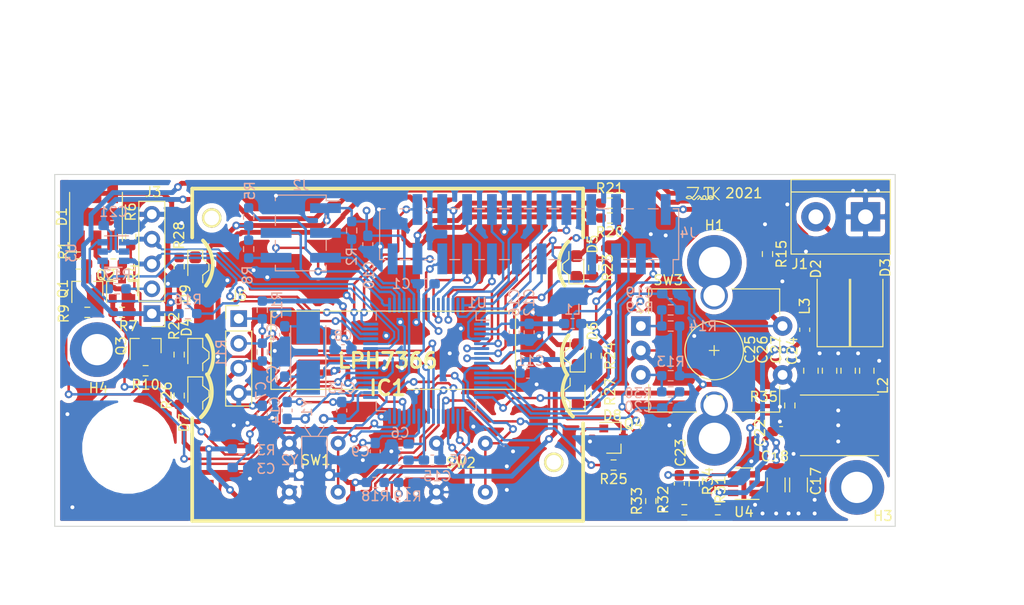
<source format=kicad_pcb>
(kicad_pcb (version 20211014) (generator pcbnew)
  (layers (0 "F.Cu" signal) (31 "B.Cu" signal) (34 "B.Paste" user) (35 "F.Paste" user) (36 "B.SilkS" user "B.Silkscreen") (37 "F.SilkS" user "F.Silkscreen") (38 "B.Mask" user) (39 "F.Mask" user) (44 "Edge.Cuts" user))
  (net 0 "")
  (net 1 "GND")
  (net 2 "/VDDC")
  (net 3 "Net-(C2-Pad1)")
  (net 4 "Net-(C3-Pad1)")
  (net 5 "Net-(C4-Pad1)")
  (net 6 "+3V3")
  (net 7 "/VDDA")
  (net 8 "Net-(C13-Pad2)")
  (net 9 "Net-(C13-Pad1)")
  (net 10 "Net-(C14-Pad1)")
  (net 11 "VBUS")
  (net 12 "Net-(D1-Pad3)")
  (net 13 "Net-(D1-Pad2)")
  (net 14 "Net-(D2-Pad2)")
  (net 15 "Net-(D3-Pad2)")
  (net 16 "Net-(D4-Pad1)")
  (net 17 "Net-(D4-Pad2)")
  (net 18 "Net-(D5-Pad2)")
  (net 19 "Net-(D6-Pad2)")
  (net 20 "Net-(D7-Pad2)")
  (net 21 "Net-(D8-Pad2)")
  (net 22 "Net-(D9-Pad2)")
  (net 23 "/SCLK")
  (net 24 "/SDIN")
  (net 25 "/D_C")
  (net 26 "/nCS")
  (net 27 "Net-(IC1-Pad6)")
  (net 28 "/nRES")
  (net 29 "/TDO")
  (net 30 "/TDI")
  (net 31 "/TMS")
  (net 32 "/TCK")
  (net 33 "Net-(J3-Pad2)")
  (net 34 "/IOPD3")
  (net 35 "/IOAIN8")
  (net 36 "/IOPD2")
  (net 37 "/IOAIN9")
  (net 38 "/IOPD1")
  (net 39 "/IOAIN0")
  (net 40 "/IOPD0")
  (net 41 "/IOAIN1")
  (net 42 "/IOMOSI")
  (net 43 "/IOAIN2")
  (net 44 "/IOMISO")
  (net 45 "/IOAIN3")
  (net 46 "/IOnCS")
  (net 47 "/IOSDA")
  (net 48 "/IOSCLK")
  (net 49 "/IOSCL")
  (net 50 "/SCK")
  (net 51 "/SDA")
  (net 52 "Net-(Q1-Pad3)")
  (net 53 "/LEDR")
  (net 54 "Net-(Q2-Pad3)")
  (net 55 "/LEDG")
  (net 56 "Net-(Q3-Pad3)")
  (net 57 "/LEDB")
  (net 58 "/DISP_BL")
  (net 59 "/PC6")
  (net 60 "/PC5")
  (net 61 "/PC7")
  (net 62 "/USBVBUS")
  (net 63 "/USBID")
  (net 64 "/SW1")
  (net 65 "/SW2")
  (net 66 "/IOPA4")
  (net 67 "/IOPC4")
  (net 68 "/IOPF4")
  (net 69 "Net-(R13-Pad2)")
  (net 70 "Net-(R14-Pad2)")
  (net 71 "Net-(D1-Pad1)")
  (net 72 "/USB0D-")
  (net 73 "/USB0D+")
  (net 74 "Net-(C17-Pad1)")
  (net 75 "Net-(C22-Pad2)")
  (net 76 "Net-(C22-Pad1)")
  (net 77 "Net-(C23-Pad2)")
  (net 78 "Net-(C23-Pad1)")
  (net 79 "Net-(R31-Pad2)")
  (footprint "Capacitor_SMD:C_1206_3216Metric_Pad1.33x1.80mm_HandSolder" (layer "F.Cu") (at 141.605 143.764 -90)
    (fp_text reference "C17")
    (fp_text value "100n/30V")
  )
  (footprint "Diode_SMD:D_SMA_Handsoldering" (layer "F.Cu") (at 145.161 125.222 90)
    (fp_text reference "D2")
    (fp_text value "D_Schottky")
  )
  (footprint "Diode_SMD:D_SMA_Handsoldering" (layer "F.Cu") (at 148.59 125.222 90)
    (fp_text reference "D3")
    (fp_text value "D_Schottky")
  )
  (footprint "sound_card_ctl:LED_0603_90rotated" (layer "F.Cu") (at 79.883 130.556 -90)
    (fp_text reference "D4")
    (fp_text value "LED")
  )
  (footprint "sound_card_ctl:LED_0603_90rotated" (layer "F.Cu") (at 118.999 130.429 90)
    (fp_text reference "D6")
    (fp_text value "LED")
  )
  (footprint "sound_card_ctl:LED_0603_90rotated" (layer "F.Cu") (at 79.883 134.493 -90)
    (fp_text reference "D7")
    (fp_text value "LED")
  )
  (footprint "sound_card_ctl:LED_0603_90rotated" (layer "F.Cu") (at 118.999 134.366 90)
    (fp_text reference "D8")
    (fp_text value "LED")
  )
  (footprint "sound_card_ctl:LED_0603_90rotated" (layer "F.Cu") (at 79.883 121.539 -90)
    (fp_text reference "D9")
    (fp_text value "LED")
  )
  (footprint "Connector_PinHeader_2.54mm:PinHeader_1x04_P2.54mm_Vertical" (layer "F.Cu") (at 84.328 126.746)
    (fp_text reference "J5")
    (fp_text value "Conn_01x04")
  )
  (footprint "Package_TO_SOT_SMD:SOT-23" (layer "F.Cu") (at 68.834 123.698 90)
    (fp_text reference "Q1")
    (fp_text value "BSN20")
  )
  (footprint "Package_TO_SOT_SMD:SOT-23" (layer "F.Cu") (at 72.39 123.698 90)
    (fp_text reference "Q2")
    (fp_text value "BSN20")
  )
  (footprint "Package_TO_SOT_SMD:SOT-23" (layer "F.Cu") (at 74.803 129.54 90)
    (fp_text reference "Q3")
    (fp_text value "BSN20")
  )
  (footprint "Package_TO_SOT_SMD:SOT-23" (layer "F.Cu") (at 122.682 138.938)
    (fp_text reference "Q4")
    (fp_text value "BSN20")
  )
  (footprint "Resistor_SMD:R_0603_1608Metric_Pad0.98x0.95mm_HandSolder" (layer "F.Cu") (at 67.945 121.158)
    (fp_text reference "R1")
    (fp_text value "330")
  )
  (footprint "Resistor_SMD:R_0603_1608Metric_Pad0.98x0.95mm_HandSolder" (layer "F.Cu") (at 71.501 121.158)
    (fp_text reference "R4")
    (fp_text value "330")
  )
  (footprint "Resistor_SMD:R_0603_1608Metric_Pad0.98x0.95mm_HandSolder" (layer "F.Cu") (at 68.834 126.111 180)
    (fp_text reference "R9")
    (fp_text value "100k")
  )
  (footprint "Resistor_SMD:R_0603_1608Metric_Pad0.98x0.95mm_HandSolder" (layer "F.Cu") (at 138.43 120.142 -90)
    (fp_text reference "R15")
    (fp_text value "R")
  )
  (footprint "Resistor_SMD:R_0603_1608Metric_Pad0.98x0.95mm_HandSolder" (layer "F.Cu") (at 122.301 116.459 180)
    (fp_text reference "R20")
    (fp_text value "4k7")
  )
  (footprint "Resistor_SMD:R_0603_1608Metric_Pad0.98x0.95mm_HandSolder" (layer "F.Cu") (at 122.301 114.935 180)
    (fp_text reference "R21")
    (fp_text value "4k7")
  )
  (footprint "Resistor_SMD:R_0603_1608Metric_Pad0.98x0.95mm_HandSolder" (layer "F.Cu") (at 78.232 130.429 90)
    (fp_text reference "R22")
    (fp_text value "220")
  )
  (footprint "Resistor_SMD:R_0603_1608Metric_Pad0.98x0.95mm_HandSolder" (layer "F.Cu") (at 120.65 121.539 -90)
    (fp_text reference "R23")
    (fp_text value "220")
  )
  (footprint "Resistor_SMD:R_0603_1608Metric_Pad0.98x0.95mm_HandSolder" (layer "F.Cu") (at 120.904 130.556 -90)
    (fp_text reference "R24")
    (fp_text value "220")
  )
  (footprint "Resistor_SMD:R_0603_1608Metric_Pad0.98x0.95mm_HandSolder" (layer "F.Cu") (at 122.682 141.732 180)
    (fp_text reference "R25")
    (fp_text value "100k")
  )
  (footprint "Resistor_SMD:R_0603_1608Metric_Pad0.98x0.95mm_HandSolder" (layer "F.Cu") (at 78.232 134.62 90)
    (fp_text reference "R26")
    (fp_text value "220")
  )
  (footprint "Resistor_SMD:R_0603_1608Metric_Pad0.98x0.95mm_HandSolder" (layer "F.Cu") (at 120.904 134.493 -90)
    (fp_text reference "R27")
    (fp_text value "220")
  )
  (footprint "Resistor_SMD:R_0603_1608Metric_Pad0.98x0.95mm_HandSolder" (layer "F.Cu") (at 78.232 121.412 90)
    (fp_text reference "R28")
    (fp_text value "220")
  )
  (footprint "sound_card_ctl:BTN_9mm_pitch5x5mm" (layer "F.Cu") (at 107.061 142 180)
    (fp_text reference "SW2")
    (fp_text value "SW_SPST")
  )
  (footprint "Rotary_Encoder:RotaryEncoder_Alps_EC12E-Switch_Vertical_H20mm_CircularMountingHoles" (layer "F.Cu") (at 125.476 127.508)
    (fp_text reference "SW3")
    (fp_text value "Rotary_Encoder_Switch")
  )
  (footprint "MountingHole:MountingHole_3.2mm_M3_DIN965_Pad_TopBottom" (layer "F.Cu") (at 133 139)
    (fp_text reference "H2")
    (fp_text value "MountingHole")
  )
  (footprint "TerminalBlock:TerminalBlock_bornier-2_P5.08mm" (layer "F.Cu") (at 148.463 116.332 180)
    (fp_text reference "J1")
    (fp_text value "Screw_Terminal_01x02")
  )
  (footprint "sound_card_ctl:BTN_9mm_pitch5x5mm" (layer "F.Cu") (at 92 142 180)
    (fp_text reference "SW1")
    (fp_text value "SW_SPST")
  )
  (footprint "Connector_PinHeader_2.54mm:PinHeader_1x05_P2.54mm_Vertical" (layer "F.Cu") (at 75.438 126.238 180)
    (fp_text reference "J3")
    (fp_text value "Conn_01x04")
  )
  (footprint "sound_card_ctl:LED_0603_90rotated" (layer "F.Cu") (at 118.872 121.412 90)
    (fp_text reference "D5")
    (fp_text value "LED")
  )
  (footprint "Resistor_SMD:R_0603_1608Metric_Pad0.98x0.95mm_HandSolder" (layer "F.Cu") (at 74.803 132.08 180)
    (fp_text reference "R10")
    (fp_text value "100k")
  )
  (footprint "sound_card_ctl:LPH7366" (layer "F.Cu") (at 99.568 147.447)
    (fp_text reference "IC1")
    (fp_text value "LPH7366")
  )
  (footprint "LED_SMD:LED_RGB_5050-6" (layer "F.Cu") (at 69.723 116.332 90)
    (fp_text reference "D1")
    (fp_text value "LED_RGB")
  )
  (footprint "MountingHole:MountingHole_3.2mm_M3_DIN965_Pad_TopBottom" (layer "F.Cu") (at 133 121)
    (fp_text reference "H1")
    (fp_text value "MountingHole")
  )
  (footprint "MountingHole:MountingHole_3.2mm_M3_DIN965_Pad_TopBottom" (layer "F.Cu") (at 147.574 144.018)
    (fp_text reference "H3")
    (fp_text value "MountingHole")
  )
  (footprint "MountingHole:MountingHole_3.2mm_M3_DIN965_Pad_TopBottom" (layer "F.Cu") (at 69.85 129.921)
    (fp_text reference "H4")
    (fp_text value "MountingHole")
  )
  (footprint "Resistor_SMD:R_0603_1608Metric_Pad0.98x0.95mm_HandSolder" (layer "F.Cu") (at 73.279 118.364 -90)
    (fp_text reference "R6")
    (fp_text value "330")
  )
  (footprint "Resistor_SMD:R_0603_1608Metric_Pad0.98x0.95mm_HandSolder" (layer "F.Cu") (at 72.39 126.111 180)
    (fp_text reference "R7")
    (fp_text value "100k")
  )
  (footprint "Capacitor_SMD:C_1206_3216Metric_Pad1.33x1.80mm_HandSolder" (layer "F.Cu") (at 139.319 143.764 -90)
    (fp_text reference "C18")
    (fp_text value "10u/30V")
  )
  (footprint "Capacitor_SMD:C_0603_1608Metric_Pad1.08x0.95mm_HandSolder" (layer "F.Cu") (at 139.827 138.303 180)
    (fp_text reference "C22")
    (fp_text value "100n")
  )
  (footprint "Capacitor_SMD:C_0603_1608Metric_Pad1.08x0.95mm_HandSolder" (layer "F.Cu") (at 129.413 143.637 -90)
    (fp_text reference "C23")
    (fp_text value "100p")
  )
  (footprint "Capacitor_SMD:C_0805_2012Metric_Pad1.18x1.45mm_HandSolder" (layer "F.Cu") (at 142.875 132.08 -90)
    (fp_text reference "C24")
    (fp_text value "10u")
  )
  (footprint "Capacitor_SMD:C_0805_2012Metric_Pad1.18x1.45mm_HandSolder" (layer "F.Cu") (at 148.59 132.08 -90)
    (fp_text reference "C25")
    (fp_text value "10u")
  )
  (footprint "Capacitor_SMD:C_0805_2012Metric_Pad1.18x1.45mm_HandSolder" (layer "F.Cu") (at 146.685 132.08 -90)
    (fp_text reference "C26")
    (fp_text value "10u")
  )
  (footprint "Capacitor_SMD:C_0805_2012Metric_Pad1.18x1.45mm_HandSolder" (layer "F.Cu") (at 144.78 132.08 -90)
    (fp_text reference "C27")
    (fp_text value "10u")
  )
  (footprint "Inductor_SMD:L_Taiyo-Yuden_NR-60xx_HandSoldering" (layer "F.Cu") (at 145.796 137.668)
    (fp_text reference "L2")
    (fp_text value "10u")
  )
  (footprint "Inductor_SMD:L_0603_1608Metric_Pad1.05x0.95mm_HandSolder" (layer "F.Cu") (at 142.24 127.889 -90)
    (fp_text reference "L3")
    (fp_text value "10u")
  )
  (footprint "Resistor_SMD:R_0603_1608Metric_Pad0.98x0.95mm_HandSolder" (layer "F.Cu") (at 133.35 146.304 180)
    (fp_text reference "R31")
    (fp_text value "1M")
  )
  (footprint "Resistor_SMD:R_0603_1608Metric_Pad0.98x0.95mm_HandSolder" (layer "F.Cu") (at 129.921 146.304)
    (fp_text reference "R32")
    (fp_text value "1M")
  )
  (footprint "Resistor_SMD:R_0603_1608Metric_Pad0.98x0.95mm_HandSolder" (layer "F.Cu") (at 130.937 143.637 -90)
    (fp_text reference "R34")
    (fp_text value "100k")
  )
  (footprint "Resistor_SMD:R_0603_1608Metric_Pad0.98x0.95mm_HandSolder" (layer "F.Cu") (at 140.716 135.636 -90)
    (fp_text reference "R35")
    (fp_text value "47")
  )
  (footprint "Package_TO_SOT_SMD:SOT-23-6" (layer "F.Cu") (at 136.017 143.637 180)
    (fp_text reference "U4")
    (fp_text value "TPS54202DDC")
  )
  (footprint "Resistor_SMD:R_0603_1608Metric_Pad0.98x0.95mm_HandSolder" (layer "F.Cu") (at 126.492 145.415 90)
    (fp_text reference "R33")
    (fp_text value "22k")
  )
  (footprint "MountingHole:MountingHole_8.4mm_M8" (layer "F.Cu") (at 73.025 139.954)
    (fp_text reference "REF**" hide)
    (fp_text value "MountingHole_8.4mm_M8")
  )
  (footprint "sound_card_ctl:Logo2020" (layer "F.Cu") (at 131.826 113.919)
    (fp_text reference "G***" hide)
    (fp_text value "LOGO" hide)
  )
  (footprint "Capacitor_SMD:C_0603_1608Metric_Pad1.08x0.95mm_HandSolder" (layer "B.Cu") (at 103.505 123.19 180)
    (fp_text reference "C1")
    (fp_text value "2u2")
  )
  (footprint "Capacitor_SMD:C_0603_1608Metric_Pad1.08x0.95mm_HandSolder" (layer "B.Cu") (at 84.582 141.986)
    (fp_text reference "C3")
    (fp_text value "100n")
  )
  (footprint "Capacitor_SMD:C_0603_1608Metric_Pad1.08x0.95mm_HandSolder" (layer "B.Cu") (at 100.838 139.573 180)
    (fp_text reference "C6")
    (fp_text value "1u")
  )
  (footprint "Capacitor_SMD:C_0603_1608Metric_Pad1.08x0.95mm_HandSolder" (layer "B.Cu") (at 86.741 136.525 -90)
    (fp_text reference "C7")
    (fp_text value "2u2")
  )
  (footprint "Capacitor_SMD:C_0603_1608Metric_Pad1.08x0.95mm_HandSolder" (layer "B.Cu") (at 98.298 140.335 -90)
    (fp_text reference "C9")
    (fp_text value "100n")
  )
  (footprint "Capacitor_SMD:C_0603_1608Metric_Pad1.08x0.95mm_HandSolder" (layer "B.Cu") (at 113.919 132.334)
    (fp_text reference "C11")
    (fp_text value "100n")
  )
  (footprint "Capacitor_SMD:C_0603_1608Metric_Pad1.08x0.95mm_HandSolder" (layer "B.Cu") (at 94.869 136.144 -90)
    (fp_text reference "C13")
    (fp_text value "22p")
  )
  (footprint "Capacitor_SMD:C_0603_1608Metric_Pad1.08x0.95mm_HandSolder" (layer "B.Cu") (at 89.281 136.144 90)
    (fp_text reference "C14")
    (fp_text value "22p")
  )
  (footprint "Capacitor_SMD:C_0603_1608Metric_Pad1.08x0.95mm_HandSolder" (layer "B.Cu") (at 100.838 141.224 180)
    (fp_text reference "C15")
    (fp_text value "100n")
  )
  (footprint "Capacitor_SMD:C_0603_1608Metric_Pad1.08x0.95mm_HandSolder" (layer "B.Cu") (at 112.522 128.143 90)
    (fp_text reference "C16")
    (fp_text value "10n")
  )
  (footprint "Connector_PinHeader_2.54mm:PinHeader_2x12_P2.54mm_Vertical_SMD" (layer "B.Cu") (at 114.046 118.11 90)
    (fp_text reference "J4")
    (fp_text value "Conn_02x10_Odd_Even")
  )
  (footprint "Inductor_SMD:L_0603_1608Metric_Pad1.05x0.95mm_HandSolder" (layer "B.Cu") (at 118.491 127.254 180)
    (fp_text reference "L1")
    (fp_text value "10u")
  )
  (footprint "Resistor_SMD:R_0603_1608Metric_Pad0.98x0.95mm_HandSolder" (layer "B.Cu") (at 84.582 140.081 180)
    (fp_text reference "R3")
    (fp_text value "10k")
  )
  (footprint "Resistor_SMD:R_0603_1608Metric_Pad0.98x0.95mm_HandSolder" (layer "B.Cu") (at 85.344 116.332 90)
    (fp_text reference "R5")
    (fp_text value "1k")
  )
  (footprint "Resistor_SMD:R_0603_1608Metric_Pad0.98x0.95mm_HandSolder" (layer "B.Cu") (at 85.344 119.634 -90)
    (fp_text reference "R8")
    (fp_text value "1k")
  )
  (footprint "Resistor_SMD:R_0603_1608Metric_Pad0.98x0.95mm_HandSolder" (layer "B.Cu") (at 86.741 130.175 90)
    (fp_text reference "R11")
    (fp_text value "4k7")
  )
  (footprint "Resistor_SMD:R_0603_1608Metric_Pad0.98x0.95mm_HandSolder" (layer "B.Cu") (at 128.524 132.588 180)
    (fp_text reference "R13")
    (fp_text value "10k")
  )
  (footprint "Resistor_SMD:R_0603_1608Metric_Pad0.98x0.95mm_HandSolder" (layer "B.Cu") (at 128.524 127.508 180)
    (fp_text reference "R14")
    (fp_text value "10k")
  )
  (footprint "Resistor_SMD:R_0603_1608Metric_Pad0.98x0.95mm_HandSolder" (layer "B.Cu") (at 79.121 126.238 180)
    (fp_text reference "R16")
    (fp_text value "220")
  )
  (footprint "Resistor_SMD:R_0603_1608Metric_Pad0.98x0.95mm_HandSolder" (layer "B.Cu") (at 71.882 123.698 180)
    (fp_text reference "R17")
    (fp_text value "220")
  )
  (footprint "Resistor_SMD:R_0603_1608Metric_Pad0.98x0.95mm_HandSolder" (layer "B.Cu") (at 98.298 143.51 180)
    (fp_text reference "R18")
    (fp_text value "100k")
  )
  (footprint "Resistor_SMD:R_0603_1608Metric_Pad0.98x0.95mm_HandSolder" (layer "B.Cu") (at 101.6 143.51)
    (fp_text reference "R19")
    (fp_text value "100k")
  )
  (footprint "Package_QFP:LQFP-64_10x10mm_P0.5mm" (layer "B.Cu") (at 103.505 131.064 180)
    (fp_text reference "U1")
    (fp_text value "TM4C123GH6PM")
  )
  (footprint "Package_TO_SOT_SMD:SOT-23-6" (layer "B.Cu") (at 71.501 119.888 180)
    (fp_text reference "U3")
    (fp_text value "SRV05-4")
  )
  (footprint "Crystal:Crystal_C26-LF_D2.1mm_L6.5mm_Horizontal_1EP_style2" (layer "B.Cu") (at 93.025 136.998 180)
    (fp_text reference "Y2")
    (fp_text value "32.768k")
  )
  (footprint "Capacitor_SMD:C_0603_1608Metric_Pad1.08x0.95mm_HandSolder" (layer "B.Cu") (at 128.524 124.206)
    (fp_text reference "C19")
    (fp_text value "22p")
  )
  (footprint "Capacitor_SMD:C_0603_1608Metric_Pad1.08x0.95mm_HandSolder" (layer "B.Cu") (at 128.524 135.89)
    (fp_text reference "C20")
    (fp_text value "22p")
  )
  (footprint "Resistor_SMD:R_0603_1608Metric_Pad0.98x0.95mm_HandSolder" (layer "B.Cu") (at 128.524 125.857)
    (fp_text reference "R29")
    (fp_text value "10k")
  )
  (footprint "Resistor_SMD:R_0603_1608Metric_Pad0.98x0.95mm_HandSolder" (layer "B.Cu") (at 128.524 134.239)
    (fp_text reference "R30")
    (fp_text value "10k")
  )
  (footprint "Capacitor_SMD:C_0603_1608Metric_Pad1.08x0.95mm_HandSolder" (layer "B.Cu") (at 71.374 117.221)
    (fp_text reference "C21")
    (fp_text value "100n")
  )
  (footprint "Resistor_SMD:R_0603_1608Metric_Pad0.98x0.95mm_HandSolder" (layer "B.Cu") (at 86.741 125.857 -90)
    (fp_text reference "R12")
    (fp_text value "4k7")
  )
  (footprint "Capacitor_SMD:C_0603_1608Metric_Pad1.08x0.95mm_HandSolder" (layer "B.Cu") (at 104.14 141.224)
    (fp_text reference "C5")
    (fp_text value "100n")
  )
  (footprint "Capacitor_SMD:C_0603_1608Metric_Pad1.08x0.95mm_HandSolder" (layer "B.Cu") (at 94.996 129.921 180)
    (fp_text reference "C8")
    (fp_text value "100n")
  )
  (footprint "Capacitor_SMD:C_0603_1608Metric_Pad1.08x0.95mm_HandSolder" (layer "B.Cu") (at 97.536 119.126 -90)
    (fp_text reference "C10")
    (fp_text value "100n")
  )
  (footprint "Capacitor_SMD:C_0603_1608Metric_Pad1.08x0.95mm_HandSolder" (layer "B.Cu") (at 89.027 131.826 90)
    (fp_text reference "C2")
    (fp_text value "22p")
  )
  (footprint "Capacitor_SMD:C_0603_1608Metric_Pad1.08x0.95mm_HandSolder" (layer "B.Cu") (at 89.027 128.397 -90)
    (fp_text reference "C4")
    (fp_text value "22p")
  )
  (footprint "Crystal:Crystal_SMD_5032-2Pin_5.0x3.2mm_HandSoldering" (layer "B.Cu") (at 91.44 130.175 90)
    (fp_text reference "Y1")
    (fp_text value "16MHz")
  )
  (footprint "Capacitor_SMD:C_0603_1608Metric_Pad1.08x0.95mm_HandSolder" (layer "B.Cu") (at 114.046 128.143 90)
    (fp_text reference "C12")
    (fp_text value "1u")
  )
  (footprint "Connector_PinHeader_2.54mm:PinHeader_2x03_P2.54mm_Vertical_SMD" (layer "B.Cu") (at 90.678 117.983 180)
    (fp_text reference "J2")
    (fp_text value "Conn_02x03_Odd_Even")
  )
  (footprint "Resistor_SMD:R_0603_1608Metric_Pad0.98x0.95mm_HandSolder" (layer "B.Cu") (at 95.885 117.729 -90)
    (fp_text reference "R2")
    (fp_text value "1k")
  )
  (gr_line (start 112.649 125.984) (end 87.63 125.984) (layer "F.SilkS") (width 0.12))
  (gr_line (start 112.649 133.985) (end 112.649 125.984) (layer "F.SilkS") (width 0.12))
  (gr_line (start 87.63 133.985) (end 97.536 133.985) (layer "F.SilkS") (width 0.12))
  (gr_line (start 101.6 133.985) (end 112.649 133.985) (layer "F.SilkS") (width 0.12))
  (gr_line (start 87.63 125.984) (end 87.63 133.985) (layer "F.SilkS") (width 0.12))
  (gr_line (start 151.5 148) (end 65.5 148) (layer "Edge.Cuts") (width 0.1))
  (gr_line (start 151.5 112) (end 151.5 148) (layer "Edge.Cuts") (width 0.1))
  (gr_line (start 65.5 112) (end 151.5 112) (layer "Edge.Cuts") (width 0.1))
  (gr_line (start 65.5 148) (end 65.5 112) (layer "Edge.Cuts") (width 0.1))
  (gr_text "2021" (at 136.017 113.919) (layer "F.SilkS") (effects (font (size 1 1))))
  (segment (start 147.6795 131.0425) (end 147.701 131.064) (width 0.25) (layer "F.Cu") (net 1))
  (segment (start 116.078 134.181315) (end 116.078 136.652) (width 0.25) (layer "F.Cu") (net 1))
  (segment (start 129.453 130.008) (end 130.937 128.524) (width 0.25) (layer "F.Cu") (net 1))
  (segment (start 105.918 130.81) (end 105.918 130.302) (width 0.25) (layer "F.Cu") (net 1))
  (segment (start 85.852 136.703186) (end 84.784814 136.703186) (width 0.25) (layer "F.Cu") (net 1))
  (segment (start 84.784814 136.703186) (end 83.82 137.668) (width 0.25) (layer "F.Cu") (net 1))
  (segment (start 149.8385 131.0425) (end 149.86 131.064) (width 0.25) (layer "F.Cu") (net 1))
  (segment (start 101.5619 145.5801) (end 102.489 144.653) (width 0.25) (layer "F.Cu") (net 1))
  (segment (start 100.857075 127.107925) (end 100.818925 127.107925) (width 0.25) (layer "F.Cu") (net 1))
  (segment (start 145.8175 131.0425) (end 145.796 131.064) (width 0.25) (layer "F.Cu") (net 1))
  (segment (start 91.821 124.206) (end 91.984 124.369) (width 0.25) (layer "F.Cu") (net 1))
  (segment (start 114.427 127.889) (end 114.427 126.111) (width 0.25) (layer "F.Cu") (net 1))
  (segment (start 99.822 140.208) (end 99.943642 140.329642) (width 0.5) (layer "F.Cu") (net 1))
  (segment (start 98.806 117.729) (end 98.679 117.602) (width 0.25) (layer "F.Cu") (net 1))
  (segment (start 98.679 117.602) (end 98.679 115.57) (width 0.25) (layer "F.Cu") (net 1))
  (segment (start 84.328 134.366) (end 86.106 132.588) (width 0.25) (layer "F.Cu") (net 1))
  (segment (start 129.0085 146.304) (end 127.762 146.304) (width 0.5) (layer "F.Cu") (net 1))
  (segment (start 77.47 125.183) (end 77.382 125.095) (width 0.25) (layer "F.Cu") (net 1))
  (segment (start 85.725 127.127) (end 86.741 126.111) (width 0.25) (layer "F.Cu") (net 1))
  (segment (start 69.784 124.018) (end 70.231 123.571) (width 0.5) (layer "F.Cu") (net 1))
  (segment (start 143.2175 145.3265) (end 143.256 145.288) (width 0.5) (layer "F.Cu") (net 1))
  (segment (start 146.685 131.0425) (end 145.8175 131.0425) (width 0.25) (layer "F.Cu") (net 1))
  (segment (start 66.802 136.525) (end 66.802 145.542) (width 0.25) (layer "F.Cu") (net 1))
  (segment (start 87.249 122.519) (end 87.648999 122.918999) (width 0.25) (layer "F.Cu") (net 1))
  (segment (start 107.95 133.038998) (end 107.95 132.842) (width 0.25) (layer "F.Cu") (net 1))
  (segment (start 69.784 124.698) (end 69.784 124.018) (width 0.5) (layer "F.Cu") (net 1))
  (segment (start 114.808 133.477) (end 108.388002 133.477) (width 0.25) (layer "F.Cu") (net 1))
  (segment (start 139.3575 145.111) (end 139.319 145.0725) (width 0.5) (layer "F.Cu") (net 1))
  (segment (start 77.47 126.746) (end 77.47 125.183) (width 0.25) (layer "F.Cu") (net 1))
  (segment (start 143.891 131.064) (end 141.605 131.064) (width 0.25) (layer "F.Cu") (net 1))
  (segment (start 137.922 146.685) (end 137.287 146.685) (width 0.5) (layer "F.Cu") (net 1))
  (segment (start 86.741 126.111) (end 88.392 126.111) (width 0.25) (layer "F.Cu") (net 1))
  (segment (start 143.256 146.685) (end 141.605 146.685) (width 0.5) (layer "F.Cu") (net 1))
  (segment (start 144.210008 144.333992) (end 144.210008 141.920992) (width 0.5) (layer "F.Cu") (net 1))
  (segment (start 88.481093 134.074093) (end 88.682497 134.074093) (width 0.25) (layer "F.Cu") (net 1))
  (segment (start 101.6 134.239) (end 102.53 134.239) (width 0.5) (layer "F.Cu") (net 1))
  (segment (start 66.802 145.542) (end 67.31 146.05) (width 0.25) (layer "F.Cu") (net 1))
  (segment (start 145.669 139.319) (end 145.669 137.668) (width 0.5) (layer "F.Cu") (net 1))
  (segment (start 88.682497 134.074093) (end 90.67659 132.08) (width 0.25) (layer "F.Cu") (net 1))
  (segment (start 107.95 132.842) (end 105.918 130.81) (width 0.25) (layer "F.Cu") (net 1))
  (segment (start 137.287 146.685) (end 137.117 146.515) (width 0.5) (layer "F.Cu") (net 1))
  (segment (start 98.933 136.779) (end 99.822 136.779) (width 0.5) (layer "F.Cu") (net 1))
  (segment (start 93.98 128.651) (end 91.059 128.651) (width 0.5) (layer "F.Cu") (net 1))
  (segment (start 88.481093 134.074093) (end 85.852 136.703186) (width 0.25) (layer "F.Cu") (net 1))
  (segment (start 99.187 131.826) (end 101.6 134.239) (width 0.5) (layer "F.Cu") (net 1))
  (segment (start 148.59 131.0425) (end 149.8385 131.0425) (width 0.25) (layer "F.Cu") (net 1))
  (segment (start 121.682 139.888) (end 122.997 139.888) (width 0.25) (layer "F.Cu") (net 1))
  (segment (start 141.605 146.685) (end 141.605 145.3265) (width 0.5) (layer "F.Cu") (net 1))
  (segment (start 141.605 145.3265) (end 143.2175 145.3265) (width 0.5) (layer "F.Cu") (net 1))
  (segment (start 75.753 128.463) (end 77.47 126.746) (width 0.25) (layer "F.Cu") (net 1))
  (segment (start 121.682 139.888) (end 120.838 139.888) (width 0.5) (layer "F.Cu") (net 1))
  (segment (start 108.388002 133.477) (end 107.95 133.038998) (width 0.25) (layer "F.Cu") (net 1))
  (segment (start 90.67659 132.08) (end 94.107 132.08) (width 0.25) (layer "F.Cu") (net 1))
  (segment (start 83.16522 122.82878) (end 84.201 121.793) (width 0.25) (layer "F.Cu") (net 1))
  (segment (start 101.5619 146.44624) (end 101.5619 145.5801) (width 0.25) (layer "F.Cu") (net 1))
  (segment (start 71.729998 123.698) (end 72.34 123.698) (width 0.5) (layer "F.Cu") (net 1))
  (segment (start 85.979 130.302) (end 85.979 128.524) (width 0.25) (layer "F.Cu") (net 1))
  (segment (start 77.382 125.095) (end 77.382 123.483) (width 0.25) (layer "F.Cu") (net 1))
  (segment (start 90.533999 122.918999) (end 91.821 124.206) (width 0.25) (layer "F.Cu") (net 1))
  (segment (start 115.373685 133.477) (end 116.078 134.181315) (width 0.25) (layer "F.Cu") (net 1))
  (segment (start 70.231 123.571) (end 71.602998 123.571) (width 0.5) (layer "F.Cu") (net 1))
  (segment (start 91.984 124.369) (end 95.377 124.369) (width 0.25) (layer "F.Cu") (net 1))
  (segment (start 100.857075 127.107925) (end 102.469925 127.107925) (width 0.25) (layer "F.Cu") (net 1))
  (segment (start 142.367 119.888) (end 142.367 118.202002) (width 0.5) (layer "F.Cu") (net 1))
  (segment (start 69.7465 126.111) (end 69.7465 124.7355) (width 0.5) (layer "F.Cu") (net 1))
  (segment (start 73.34 124.698) (end 73.34 126.0735) (width 0.5) (layer "F.Cu") (net 1))
  (segment (start 122.997 139.888) (end 123.5945 140.4855) (width 0.25) (layer "F.Cu") (net 1))
  (segment (start 85.438999 130.650999) (end 85.630001 130.650999) (width 0.25) (layer "F.Cu") (net 1))
  (segment (start 72.34 123.698) (end 73.34 124.698) (width 0.5) (layer "F.Cu") (net 1))
  (segment (start 101.854 136.779) (end 102.53 136.103) (width 0.5) (layer "F.Cu") (net 1))
  (segment (start 87.648999 122.918999) (end 90.533999 122.918999) (width 0.25) (layer "F.Cu") (net 1))
  (segment (start 99.822 136.779) (end 99.822 140.208) (width 0.5) (layer "F.Cu") (net 1))
  (segment (start 114.808 133.477) (end 115.373685 133.477) (width 0.25) (layer "F.Cu") (net 1))
  (segment (start 137.117 145.839) (end 137.117 144.587) (width 0.5) (layer "F.Cu") (net 1))
  (segment (start 120.838 139.888) (end 120.269 139.319) (width 0.5) (layer "F.Cu") (net 1))
  (segment (start 88.519 126.111) (end 88.392 126.111) (width 0.5) (layer "F.Cu") (net 1))
  (segment (start 145.669 136.144) (end 145.669 139.319) (width 0.5) (layer "F.Cu") (net 1))
  (segment (start 99.822 136.779) (end 101.854 136.779) (width 0.5) (layer "F.Cu") (net 1))
  (segment (start 85.725 128.27) (end 85.725 127.127) (width 0.25) (layer "F.Cu") (net 1))
  (segment (start 73.3025 126.111) (end 73.3025 127.6115) (width 0.5) (layer "F.Cu") (net 1))
  (segment (start 85.692999 130.650999) (end 85.438999 130.650999) (width 0.25) (layer "F.Cu") (net 1))
  (segment (start 102.53 136.103) (end 102.53 134.239) (width 0.5) (layer "F.Cu") (net 1))
  (segment (start 69.7465 124.7355) (end 69.784 124.698) (width 0.5) (layer "F.Cu") (net 1))
  (segment (start 146.685 131.0425) (end 147.6795 131.0425) (width 0.25) (layer "F.Cu") (net 1))
  (segment (start 115.062 128.524) (end 114.427 127.889) (width 0.25) (layer "F.Cu") (net 1))
  (segment (start 84.201 121.793) (end 85.852 121.793) (width 0.25) (layer "F.Cu") (net 1))
  (segment (start 111.76 140.97) (end 112.395 140.335) (width 0.25) (layer "F.Cu") (net 1))
  (segment (start 102.469925 127.107925) (end 102.489 127.127) (width 0.25) (layer "F.Cu") (net 1))
  (segment (start 75.753 130.54) (end 75.753 128.463) (width 0.25) (layer "F.Cu") (net 1))
  (segment (start 99.187 131.826) (end 101.03 131.826) (width 0.25) (layer "F.Cu") (net 1))
  (segment (start 71.602998 123.571) (end 71.729998 123.698) (width 0.5) (layer "F.Cu") (net 1))
  (segment (start 98.806 119.38) (end 98.806 117.729) (width 0.25) (layer "F.Cu") (net 1))
  (segment (start 73.3025 127.6115) (end 73.279 127.635) (width 0.5) (layer "F.Cu") (net 1))
  (segment (start 100.818925 127.107925) (end 99.421925 128.504925) (width 0.25) (layer "F.Cu") (net 1))
  (segment (start 77.382 123.483) (end 77.084347 123.185347) (width 0.25) (layer "F.Cu") (net 1))
  (segment (start 137.117 145.839) (end 137.16 145.796) (width 0.5) (layer "F.Cu") (net 1))
  (segment (start 139.319 145.0725) (end 137.6025 145.0725) (width 0.5) (layer "F.Cu") (net 1))
  (segment (start 123.5945 140.4855) (end 123.5945 141.732) (width 0.25) (layer "F.Cu") (net 1))
  (segment (start 137.6025 145.0725) (end 137.117 144.587) (width 0.5) (layer "F.Cu") (net 1))
  (segment (start 148.463 113.665) (end 149.733 113.665) (width 0.25) (layer "F.Cu") (net 1))
  (segment (start 137.117 146.515) (end 137.117 145.839) (width 0.5) (layer "F.Cu") (net 1))
  (segment (start 148.463 116.332) (end 148.463 113.665) (width 0.25) (layer "F.Cu") (net 1))
  (segment (start 73.34 126.0735) (end 73.3025 126.111) (width 0.5) (layer "F.Cu") (net 1))
  (segment (start 139.319 145.3265) (end 139.319 146.685) (width 0.5) (layer "F.Cu") (net 1))
  (segment (start 145.669 140.462) (end 145.669 139.319) (width 0.5) (layer "F.Cu") (net 1))
  (segment (start 85.979 128.524) (end 85.725 128.27) (width 0.25) (layer "F.Cu") (net 1))
  (segment (start 91.059 128.651) (end 88.519 126.111) (width 0.5) (layer "F.Cu") (net 1))
  (segment (start 125.476 130.008) (end 129.453 130.008) (width 0.25) (layer "F.Cu") (net 1))
  (segment (start 85.630001 130.650999) (end 85.979 130.302) (width 0.25) (layer "F.Cu") (net 1))
  (segment (start 85.438999 130.650999) (end 82.201001 130.650999) (width 0.25) (layer "F.Cu") (net 1))
  (segment (start 144.210008 141.920992) (end 145.669 140.462) (width 0.5) (layer "F.Cu") (net 1))
  (segment (start 111.76 141.859) (end 111.76 140.97) (width 0.25) (layer "F.Cu") (net 1))
  (segment (start 86.106 132.588) (end 86.106 131.064) (width 0.25) (layer "F.Cu") (net 1))
  (segment (start 141.605 145.111) (end 139.3575 145.111) (width 0.5) (layer "F.Cu") (net 1))
  (segment (start 116.078 136.652) (end 112.395 140.335) (width 0.25) (layer "F.Cu") (net 1))
  (segment (start 111.76 144.272) (end 111.76 141.859) (width 0.25) (layer "F.Cu") (net 1))
  (segment (start 143.256 145.288) (end 144.210008 144.333992) (width 0.5) (layer "F.Cu") (net 1))
  (segment (start 140.462 116.297002) (end 140.462 115.062) (width 0.5) (layer "F.Cu") (net 1))
  (segment (start 86.106 131.064) (end 85.692999 130.650999) (width 0.25) (layer "F.Cu") (net 1))
  (segment (start 142.367 118.202002) (end 140.462 116.297002) (width 0.5) (layer "F.Cu") (net 1))
  (via (at 100.857075 127.107925) (size 0.8) (drill 0.4) (layers "F.Cu" "B.Cu") (net 1))
  (via (at 138.176 117.094) (size 0.8) (drill 0.4) (layers "F.Cu" "B.Cu") (net 1))
  (via (at 149.733 113.665) (size 0.8) (drill 0.4) (layers "F.Cu" "B.Cu") (net 1))
  (via (at 98.679 115.57) (size 0.8) (drill 0.4) (layers "F.Cu" "B.Cu") (net 1))
  (via (at 139.7 137.287) (size 0.8) (drill 0.4) (layers "F.Cu" "B.Cu") (net 1))
  (via (at 99.187 131.826) (size 0.8) (drill 0.4) (layers "F.Cu" "B.Cu") (net 1))
  (via (at 77.382 125.095) (size 0.8) (drill 0.4) (layers "F.Cu" "B.Cu") (net 1))
  (via (at 102.489 144.653) (size 0.8) (drill 0.4) (layers "F.Cu" "B.Cu") (net 1))
  (via (at 149.86 131.064) (size 0.8) (drill 0.4) (layers "F.Cu" "B.Cu") (net 1))
  (via (at 98.933 136.779) (size 0.8) (drill 0.4) (layers "F.Cu" "B.Cu") (net 1))
  (via (at 93.98 128.651) (size 0.8) (drill 0.4) (layers "F.Cu" "B.Cu") (net 1))
  (via (at 88.392 126.111) (size 0.8) (drill 0.4) (layers "F.Cu" "B.Cu") (net 1))
  (via (at 101.03 131.826) (size 0.8) (drill 0.4) (layers "F.Cu" "B.Cu") (net 1))
  (via (at 143.764 130.302) (size 0.8) (drill 0.4) (layers "F.Cu" "B.Cu") (net 1))
  (via (at 95.377 124.369) (size 0.8) (drill 0.4) (layers "F.Cu" "B.Cu") (net 1))
  (via (at 102.53 134.239) (size 0.8) (drill 0.4) (layers "F.Cu" "B.Cu") (net 1))
  (via (at 87.757 136.906) (size 0.8) (drill 0.4) (layers "F.Cu" "B.Cu") (net 1))
  (via (at 130.937 128.524) (size 0.8) (drill 0.4) (layers "F.Cu" "B.Cu") (net 1))
  (via (at 88.138 114.173) (size 0.8) (drill 0.4) (layers "F.Cu" "B.Cu") (net 1))
  (via (at 141.097 140.589) (size 0.8) (drill 0.4) (layers "F.Cu" "B.Cu") (net 1))
  (via (at 85.852 121.793) (size 0.8) (drill 0.4) (layers "F.Cu" "B.Cu") (net 1))
  (via (at 94.107 132.08) (size 0.8) (drill 0.4) (layers "F.Cu" "B.Cu") (net 1))
  (via (at 141.605 146.685) (size 0.8) (drill 0.4) (layers "F.Cu" "B.Cu") (net 1))
  (via (at 82.201001 130.650999) (size 0.8) (drill 0.4) (layers "F.Cu" "B.Cu") (net 1))
  (via (at 97.028 141.224) (size 0.8) (drill 0.4) (layers "F.Cu" "B.Cu") (net 1))
  (via (at 111.76 141.859) (size 0.8) (drill 0.4) (layers "F.Cu" "B.Cu") (net 1))
  (via (at 78.486 116.967) (size 0.8) (drill 0.4) (layers "F.Cu" "B.Cu") (net 1))
  (via (at 83.82 137.668) (size 0.8) (drill 0.4) (layers "F.Cu" "B.Cu") (net 1))
  (via (at 77.084347 123.185347) (size 0.8) (drill 0.4) (layers "F.Cu" "B.Cu") (net 1))
  (via (at 66.802 136.525) (size 0.8) (drill 0.4) (layers "F.Cu" "B.Cu") (net 1))
  (via (at 145.669 137.668) (size 0.8) (drill 0.4) (layers "F.Cu" "B.Cu") (net 1))
  (via (at 145.669 130.302) (size 0.8) (drill 0.4) (layers "F.Cu" "B.Cu") (net 1))
  (via (at 148.463 113.665) (size 0.8) (drill 0.4) (layers "F.Cu" "B.Cu") (net 1))
  (via (at 120.269 139.319) (size 0.8) (drill 0.4) (layers "F.Cu" "B.Cu") (net 1))
  (via (at 115.062 128.524) (size 0.8) (drill 0.4) (layers "F.Cu" "B.Cu") (net 1))
  (via (at 147.193 113.665) (size 0.8) (drill 0.4) (layers "F.Cu" "B.Cu") (net 1))
  (via (at 137.922 146.685) (size 0.8) (drill 0.4) (layers "F.Cu" "B.Cu") (net 1))
  (via (at 143.256 145.288) (size 0.8) (drill 0.4) (layers "F.Cu" "B.Cu") (net 1))
  (via (at 128.016 118.237) (size 0.8) (drill 0.4) (layers "F.Cu" "B.Cu") (net 1))
  (via (at 102.489 127.127) (size 0.8) (drill 0.4) (layers "F.Cu" "B.Cu") (net 1))
  (via (at 111.506 117.856) (size 0.8) (drill 0.4) (layers "F.Cu" "B.Cu") (net 1))
  (via (at 139.7 135.763) (size 0.8) (drill 0.4) (layers "F.Cu" "B.Cu") (net 1))
  (via (at 67.31 146.05) (size 0.8) (drill 0.4) (layers "F.Cu" "B.Cu") (net 1))
  (via (at 105.918 130.302) (size 0.8) (drill 0.4) (layers "F.Cu" "B.Cu") (net 1))
  (via (at 147.701 130.302) (size 0.8) (drill 0.4) (layers "F.Cu" "B.Cu") (net 1))
  (via (at 137.16 145.796) (size 0.8) (drill 0.4) (layers "F.Cu" "B.Cu") (net 1))
  (via (at 139.954 122.936) (size 0.8) (drill 0.4) (layers "F.Cu" "B.Cu") (net 1))
  (via (at 114.808 133.477) (size 0.8) (drill 0.4) (layers "F.Cu" "B.Cu") (net 1))
  (via (at 107.061 127.762) (size 0.8) (drill 0.4) (layers "F.Cu" "B.Cu") (net 1))
  (via (at 136.779 141.351) (size 0.8) (drill 0.4) (layers "F.Cu" "B.Cu") (net 1))
  (via (at 99.421925 128.504925) (size 0.8) (drill 0.4) (layers "F.Cu" "B.Cu") (net 1))
  (via (at 112.395 140.335) (size 0.8) (drill 0.4) (layers "F.Cu" "B.Cu") (net 1))
  (via (at 85.471 143.129) (size 0.8) (drill 0.4) (layers "F.Cu" "B.Cu") (net 1))
  (via (at 140.462 115.062) (size 0.8) (drill 0.4) (layers "F.Cu" "B.Cu") (net 1))
  (via (at 111.76 144.272) (size 0.8) (drill 0.4) (layers "F.Cu" "B.Cu") (net 1))
  (via (at 120.269 123.952) (size 0.8) (drill 0.4) (layers "F.Cu" "B.Cu") (net 1))
  (via (at 103.886 115.57) (size 0.8) (drill 0.4) (layers "F.Cu" "B.Cu") (net 1))
  (via (at 83.16522 122.82878) (size 0.8) (drill 0.4) (layers "F.Cu" "B.Cu") (net 1))
  (via (at 128.397 137.668) (size 0.8) (drill 0.4) (layers "F.Cu" "B.Cu") (net 1))
  (via (at 114.427 126.111) (size 0.8) (drill 0.4) (layers "F.Cu" "B.Cu") (net 1))
  (via (at 73.279 127.635) (size 0.8) (drill 0.4) (layers "F.Cu" "B.Cu") (net 1))
  (via (at 85.217 137.414) (size 0.8) (drill 0.4) (layers "F.Cu" "B.Cu") (net 1))
  (via (at 141.605 131.064) (size 0.8) (drill 0.4) (layers "F.Cu" "B.Cu") (net 1))
  (via (at 145.669 136.144) (size 0.8) (drill 0.4) (layers "F.Cu" "B.Cu") (net 1))
  (via (at 139.319 146.685) (size 0.8) (drill 0.4) (layers "F.Cu" "B.Cu") (net 1))
  (via (at 99.943642 140.329642) (size 0.8) (drill 0.4) (layers "F.Cu" "B.Cu") (net 1))
  (via (at 140.589 146.685) (size 0.8) (drill 0.4) (layers "F.Cu" "B.Cu") (net 1))
  (via (at 108.331 137.795) (size 0.8) (drill 0.4) (layers "F.Cu" "B.Cu") (net 1))
  (via (at 98.806 119.38) (size 0.8) (drill 0.4) (layers "F.Cu" "B.Cu") (net 1))
  (via (at 142.367 119.888) (size 0.8) (drill 0.4) (layers "F.Cu" "B.Cu") (net 1))
  (via (at 87.249 122.519) (size 0.8) (drill 0.4) (layers "F.Cu" "B.Cu") (net 1))
  (via (at 88.011 130.048) (size 0.8) (drill 0.4) (layers "F.Cu" "B.Cu") (net 1))
  (via (at 127.762 146.304) (size 0.8) (drill 0.4) (layers "F.Cu" "B.Cu") (net 1))
  (via (at 145.669 139.319) (size 0.8) (drill 0.4) (layers "F.Cu" "B.Cu") (net 1))
  (via (at 77.382 125.095) (size 0.8) (drill 0.4) (layers "F.Cu" "B.Cu") (net 1))
  (via (at 126.492 118.11) (size 0.8) (drill 0.4) (layers "F.Cu" "B.Cu") (net 1))
  (via (at 143.256 146.685) (size 0.8) (drill 0.4) (layers "F.Cu" "B.Cu") (net 1))
  (segment (start 102.755 125.389) (end 102.755 124.218) (width 0.25) (layer "B.Cu") (net 1))
  (segment (start 102.489 127.127) (end 102.755 126.861) (width 0.25) (layer "B.Cu") (net 1))
  (segment (start 88.153 114.188) (end 88.138 114.173) (width 0.25) (layer "B.Cu") (net 1))
  (segment (start 109.264 128.314) (end 109.28899 128.33899) (width 0.25) (layer "B.Cu") (net 1))
  (segment (start 112.395 140.335) (end 111.702009 139.642009) (width 0.25) (layer "B.Cu") (net 1))
  (segment (start 129.921 146.304) (end 132.715 143.51) (width 0.5) (layer "B.Cu") (net 1))
  (segment (start 135.001 143.51) (end 137.325999 141.185001) (width 0.5) (layer "B.Cu") (net 1))
  (segment (start 105.0025 139.9415) (end 104.561 139.5) (width 0.5) (layer "B.Cu") (net 1))
  (segment (start 74.295 117.221) (end 75.438 116.078) (width 0.5) (layer "B.Cu") (net 1))
  (segment (start 98.1975 119.9885) (end 98.806 119.38) (width 0.25) (layer "B.Cu") (net 1))
  (segment (start 98.298 141.1975) (end 97.0545 141.1975) (width 0.25) (layer "B.Cu") (net 1))
  (segment (start 106.146 144.5) (end 107.95 146.304) (width 0.25) (layer "B.Cu") (net 1))
  (segment (start 102.489 144.653) (end 102.489 143.5335) (width 0.25) (layer "B.Cu") (net 1))
  (segment (start 132.715 143.51) (end 135.001 143.51) (width 0.5) (layer "B.Cu") (net 1))
  (segment (start 102.6425 123.9785) (end 102.6425 123.19) (width 0.25) (layer "B.Cu") (net 1))
  (segment (start 137.325999 138.772001) (end 137.377 138.772001) (width 0.5) (layer "B.Cu") (net 1))
  (segment (start 97.83 131.814) (end 99.175 131.814) (width 0.25) (layer "B.Cu") (net 1))
  (segment (start 130.937 126.74741) (end 130.937 128.524) (width 0.25) (layer "B.Cu") (net 1))
  (segment (start 97.83 131.814) (end 94.373 131.814) (width 0.25) (layer "B.Cu") (net 1))
  (segment (start 111.8605 129.0055) (end 114.046 129.0055) (width 0.25) (layer "B.Cu") (net 1))
  (segment (start 102.755 125.389) (end 102.755 124.091) (width 0.25) (layer "B.Cu") (net 1))
  (segment (start 107.95 146.304) (end 110.744 146.304) (width 0.25) (layer "B.Cu") (net 1))
  (segment (start 114.7815 133.4505) (end 114.808 133.477) (width 0.25) (layer "B.Cu") (net 1))
  (segment (start 126.619 118.237) (end 126.492 118.11) (width 0.5) (layer "B.Cu") (net 1))
  (segment (start 75.438 116.078) (end 77.597 116.078) (width 0.5) (layer "B.Cu") (net 1))
  (segment (start 89.027 130.048) (end 89.027 130.9635) (width 0.25) (layer "B.Cu") (net 1))
  (segment (start 140.462 146.685) (end 140.589 146.685) (width 0.5) (layer "B.Cu") (net 1))
  (segment (start 143.256 145.288) (end 143.256 146.685) (width 0.5) (layer "B.Cu") (net 1))
  (segment (start 127.762 146.304) (end 130.302 146.304) (width 0.5) (layer "B.Cu") (net 1))
  (segment (start 101.30499 131.55101) (end 101.30499 127.59399) (width 0.25) (layer "B.Cu") (net 1))
  (segment (start 130.429 126.23941) (end 130.937 126.74741) (width 0.25) (layer "B.Cu") (net 1))
  (segment (start 129.3865 136.6785) (end 128.397 137.668) (width 0.25) (layer "B.Cu") (net 1))
  (segment (start 111.76 145.288) (end 111.76 144.272) (width 0.25) (layer "B.Cu") (net 1))
  (segment (start 109.18 128.314) (end 109.264 128.314) (width 0.25) (layer "B.Cu") (net 1))
  (segment (start 94.1335 129.921) (end 94.1335 128.8045) (width 0.25) (layer "B.Cu") (net 1))
  (segment (start 128.016 118.237) (end 126.619 118.237) (width 0.5) (layer "B.Cu") (net 1))
  (segment (start 130.429 124.711) (end 130.429 126.23941) (width 0.25) (layer "B.Cu") (net 1))
  (segment (start 85.4445 141.986) (end 85.4445 143.1025) (width 0.5) (layer "B.Cu") (net 1))
  (segment (start 105.918 128.905) (end 107.061 127.762) (width 0.25) (layer "B.Cu") (net 1))
  (segment (start 137.325999 138.823002) (end 137.325999 140.804001) (width 0.5) (layer "B.Cu") (net 1))
  (segment (start 86.523 121.793) (end 87.249 122.519) (width 0.25) (layer "B.Cu") (net 1))
  (segment (start 99.9755 141.224) (end 99.9755 139.573) (width 0.25) (layer "B.Cu") (net 1))
  (segment (start 141.605 141.097) (end 141.097 140.589) (width 0.5) (layer "B.Cu") (net 1))
  (segment (start 137.325999 141.185001) (end 137.325999 138.772001) (width 0.5) (layer "B.Cu") (net 1))
  (segment (start 87.2755 137.3875) (end 87.757 136.906) (width 0.5) (layer "B.Cu") (net 1))
  (segment (start 88.153 115.443) (end 88.153 114.188) (width 0.25) (layer "B.Cu") (net 1))
  (segment (start 98.298 141.1975) (end 99.949 141.1975) (width 0.25) (layer "B.Cu") (net 1))
  (segment (start 119.253 123.952) (end 120.269 123.952) (width 0.25) (layer "B.Cu") (net 1))
  (segment (start 137.377 138.772001) (end 137.325999 138.823002) (width 0.5) (layer "B.Cu") (net 1))
  (segment (start 145.796 131.064) (end 143.891 131.064) (width 0.25) (layer "B.Cu") (net 1))
  (segment (start 141.097 138.684) (end 139.7 137.287) (width 0.5) (layer "B.Cu") (net 1))
  (segment (start 101.219 113.03) (end 103.505 113.03) (width 0.25) (layer "B.Cu") (net 1))
  (segment (start 141.097 140.589) (end 141.097 138.684) (width 0.5) (layer "B.Cu") (net 1))
  (segment (start 141.351 118.872) (end 142.367 119.888) (width 0.5) (layer "B.Cu") (net 1))
  (segment (start 139.319 146.685) (end 137.922 146.685) (width 0.5) (layer "B.Cu") (net 1))
  (segment (start 104.561 139.5) (end 104.513126 139.5) (width 0.25) (layer "B.Cu") (net 1))
  (segment (start 129.924 124.206) (end 130.429 124.711) (width 0.25) (layer "B.Cu") (net 1))
  (segment (start 77.084347 123.185347) (end 77.783704 122.48599) (width 0.25) (layer "B.Cu") (net 1))
  (segment (start 102.80499 123.35249) (end 102.6425 123.19) (width 0.25) (layer "B.Cu") (net 1))
  (segment (start 139.7 137.287) (end 139.7 135.763) (width 0.5) (layer "B.Cu") (net 1))
  (segment (start 105.918 130.302) (end 105.918 128.905) (width 0.25) (layer "B.Cu") (net 1))
  (segment (start 100.076 113.665) (end 100.711 113.03) (width 0.5) (layer "B.Cu") (net 1))
  (segment (start 100.857075 127.146075) (end 100.857075 127.107925) (width 0.25) (layer "B.Cu") (net 1))
  (segment (start 102.255 134.514) (end 102.53 134.239) (width 0.25) (layer "B.Cu") (net 1))
  (segment (start 100.076 115.585) (end 98.694 115.585) (width 0.25) (layer "B.Cu") (net 1))
  (segment (start 114.7815 132.334) (end 114.7815 133.4505) (width 0.25) (layer "B.Cu") (net 1))
  (segment (start 97.3085 119.9885) (end 97.282 120.015) (width 0.25) (layer "B.Cu") (net 1))
  (segment (start 98.973 136.739) (end 98.933 136.779) (width 0.25) (layer "B.Cu") (net 1))
  (segment (start 86.741 137.3875) (end 87.2755 137.3875) (width 0.5) (layer "B.Cu") (net 1))
  (segment (start 110.566002 113.03) (end 111.506 113.969998) (width 0.5) (layer "B.Cu") (net 1))
  (segment (start 139.954 118.872) (end 138.176 117.094) (width 0.5) (layer "B.Cu") (net 1))
  (segment (start 109.47259 137.795) (end 108.331 137.795) (width 0.25) (layer "B.Cu") (net 1))
  (segment (start 114.5805 129.0055) (end 115.062 128.524) (width 0.25) (layer "B.Cu") (net 1))
  (segment (start 141.605 146.685) (end 141.605 141.097) (width 0.5) (layer "B.Cu") (net 1))
  (segment (start 111.3196 139.64201) (end 109.47259 137.795) (width 0.25) (layer "B.Cu") (net 1))
  (segment (start 99.949 141.1975) (end 99.9755 141.224) (width 0.25) (layer "B.Cu") (net 1))
  (segment (start 127.762 146.304) (end 129.921 146.304) (width 0.5) (layer "B.Cu") (net 1))
  (segment (start 103.886 113.03) (end 103.886 115.57) (width 0.5) (layer "B.Cu") (net 1))
  (segment (start 102.255 136.739) (end 102.255 134.514) (width 0.25) (layer "B.Cu") (net 1))
  (segment (start 104.6075 139.5465) (end 104.561 139.5) (width 0.25) (layer "B.Cu") (net 1))
  (segment (start 102.755 124.218) (end 102.755 124.194) (width 0.25) (layer "B.Cu") (net 1))
  (segment (start 102.489 143.5335) (end 102.5125 143.51) (width 0.25) (layer "B.Cu") (net 1))
  (segment (start 111.702009 139.642009) (end 111.3196 139.64201) (width 0.25) (layer "B.Cu") (net 1))
  (segment (start 89.027 130.048) (end 88.011 130.048) (width 0.25) (layer "B.Cu") (net 1))
  (segment (start 112.99349 133.604) (end 114.173 133.604) (width 0.25) (layer "B.Cu") (net 1))
  (segment (start 100.711 113.03) (end 103.505 113.03) (width 0.5) (layer "B.Cu") (net 1))
  (segment (start 114.427 126.111) (end 117.094 126.111) (width 0.25) (layer "B.Cu") (net 1))
  (segment (start 98.694 115.585) (end 98.679 115.57) (width 0.25) (layer "B.Cu") (net 1))
  (segment (start 139.954 118.872) (end 141.351 118.872) (width 0.5) (layer "B.Cu") (net 1))
  (segment (start 103.886 113.03) (end 110.566002 113.03) (width 0.5) (layer "B.Cu") (net 1))
  (segment (start 111.506 113.969998) (end 111.506 117.856) (width 0.5) (layer "B.Cu") (net 1))
  (segment (start 77.597 116.078) (end 78.486 116.967) (width 0.5) (layer "B.Cu") (net 1))
  (segment (start 129.3865 135.89) (end 129.3865 136.6785) (width 0.25) (layer "B.Cu") (net 1))
  (segment (start 101.30499 127.59399) (end 100.857075 127.146075) (width 0.25) (layer "B.Cu") (net 1))
  (segment (start 99.755 136.739) (end 98.973 136.739) (width 0.25) (layer "B.Cu") (net 1))
  (segment (start 139.954 122.936) (end 139.954 118.872) (width 0.5) (layer "B.Cu") (net 1))
  (segment (start 102.755 126.861) (end 102.755 125.389) (width 0.25) (layer "B.Cu") (net 1))
  (segment (start 101.03 131.826) (end 101.30499 131.55101) (width 0.25) (layer "B.Cu") (net 1))
  (segment (start 72.2365 117.221) (end 71.745999 117.711501) (width 0.25) (layer "B.Cu") (net 1))
  (segment (start 86.741 137.3875) (end 85.2435 137.3875) (width 0.5) (layer "B.Cu") (net 1))
  (segment (start 94.373 131.814) (end 94.107 132.08) (width 0.25) (layer "B.Cu") (net 1))
  (segment (start 145.669 137.668) (end 145.669 136.144) (width 0.5) (layer "B.Cu") (net 1))
  (segment (start 137.325999 140.804001) (end 136.779 141.351) (width 0.5) (layer "B.Cu") (net 1))
  (segment (start 85.2435 137.3875) (end 85.217 137.414) (width 0.5) (layer "B.Cu") (net 1))
  (segment (start 109.18 132.814) (end 112.20349 132.814) (width 0.25) (layer "B.Cu") (net 1))
  (segment (start 97.536 119.9885) (end 98.1975 119.9885) (width 0.25) (layer "B.Cu") (net 1))
  (segment (start 103.505 113.03) (end 103.886 113.03) (width 0.5) (layer "B.Cu") (net 1))
  (segment (start 109.28899 128.33899) (end 111.19399 128.33899) (width 0.25) (layer "B.Cu") (net 1))
  (segment (start 71.745999 119.624999) (end 71.882 119.888) (width 0.25) (layer "B.Cu") (net 1))
  (segment (start 114.046 129.0055) (end 114.5805 129.0055) (width 0.25) (layer "B.Cu") (net 1))
  (segment (start 129.3865 124.206) (end 129.924 124.206) (width 0.25) (layer "B.Cu") (net 1))
  (segment (start 85.4445 143.1025) (end 85.471 143.129) (width 0.5) (layer "B.Cu") (net 1))
  (segment (start 89.027 129.2595) (end 89.027 130.048) (width 0.25) (layer "B.Cu") (net 1))
  (segment (start 72.2365 117.221) (end 74.295 117.221) (width 0.5) (layer "B.Cu") (net 1))
  (segment (start 128.016 120.635) (end 128.016 118.237) (width 0.5) (layer "B.Cu") (net 1))
  (segment (start 71.882 119.888) (end 72.601 119.888) (width 0.25) (layer "B.Cu") (net 1))
  (segment (start 99.175 131.814) (end 99.187 131.826) (width 0.25) (layer "B.Cu") (net 1))
  (segment (start 112.20349 132.814) (end 112.99349 133.604) (width 0.25) (layer "B.Cu") (net 1))
  (segment (start 148.463 113.665) (end 147.193 113.665) (width 0.25) (layer "B.Cu") (net 1))
  (segment (start 110.744 146.304) (end 111.76 145.288) (width 0.25) (layer "B.Cu") (net 1))
  (segment (start 85.852 121.793) (end 86.523 121.793) (width 0.25) (layer "B.Cu") (net 1))
  (segment (start 139.319 146.685) (end 140.462 146.685) (width 0.5) (layer "B.Cu") (net 1))
  (segment (start 105.0025 141.224) (end 105.0025 139.9415) (width 0.5) (layer "B.Cu") (net 1))
  (segment (start 114.7815 132.9955) (end 114.7815 132.334) (width 0.25) (layer "B.Cu") (net 1))
  (segment (start 104.561 144.5) (end 106.146 144.5) (width 0.25) (layer "B.Cu") (net 1))
  (segment (start 82.82243 122.48599) (end 83.16522 122.82878) (width 0.25) (layer "B.Cu") (net 1))
  (segment (start 114.173 133.604) (end 114.7815 132.9955) (width 0.25) (layer "B.Cu") (net 1))
  (segment (start 117.094 126.111) (end 119.253 123.952) (width 0.25) (layer "B.Cu") (net 1))
  (segment (start 100.076 115.585) (end 100.076 113.665) (width 0.5) (layer "B.Cu") (net 1))
  (segment (start 94.1335 128.8045) (end 93.98 128.651) (width 0.25) (layer "B.Cu") (net 1))
  (segment (start 102.755 124.091) (end 102.6425 123.9785) (width 0.25) (layer "B.Cu") (net 1))
  (segment (start 140.462 146.685) (end 141.605 146.685) (width 0.5) (layer "B.Cu") (net 1))
  (segment (start 97.0545 141.1975) (end 97.028 141.224) (width 0.25) (layer "B.Cu") (net 1))
  (segment (start 71.745999 117.711501) (end 71.745999 119.624999) (width 0.25) (layer "B.Cu") (net 1))
  (segment (start 111.19399 128.33899) (end 111.8605 129.0055) (width 0.25) (layer "B.Cu") (net 1))
  (segment (start 101.7005 139.573) (end 103.251 139.573) (width 0.25) (layer "B.Cu") (net 2))
  (segment (start 103.97551 123.19) (end 104.3675 123.19) (width 0.25) (layer "B.Cu") (net 2))
  (segment (start 103.255 125.389) (end 103.255 124.3025) (width 0.25) (layer "B.Cu") (net 2))
  (segment (start 102.743 130.556) (end 102.743 132.334) (width 0.25) (layer "B.Cu") (net 2))
  (segment (start 103.2775 139.5995) (end 103.2775 141.224) (width 0.25) (layer "B.Cu") (net 2))
  (segment (start 103.255 124.3025) (end 104.3675 123.19) (width 0.25) (layer "B.Cu") (net 2))
  (segment (start 103.255 137.164) (end 103.2775 137.1865) (width 0.25) (layer "B.Cu") (net 2))
  (segment (start 103.255 130.044) (end 102.743 130.556) (width 0.25) (layer "B.Cu") (net 2))
  (segment (start 103.2775 137.1865) (end 103.2775 139.5995) (width 0.25) (layer "B.Cu") (net 2))
  (segment (start 103.2775 141.224) (end 101.7005 141.224) (width 0.25) (layer "B.Cu") (net 2))
  (segment (start 103.255 136.739) (end 103.255 137.164) (width 0.25) (layer "B.Cu") (net 2))
  (segment (start 103.255 125.389) (end 103.255 130.044) (width 0.25) (layer "B.Cu") (net 2))
  (segment (start 103.255 132.846) (end 103.255 136.739) (width 0.25) (layer "B.Cu") (net 2))
  (segment (start 102.743 132.334) (end 103.255 132.846) (width 0.25) (layer "B.Cu") (net 2))
  (segment (start 103.255 125.389) (end 103.255 124.337) (width 0.25) (layer "B.Cu") (net 2))
  (segment (start 103.251 139.573) (end 103.2775 139.5995) (width 0.25) (layer "B.Cu") (net 2))
  (segment (start 89.027 132.6885) (end 91.3535 132.6885) (width 0.25) (layer "B.Cu") (net 3))
  (segment (start 91.3535 132.6885) (end 91.44 132.775) (width 0.25) (layer "B.Cu") (net 3))
  (segment (start 91.44 132.775) (end 92.904 132.775) (width 0.25) (layer "B.Cu") (net 3))
  (segment (start 96.77 131.314) (end 95.508 131.314) (width 0.25) (layer "B.Cu") (net 3))
  (segment (start 93.091 132.588) (end 93.091 131.826) (width 0.25) (layer "B.Cu") (net 3))
  (segment (start 97.83 131.314) (end 96.77 131.314) (width 0.25) (layer "B.Cu") (net 3))
  (segment (start 93.091 131.826) (end 93.603 131.314) (width 0.25) (layer "B.Cu") (net 3))
  (segment (start 93.603 131.314) (end 96.77 131.314) (width 0.25) (layer "B.Cu") (net 3))
  (segment (start 92.904 132.775) (end 93.091 132.588) (width 0.25) (layer "B.Cu") (net 3))
  (segment (start 85.471 138.42859) (end 85.471 138.557) (width 0.25) (layer "F.Cu") (net 4))
  (segment (start 86.168795 137.224205) (end 86.168795 137.730795) (width 0.25) (layer "F.Cu") (net 4))
  (segment (start 86.168795 137.730795) (end 85.471 138.42859) (width 0.25) (layer "F.Cu") (net 4))
  (segment (start 94.488 133.223) (end 90.17 133.223) (width 0.25) (layer "F.Cu") (net 4))
  (segment (start 90.17 133.223) (end 86.168795 137.224205) (width 0.25) (layer "F.Cu") (net 4))
  (via (at 94.488 133.223) (size 0.8) (drill 0.4) (layers "F.Cu" "B.Cu") (net 4))
  (via (at 85.471 138.557) (size 0.8) (drill 0.4) (layers "F.Cu" "B.Cu") (net 4))
  (segment (start 95.397 132.314) (end 94.488 133.223) (width 0.25) (layer "B.Cu") (net 4))
  (segment (start 85.4945 140.211) (end 83.7195 141.986) (width 0.25) (layer "B.Cu") (net 4))
  (segment (start 85.4945 140.081) (end 85.4945 140.211) (width 0.25) (layer "B.Cu") (net 4))
  (segment (start 85.471 138.557) (end 85.471 140.0575) (width 0.25) (layer "B.Cu") (net 4))
  (segment (start 85.471 140.0575) (end 85.4945 140.081) (width 0.25) (layer "B.Cu") (net 4))
  (segment (start 97.83 132.314) (end 95.397 132.314) (width 0.25) (layer "B.Cu") (net 4))
  (segment (start 97.83 130.814) (end 95.762 130.814) (width 0.25) (layer "B.Cu") (net 5))
  (segment (start 93.091 127.889) (end 92.777 127.575) (width 0.25) (layer "B.Cu") (net 5))
  (segment (start 91.3995 127.5345) (end 91.44 127.575) (width 0.25) (layer "B.Cu") (net 5))
  (segment (start 93.603 130.814) (end 93.091 130.302) (width 0.25) (layer "B.Cu") (net 5))
  (segment (start 95.762 130.814) (end 93.603 130.814) (width 0.25) (layer "B.Cu") (net 5))
  (segment (start 95.762 130.814) (end 95.381 130.814) (width 0.25) (layer "B.Cu") (net 5))
  (segment (start 89.027 127.5345) (end 91.3995 127.5345) (width 0.25) (layer "B.Cu") (net 5))
  (segment (start 93.091 130.302) (end 93.091 127.889) (width 0.25) (layer "B.Cu") (net 5))
  (segment (start 92.777 127.575) (end 91.44 127.575) (width 0.25) (layer "B.Cu") (net 5))
  (segment (start 80.237962 137.287) (end 82.473481 135.051481) (width 0.5) (layer "F.Cu") (net 6))
  (segment (start 95.123 141.351) (end 95.885 140.589) (width 0.5) (layer "F.Cu") (net 6))
  (segment (start 131.841998 117.348) (end 131.841998 116.601998) (width 0.5) (layer "F.Cu") (net 6))
  (segment (start 131.841998 117.348) (end 136.5485 117.348) (width 0.5) (layer "F.Cu") (net 6))
  (segment (start 95.084001 128.739001) (end 95.084001 125.564001) (width 0.5) (layer "F.Cu") (net 6))
  (segment (start 71.042 113.932) (end 76.594 113.932) (width 0.5) (layer "F.Cu") (net 6))
  (segment (start 82.677 134.847962) (end 82.677 133.477) (width 0.5) (layer "F.Cu") (net 6))
  (segment (start 84.074 117.221) (end 89.789 117.221) (width 0.5) (layer "F.Cu") (net 6))
  (segment (start 86.075999 135.666001) (end 85.755001 135.666001) (width 0.5) (layer "F.Cu") (net 6))
  (segment (start 78.232 135.5325) (end 78.232 136.779) (width 0.5) (layer "F.Cu") (net 6))
  (segment (start 77.0655 131.3415) (end 78.232 131.3415) (width 0.5) (layer "F.Cu") (net 6))
  (segment (start 120.65 118.999) (end 121.666 117.983) (width 0.5) (layer "F.Cu") (net 6))
  (segment (start 76.594 113.932) (end 77.47 114.808) (width 0.5) (layer "F.Cu") (net 6))
  (segment (start 77.0655 128.1665) (end 78.232 127) (width 0.5) (layer "F.Cu") (net 6))
  (segment (start 78.232 136.779) (end 78.74 137.287) (width 0.5) (layer "F.Cu") (net 6))
  (segment (start 130.937 134.366) (end 131.826 133.477) (width 0.5) (layer "F.Cu") (net 6))
  (segment (start 89.789 117.221) (end 90.424 117.221) (width 0.5) (layer "F.Cu") (net 6))
  (segment (start 78.232 135.5325) (end 77.6205 135.5325) (width 0.5) (layer "F.Cu") (net 6))
  (segment (start 76.835 114.173) (end 77.47 114.808) (width 0.5) (layer "F.Cu") (net 6))
  (segment (start 120.904 133.604) (end 121.666 134.366) (width 0.5) (layer "F.Cu") (net 6))
  (segment (start 85.755001 135.666001) (end 83.088001 135.666001) (width 0.5) (layer "F.Cu") (net 6))
  (segment (start 77.0655 131.3415) (end 77.0655 128.1665) (width 0.5) (layer "F.Cu") (net 6))
  (segment (start 116.713 132.334) (end 115.316 130.937) (width 0.5) (layer "F.Cu") (net 6))
  (segment (start 132.842 133.477) (end 134.239 133.477) (width 0.5) (layer "F.Cu") (net 6))
  (segment (start 83.088001 135.666001) (end 82.473481 135.051481) (width 0.5) (layer "F.Cu") (net 6))
  (segment (start 137.7715 134.7235) (end 140.716 134.7235) (width 0.5) (layer "F.Cu") (net 6))
  (segment (start 77.0655 134.9775) (end 77.0655 131.3415) (width 0.5) (layer "F.Cu") (net 6))
  (segment (start 95.084001 125.564001) (end 94.996 125.476) (width 0.5) (layer "F.Cu") (net 6))
  (segment (start 116.713 138.43) (end 116.713 132.334) (width 0.5) (layer "F.Cu") (net 6))
  (segment (start 95.98563 144.76992) (end 95.98563 143.79037) (width 0.5) (layer "F.Cu") (net 6))
  (segment (start 78.74 137.287) (end 78.74 139.446) (width 0.5) (layer "F.Cu") (net 6))
  (segment (start 120.904 133.5805) (end 120.904 133.604) (width 0.5) (layer "F.Cu") (net 6))
  (segment (start 92.837 117.221) (end 93.345 116.713) (width 0.5) (layer "F.Cu") (net 6))
  (segment (start 77.089 118.999) (end 77.089 121.1815) (width 0.5) (layer "F.Cu") (net 6))
  (segment (start 148.571 137.668) (end 148.571 133.1365) (width 0.5) (layer "F.Cu") (net 6))
  (segment (start 148.59 133.1175) (end 142.875 133.1175) (width 0.5) (layer "F.Cu") (net 6))
  (segment (start 89.789 117.221) (end 92.837 117.221) (width 0.5) (layer "F.Cu") (net 6))
  (segment (start 130.81 115.57) (end 129.794 115.57) (width 0.5) (layer "F.Cu") (net 6))
  (segment (start 78.74 139.446) (end 79.375 140.081) (width 0.5) (layer "F.Cu") (net 6))
  (segment (start 136.525 133.477) (end 137.7715 134.7235) (width 0.5) (layer "F.Cu") (net 6))
  (segment (start 95.497937 133.343937) (end 95.497937 131.692937) (width 0.5) (layer "F.Cu") (net 6))
  (segment (start 136.5485 117.348) (end 138.43 119.2295) (width 0.5) (layer "F.Cu") (net 6))
  (segment (start 82.473481 135.051481) (end 82.677 134.847962) (width 0.5) (layer "F.Cu") (net 6))
  (segment (start 122.174 130.81) (end 122.174 132.3105) (width 0.5) (layer "F.Cu") (net 6))
  (segment (start 123.2135 117.4515) (end 122.682 117.983) (width 0.5) (layer "F.Cu") (net 6))
  (segment (start 127.904998 121.285) (end 131.841998 117.348) (width 0.5) (layer "F.Cu") (net 6))
  (segment (start 121.5155 120.6265) (end 122.174 121.285) (width 0.5) (layer "F.Cu") (net 6))
  (segment (start 95.885 140.589) (end 97.028 139.446) (width 0.5) (layer "F.Cu") (net 6))
  (segment (start 140.716 134.7235) (end 142.322 133.1175) (width 0.5) (layer "F.Cu") (net 6))
  (segment (start 82.804 118.491) (end 77.597 118.491) (width 0.5) (layer "F.Cu") (net 6))
  (segment (start 95.504 143.51) (end 95.123 143.129) (width 0.5) (layer "F.Cu") (net 6))
  (segment (start 121.0075 129.6435) (end 122.174 130.81) (width 0.5) (layer "F.Cu") (net 6))
  (segment (start 85.61324 146.44624) (end 83.439 144.272) (width 0.5) (layer "F.Cu") (net 6))
  (segment (start 121.666 134.366) (end 130.937 134.366) (width 0.5) (layer "F.Cu") (net 6))
  (segment (start 90.551 131.191) (end 86.075999 135.666001) (width 0.5) (layer "F.Cu") (net 6))
  (segment (start 95.123 143.129) (end 95.123 141.351) (width 0.5) (layer "F.Cu") (net 6))
  (segment (start 95.55988 146.44624) (end 85.61324 146.44624) (width 0.5) (layer "F.Cu") (net 6))
  (segment (start 82.677 133.477) (end 84.328 131.826) (width 0.5) (layer "F.Cu") (net 6))
  (segment (start 120.65 120.6265) (end 121.5155 120.6265) (width 0.5) (layer "F.Cu") (net 6))
  (segment (start 77.47 114.808) (end 77.47 118.618) (width 0.5) (layer "F.Cu") (net 6))
  (segment (start 67.642 113.932) (end 71.042 113.932) (width 0.5) (layer "F.Cu") (net 6))
  (segment (start 84.074 117.221) (end 82.804 118.491) (width 0.5) (layer "F.Cu") (net 6))
  (segment (start 122.174 128.3735) (end 120.904 129.6435) (width 0.5) (layer "F.Cu") (net 6))
  (segment (start 95.55988 145.19567) (end 95.98563 144.76992) (width 0.5) (layer "F.Cu") (net 6))
  (segment (start 132.842 133.477) (end 136.525 133.477) (width 0.5) (layer "F.Cu") (net 6))
  (segment (start 95.497937 131.692937) (end 94.996 131.191) (width 0.5) (layer "F.Cu") (net 6))
  (segment (start 95.123 128.778) (end 95.084001 128.739001) (width 0.5) (layer "F.Cu") (net 6))
  (segment (start 122.174 126.111) (end 122.174 128.3735) (width 0.5) (layer "F.Cu") (net 6))
  (segment (start 94.996 131.191) (end 90.551 131.191) (width 0.5) (layer "F.Cu") (net 6))
  (segment (start 77.597 118.491) (end 77.47 118.618) (width 0.5) (layer "F.Cu") (net 6))
  (segment (start 96.266 143.51) (end 95.504 143.51) (width 0.5) (layer "F.Cu") (net 6))
  (segment (start 120.65 120.6265) (end 120.65 118.999) (width 0.5) (layer "F.Cu") (net 6))
  (segment (start 77.47 118.618) (end 77.089 118.999) (width 0.5) (layer "F.Cu") (net 6))
  (segment (start 122.174 121.285) (end 122.174 126.111) (width 0.5) (layer "F.Cu") (net 6))
  (segment (start 123.2135 117.4515) (end 123.2135 114.935) (width 0.5) (layer "F.Cu") (net 6))
  (segment (start 77.6205 135.5325) (end 77.0655 134.9775) (width 0.5) (layer "F.Cu") (net 6))
  (segment (start 78.74 137.287) (end 80.237962 137.287) (width 0.5) (layer "F.Cu") (net 6))
  (segment (start 131.826 133.477) (end 132.842 133.477) (width 0.5) (layer "F.Cu") (net 6))
  (segment (start 95.98563 143.79037) (end 96.266 143.51) (width 0.5) (layer "F.Cu") (net 6))
  (segment (start 79.375 140.081) (end 81.28 140.081) (width 0.5) (layer "F.Cu") (net 6))
  (segment (start 120.904 129.6435) (end 121.0075 129.6435) (width 0.5) (layer "F.Cu") (net 6))
  (segment (start 122.174 121.285) (end 127.904998 121.285) (width 0.5) (layer "F.Cu") (net 6))
  (segment (start 142.322 133.1175) (end 142.875 133.1175) (width 0.5) (layer "F.Cu") (net 6))
  (segment (start 78.232 127) (end 78.232 122.3245) (width 0.5) (layer "F.Cu") (net 6))
  (segment (start 116.078 139.065) (end 116.713 138.43) (width 0.5) (layer "F.Cu") (net 6))
  (segment (start 122.682 117.983) (end 121.666 117.983) (width 0.5) (layer "F.Cu") (net 6))
  (segment (start 122.174 132.3105) (end 120.904 133.5805) (width 0.5) (layer "F.Cu") (net 6))
  (segment (start 131.841998 116.601998) (end 130.81 115.57) (width 0.5) (layer "F.Cu") (net 6))
  (segment (start 95.55988 146.44624) (end 95.55988 145.19567) (width 0.5) (layer "F.Cu") (net 6))
  (segment (start 77.089 121.1815) (end 78.232 122.3245) (width 0.5) (layer "F.Cu") (net 6))
  (segment (start 148.571 133.1365) (end 148.59 133.1175) (width 0.5) (layer "F.Cu") (net 6))
  (via (at 94.996 125.476) (size 0.8) (drill 0.4) (layers "F.Cu" "B.Cu") (net 6))
  (via (at 129.794 115.57) (size 0.8) (drill 0.4) (layers "F.Cu" "B.Cu") (net 6))
  (via (at 97.409 115.697) (size 0.8) (drill 0.4) (layers "F.Cu" "B.Cu") (net 6))
  (via (at 96.266 143.51) (size 0.8) (drill 0.4) (layers "F.Cu" "B.Cu") (net 6))
  (via (at 83.439 144.272) (size 0.8) (drill 0.4) (layers "F.Cu" "B.Cu") (net 6))
  (via (at 113.0565 131.3445) (size 0.8) (drill 0.4) (layers "F.Cu" "B.Cu") (net 6))
  (via (at 95.123 128.778) (size 0.8) (drill 0.4) (layers "F.Cu" "B.Cu") (net 6))
  (via (at 97.028 139.446) (size 0.8) (drill 0.4) (layers "F.Cu" "B.Cu") (net 6))
  (via (at 93.345 116.713) (size 0.8) (drill 0.4) (layers "F.Cu" "B.Cu") (net 6))
  (via (at 122.174 126.111) (size 0.8) (drill 0.4) (layers "F.Cu" "B.Cu") (net 6))
  (via (at 84.074 117.221) (size 0.8) (drill 0.4) (layers "F.Cu" "B.Cu") (net 6))
  (via (at 131.826 133.477) (size 0.8) (drill 0.4) (layers "F.Cu" "B.Cu") (net 6))
  (via (at 95.497937 133.343937) (size 0.8) (drill 0.4) (layers "F.Cu" "B.Cu") (net 6))
  (via (at 85.755001 135.666001) (size 0.8) (drill 0.4) (layers "F.Cu" "B.Cu") (net 6))
  (via (at 116.078 139.065) (size 0.8) (drill 0.4) (layers "F.Cu" "B.Cu") (net 6))
  (via (at 115.316 130.937) (size 0.8) (drill 0.4) (layers "F.Cu" "B.Cu") (net 6))
  (via (at 81.28 140.081) (size 0.8) (drill 0.4) (layers "F.Cu" "B.Cu") (net 6))
  (segment (start 105.791 142.367) (end 98.5285 142.367) (width 0.5) (layer "B.Cu") (net 6))
  (segment (start 128.031 115.57) (end 128.016 115.585) (width 0.5) (layer "B.Cu") (net 6))
  (segment (start 129.4365 127.508) (end 129.4365 132.588) (width 0.5) (layer "B.Cu") (net 6))
  (segment (start 129.794 115.57) (end 128.031 115.57) (width 0.5) (layer "B.Cu") (net 6))
  (segment (start 98.298 139.4725) (end 98.99751 138.77299) (width 0.25) (layer "B.Cu") (net 6))
  (segment (start 97.409 118.1365) (end 97.536 118.2635) (width 0.25) (layer "B.Cu") (net 6))
  (segment (start 86.741 131.0875) (end 85.0665 131.0875) (width 0.25) (layer "B.Cu") (net 6))
  (segment (start 97.84299 132.78901) (end 99.49399 132.78901) (width 0.25) (layer "B.Cu") (net 6))
  (segment (start 83.439 144.272) (end 81.28 142.113) (width 0.5) (layer "B.Cu") (net 6))
  (segment (start 119.366 127.254) (end 121.031 127.254) (width 0.5) (layer "B.Cu") (net 6))
  (segment (start 98.99751 138.77299) (end 102.40001 138.77299) (width 0.25) (layer "B.Cu") (net 6))
  (segment (start 130.937 132.588) (end 131.826 133.477) (width 0.5) (layer "B.Cu") (net 6))
  (segment (start 96.04 132.814) (end 95.510063 133.343937) (width 0.25) (layer "B.Cu") (net 6))
  (segment (start 99.58 130.314) (end 97.83 130.314) (width 0.25) (layer "B.Cu") (net 6))
  (segment (start 97.83 130.314) (end 96.4315 130.314) (width 0.25) (layer "B.Cu") (net 6))
  (segment (start 98.298 139.4725) (end 97.0545 139.4725) (width 0.25) (layer "B.Cu") (net 6))
  (segment (start 94.4645 124.9445) (end 94.996 125.476) (width 0.5) (layer "B.Cu") (net 6))
  (segment (start 129.4365 132.588) (end 130.937 132.588) (width 0.5) (layer "B.Cu") (net 6))
  (segment (start 101.27199 123.281) (end 101.27199 118.67099) (width 0.25) (layer "B.Cu") (net 6))
  (segment (start 113.0565 131.3445) (end 113.464 130.937) (width 0.5) (layer "B.Cu") (net 6))
  (segment (start 99.49399 132.78901) (end 100.076 132.207) (width 0.25) (layer "B.Cu") (net 6))
  (segment (start 101.27199 118.67099) (end 101.092 118.491) (width 0.25) (layer "B.Cu") (net 6))
  (segment (start 98.425 118.2635) (end 98.7795 118.2635) (width 0.25) (layer "B.Cu") (net 6))
  (segment (start 97.83 132.814) (end 96.04 132.814) (width 0.25) (layer "B.Cu") (net 6))
  (segment (start 113.464 130.937) (end 117.856 130.937) (width 0.5) (layer "B.Cu") (net 6))
  (segment (start 113.0565 132.334) (end 113.0565 131.3445) (width 0.5) (layer "B.Cu") (net 6))
  (segment (start 86.737499 135.666001) (end 86.741 135.6625) (width 0.5) (layer "B.Cu") (net 6))
  (segment (start 102.255 124.26401) (end 101.27199 123.281) (width 0.25) (layer "B.Cu") (net 6))
  (segment (start 97.536 118.2635) (end 98.7795 118.2635) (width 0.25) (layer "B.Cu") (net 6))
  (segment (start 98.5285 142.367) (end 97.3855 143.51) (width 0.5) (layer "B.Cu") (net 6))
  (segment (start 97.83 132.814) (end 97.83 132.802) (width 0.25) (layer "B.Cu") (net 6))
  (segment (start 113.0365 132.314) (end 113.0565 132.334) (width 0.25) (layer "B.Cu") (net 6))
  (segment (start 115.316 130.937) (end 116.891186 130.937) (width 0.5) (layer "B.Cu") (net 6))
  (segment (start 102.755 137.934) (end 102.755 136.739) (width 0.25) (layer "B.Cu") (net 6))
  (segment (start 112.268 142.875) (end 106.299 142.875) (width 0.5) (layer "B.Cu") (net 6))
  (segment (start 93.345 115.301) (end 93.203 115.443) (width 0.25) (layer "B.Cu") (net 6))
  (segment (start 109.18 132.314) (end 113.0365 132.314) (width 0.25) (layer "B.Cu") (net 6))
  (segment (start 102.40001 138.77299) (end 102.755 138.418) (width 0.25) (layer "B.Cu") (net 6))
  (segment (start 93.345 115.585) (end 93.203 115.443) (width 0.5) (layer "B.Cu") (net 6))
  (segment (start 85.344 117.2445) (end 84.0975 117.2445) (width 0.25) (layer "B.Cu") (net 6))
  (segment (start 102.755 138.418) (end 102.755 137.934) (width 0.25) (layer "B.Cu") (net 6))
  (segment (start 100.076 132.207) (end 100.076 130.81) (width 0.25) (layer "B.Cu") (net 6))
  (segment (start 121.031 127.254) (end 122.174 126.111) (width 0.5) (layer "B.Cu") (net 6))
  (segment (start 100.8645 118.2635) (end 101.092 118.491) (width 0.25) (layer "B.Cu") (net 6))
  (segment (start 106.299 142.875) (end 105.791 142.367) (width 0.5) (layer "B.Cu") (net 6))
  (segment (start 97.409 115.697) (end 97.409 118.1365) (width 0.25) (layer "B.Cu") (net 6))
  (segment (start 96.4315 130.314) (end 95.758 129.6405) (width 0.25) (layer "B.Cu") (net 6))
  (segment (start 86.741 124.9445) (end 94.4645 124.9445) (width 0.5) (layer "B.Cu") (net 6))
  (segment (start 85.755001 135.666001) (end 86.737499 135.666001) (width 0.5) (layer "B.Cu") (net 6))
  (segment (start 81.28 140.081) (end 83.6695 140.081) (width 0.5) (layer "B.Cu") (net 6))
  (segment (start 85.344 117.2445) (end 85.344 118.7215) (width 0.25) (layer "B.Cu") (net 6))
  (segment (start 119.366 127.254) (end 119.366 129.427) (width 0.5) (layer "B.Cu") (net 6))
  (segment (start 97.0545 139.4725) (end 97.028 139.446) (width 0.25) (layer "B.Cu") (net 6))
  (segment (start 95.631 115.443) (end 93.203 115.443) (width 0.25) (layer "B.Cu") (net 6))
  (segment (start 81.28 142.113) (end 81.28 140.081) (width 0.5) (layer "B.Cu") (net 6))
  (segment (start 95.885 116.8165) (end 95.885 115.697) (width 0.25) (layer "B.Cu") (net 6))
  (segment (start 95.885 116.8165) (end 97.4325 116.8165) (width 0.25) (layer "B.Cu") (net 6))
  (segment (start 96.266 143.51) (end 97.3855 143.51) (width 0.5) (layer "B.Cu") (net 6))
  (segment (start 119.366 129.427) (end 119.126 129.667) (width 0.5) (layer "B.Cu") (net 6))
  (segment (start 84.0975 117.2445) (end 84.074 117.221) (width 0.25) (layer "B.Cu") (net 6))
  (segment (start 97.4325 116.8165) (end 97.4325 115.7205) (width 0.25) (layer "B.Cu") (net 6))
  (segment (start 117.856 130.937) (end 119.126 129.667) (width 0.5) (layer "B.Cu") (net 6))
  (segment (start 100.076 130.81) (end 99.58 130.314) (width 0.25) (layer "B.Cu") (net 6))
  (segment (start 95.510063 133.343937) (end 95.497937 133.343937) (width 0.25) (layer "B.Cu") (net 6))
  (segment (start 97.83 132.802) (end 97.84299 132.78901) (width 0.25) (layer "B.Cu") (net 6))
  (segment (start 98.7795 118.2635) (end 100.8645 118.2635) (width 0.25) (layer "B.Cu") (net 6))
  (segment (start 95.8585 129.5135) (end 95.123 128.778) (width 0.5) (layer "B.Cu") (net 6))
  (segment (start 85.0665 131.0875) (end 84.328 131.826) (width 0.25) (layer "B.Cu") (net 6))
  (segment (start 93.345 116.713) (end 93.345 115.585) (width 0.5) (layer "B.Cu") (net 6))
  (segment (start 116.078 139.065) (end 112.268 142.875) (width 0.5) (layer "B.Cu") (net 6))
  (segment (start 97.4325 115.7205) (end 97.409 115.697) (width 0.25) (layer "B.Cu") (net 6))
  (segment (start 101.092 118.491) (end 100.965 118.364) (width 0.25) (layer "B.Cu") (net 6))
  (segment (start 95.8585 129.921) (end 95.8585 129.5135) (width 0.5) (layer "B.Cu") (net 6))
  (segment (start 95.885 115.697) (end 95.631 115.443) (width 0.25) (layer "B.Cu") (net 6))
  (segment (start 102.255 125.389) (end 102.255 124.26401) (width 0.25) (layer "B.Cu") (net 6))
  (segment (start 114.046 127.2805) (end 117.5895 127.2805) (width 0.5) (layer "B.Cu") (net 7))
  (segment (start 117.5895 127.2805) (end 117.616 127.254) (width 0.5) (layer "B.Cu") (net 7))
  (segment (start 112.522 127.2805) (end 114.046 127.2805) (width 0.5) (layer "B.Cu") (net 7))
  (segment (start 110.692 127.814) (end 111.2255 127.2805) (width 0.25) (layer "B.Cu") (net 7))
  (segment (start 109.18 127.814) (end 110.692 127.814) (width 0.25) (layer "B.Cu") (net 7))
  (segment (start 111.2255 127.2805) (end 112.522 127.2805) (width 0.25) (layer "B.Cu") (net 7))
  (segment (start 95.6575 137.0065) (end 96.52 136.144) (width 0.25) (layer "B.Cu") (net 8))
  (segment (start 94.8605 136.998) (end 94.869 137.0065) (width 0.25) (layer "B.Cu") (net 8))
  (segment (start 96.826 134.314) (end 97.83 134.314) (width 0.25) (layer "B.Cu") (net 8))
  (segment (start 93.025 136.998) (end 94.8605 136.998) (width 0.25) (layer "B.Cu") (net 8))
  (segment (start 96.52 136.144) (end 96.52 134.62) (width 0.25) (layer "B.Cu") (net 8))
  (segment (start 94.869 137.0065) (end 95.6575 137.0065) (width 0.25) (layer "B.Cu") (net 8))
  (segment (start 96.52 134.62) (end 96.826 134.314) (width 0.25) (layer "B.Cu") (net 8))
  (segment (start 90.588 135.292) (end 90.551 135.255) (width 0.25) (layer "F.Cu") (net 9))
  (segment (start 93.98 135.292) (end 90.588 135.292) (width 0.25) (layer "F.Cu") (net 9))
  (via (at 90.551 135.255) (size 0.8) (drill 0.4) (layers "F.Cu" "B.Cu") (net 9))
  (via (at 93.98 135.292) (size 0.8) (drill 0.4) (layers "F.Cu" "B.Cu") (net 9))
  (segment (start 95.7315 135.2815) (end 94.869 135.2815) (width 0.25) (layer "B.Cu") (net 9))
  (segment (start 94.847153 135.259653) (end 94.869 135.2815) (width 0.25) (layer "B.Cu") (net 9))
  (segment (start 93.9905 135.2815) (end 93.98 135.292) (width 0.5) (layer "B.Cu") (net 9))
  (segment (start 94.869 135.2815) (end 93.9905 135.2815) (width 0.5) (layer "B.Cu") (net 9))
  (segment (start 96.012 135.001) (end 95.7315 135.2815) (width 0.25) (layer "B.Cu") (net 9))
  (segment (start 97.83 133.814) (end 96.68959 133.814) (width 0.25) (layer "B.Cu") (net 9))
  (segment (start 90.551 135.255) (end 89.3075 135.255) (width 0.25) (layer "B.Cu") (net 9))
  (segment (start 96.012 134.49159) (end 96.012 135.001) (width 0.25) (layer "B.Cu") (net 9))
  (segment (start 89.3075 135.255) (end 89.281 135.2815) (width 0.25) (layer "B.Cu") (net 9))
  (segment (start 96.68959 133.814) (end 96.012 134.49159) (width 0.25) (layer "B.Cu") (net 9))
  (segment (start 94.615 134.366) (end 94.56201 134.41899) (width 0.25) (layer "B.Cu") (net 10))
  (segment (start 91.125 136.967) (end 91.125 136.998) (width 0.25) (layer "B.Cu") (net 10))
  (segment (start 94.56201 134.41899) (end 93.67301 134.41899) (width 0.25) (layer "B.Cu") (net 10))
  (segment (start 96.55318 133.314) (end 95.50118 134.366) (width 0.25) (layer "B.Cu") (net 10))
  (segment (start 97.83 133.314) (end 96.55318 133.314) (width 0.25) (layer "B.Cu") (net 10))
  (segment (start 91.125 136.998) (end 89.2895 136.998) (width 0.25) (layer "B.Cu") (net 10))
  (segment (start 93.67301 134.41899) (end 91.125 136.967) (width 0.25) (layer "B.Cu") (net 10))
  (segment (start 89.2895 136.998) (end 89.281 137.0065) (width 0.25) (layer "B.Cu") (net 10))
  (segment (start 95.50118 134.366) (end 94.615 134.366) (width 0.25) (layer "B.Cu") (net 10))
  (segment (start 95.94699 113.60301) (end 97.59799 113.60301) (width 0.5) (layer "F.Cu") (net 11))
  (segment (start 144.653 125.095) (end 144.073998 125.095) (width 0.5) (layer "F.Cu") (net 11))
  (segment (start 85.53299 116.52099) (end 92.14001 116.52099) (width 0.5) (layer "F.Cu") (net 11))
  (segment (start 127.979001 114.844999) (end 126.672002 113.538) (width 0.25) (layer "F.Cu") (net 11))
  (segment (start 82.042 114.554) (end 82.423 114.554) (width 0.5) (layer "F.Cu") (net 11))
  (segment (start 94.526999 115.023001) (end 95.94699 113.60301) (width 0.5) (layer "F.Cu") (net 11))
  (segment (start 145.161 127.722) (end 145.161 125.603) (width 0.5) (layer "F.Cu") (net 11))
  (segment (start 143.115 127.014) (end 142.24 127.014) (width 0.5) (layer "F.Cu") (net 11))
  (segment (start 82.423 114.554) (end 83.566 114.554) (width 0.5) (layer "F.Cu") (net 11))
  (segment (start 129.260999 114.844999) (end 127.979001 114.844999) (width 0.5) (layer "F.Cu") (net 11))
  (segment (start 143.129 127) (end 143.115 127.014) (width 0.5) (layer "F.Cu") (net 11))
  (segment (start 78.613 114.554) (end 82.042 114.554) (width 0.5) (layer "F.Cu") (net 11))
  (segment (start 93.637999 115.023001) (end 94.526999 115.023001) (width 0.5) (layer "F.Cu") (net 11))
  (segment (start 145.161 125.603) (end 144.653 125.095) (width 0.5) (layer "F.Cu") (net 11))
  (segment (start 108.39299 113.60301) (end 109.982 113.60301) (width 0.5) (layer "F.Cu") (net 11))
  (segment (start 126.737012 113.60301) (end 127.979001 114.844999) (width 0.5) (layer "F.Cu") (net 11))
  (segment (start 97.59799 113.60301) (end 108.39299 113.60301) (width 0.5) (layer "F.Cu") (net 11))
  (segment (start 141.2875 118.3005) (end 137.706999 114.719999) (width 0.5) (layer "F.Cu") (net 11))
  (segment (start 148.59 127.722) (end 145.161 127.722) (width 0.5) (layer "F.Cu") (net 11))
  (segment (start 92.14001 116.52099) (end 93.637999 115.023001) (width 0.5) (layer "F.Cu") (net 11))
  (segment (start 143.851 127.722) (end 145.161 127.722) (width 0.5) (layer "F.Cu") (net 11))
  (segment (start 144.073998 125.095) (end 141.2875 122.308502) (width 0.5) (layer "F.Cu") (net 11))
  (segment (start 141.2875 120.7135) (end 141.2875 118.3005) (width 0.5) (layer "F.Cu") (net 11))
  (segment (start 108.39299 113.60301) (end 126.737012 113.60301) (width 0.5) (layer "F.Cu") (net 11))
  (segment (start 137.706999 114.719999) (end 129.385999 114.719999) (width 0.5) (layer "F.Cu") (net 11))
  (segment (start 141.2875 122.308502) (end 141.2875 120.7135) (width 0.5) (layer "F.Cu") (net 11))
  (segment (start 126.672002 113.538) (end 119.634 113.538) (width 0.25) (layer "F.Cu") (net 11))
  (segment (start 82.423 114.554) (end 82.804 114.554) (width 0.5) (layer "F.Cu") (net 11))
  (segment (start 83.566 114.554) (end 85.53299 116.52099) (width 0.5) (layer "F.Cu") (net 11))
  (segment (start 143.851 127.722) (end 143.129 127) (width 0.5) (layer "F.Cu") (net 11))
  (segment (start 145.161 127.722) (end 144.74 127.722) (width 0.5) (layer "F.Cu") (net 11))
  (segment (start 129.385999 114.719999) (end 129.260999 114.844999) (width 0.5) (layer "F.Cu") (net 11))
  (via (at 78.613 114.554) (size 0.8) (drill 0.4) (layers "F.Cu" "B.Cu") (net 11))
  (segment (start 71.12 119.888) (end 70.401 119.888) (width 0.25) (layer "B.Cu") (net 11))
  (segment (start 71.256001 117.965501) (end 71.256001 119.751999) (width 0.25) (layer "B.Cu") (net 11))
  (segment (start 70.5115 117.221) (end 70.5115 115.7975) (width 0.5) (layer "B.Cu") (net 11))
  (segment (start 71.256001 119.751999) (end 71.12 119.888) (width 0.25) (layer "B.Cu") (net 11))
  (segment (start 70.5115 115.7975) (end 71.755 114.554) (width 0.5) (layer "B.Cu") (net 11))
  (segment (start 71.755 114.554) (end 78.613 114.554) (width 0.5) (layer "B.Cu") (net 11))
  (segment (start 70.5115 117.221) (end 71.256001 117.965501) (width 0.25) (layer "B.Cu") (net 11))
  (segment (start 72.1595 117.4515) (end 71.423 118.188) (width 0.5) (layer "F.Cu") (net 12))
  (segment (start 73.279 117.4515) (end 72.1595 117.4515) (width 0.5) (layer "F.Cu") (net 12))
  (segment (start 71.423 118.188) (end 71.423 118.732) (width 0.5) (layer "F.Cu") (net 12))
  (segment (start 69.723 118.732) (end 69.723 120.2925) (width 0.5) (layer "F.Cu") (net 13))
  (segment (start 69.723 120.2925) (end 70.5885 121.158) (width 0.5) (layer "F.Cu") (net 13))
  (segment (start 145.161 119.507) (end 145.161 119.888) (width 0.5) (layer "F.Cu") (net 14))
  (segment (start 145.161 119.888) (end 145.161 122.722) (width 0.5) (layer "F.Cu") (net 14))
  (segment (start 145.161 119.888) (end 145.161 118.11) (width 0.5) (layer "F.Cu") (net 14))
  (segment (start 145.161 118.11) (end 143.383 116.332) (width 0.5) (layer "F.Cu") (net 14))
  (segment (start 148.59 119.888) (end 147.701 118.999) (width 0.5) (layer "F.Cu") (net 15))
  (segment (start 147.701 118.999) (end 146.558 118.999) (width 0.5) (layer "F.Cu") (net 15))
  (segment (start 145.923 118.364) (end 145.923 114.681) (width 0.5) (layer "F.Cu") (net 15))
  (segment (start 127.381 112.903) (end 78.486 112.903) (width 0.5) (layer "F.Cu") (net 15))
  (segment (start 146.558 118.999) (end 145.923 118.364) (width 0.5) (layer "F.Cu") (net 15))
  (segment (start 128.397 113.919) (end 127.381 112.903) (width 0.5) (layer "F.Cu") (net 15))
  (segment (start 145.923 114.681) (end 145.161 113.919) (width 0.5) (layer "F.Cu") (net 15))
  (segment (start 148.59 122.722) (end 148.59 119.888) (width 0.5) (layer "F.Cu") (net 15))
  (segment (start 78.486 112.903) (end 78.105 113.284) (width 0.5) (layer "F.Cu") (net 15))
  (segment (start 145.161 113.919) (end 128.397 113.919) (width 0.5) (layer "F.Cu") (net 15))
  (via (at 78.105 113.284) (size 0.8) (drill 0.4) (layers "F.Cu" "B.Cu") (net 15))
  (segment (start 71.413304 126.238) (end 68.453 123.277696) (width 0.5) (layer "B.Cu") (net 15))
  (segment (start 69.215 118.491) (end 69.215 116.104037) (width 0.5) (layer "B.Cu") (net 15))
  (segment (start 77.53501 113.85399) (end 78.105 113.284) (width 0.5) (layer "B.Cu") (net 15))
  (segment (start 71.465047 113.85399) (end 77.53501 113.85399) (width 0.5) (layer "B.Cu") (net 15))
  (segment (start 75.438 126.238) (end 71.413304 126.238) (width 0.5) (layer "B.Cu") (net 15))
  (segment (start 68.453 123.277696) (end 68.453 119.253) (width 0.5) (layer "B.Cu") (net 15))
  (segment (start 69.215 116.104037) (end 71.465047 113.85399) (width 0.5) (layer "B.Cu") (net 15))
  (segment (start 68.453 119.253) (end 69.215 118.491) (width 0.5) (layer "B.Cu") (net 15))
  (segment (start 75.438 126.238) (end 78.2085 126.238) (width 0.5) (layer "B.Cu") (net 15))
  (segment (start 117.519 120.352) (end 118.872 120.352) (width 0.5) (layer "F.Cu") (net 16))
  (segment (start 84.493999 118.071001) (end 84.213961 118.071001) (width 0.5) (layer "F.Cu") (net 16))
  (segment (start 117.475 129.413) (end 118.955 129.413) (width 0.5) (layer "F.Cu") (net 16))
  (segment (start 80.93301 132.66601) (end 79.883 131.616) (width 0.5) (layer "F.Cu") (net 16))
  (segment (start 93.40699 117.92101) (end 84.64399 117.92101) (width 0.5) (layer "F.Cu") (net 16))
  (segment (start 101.85702 114.30302) (end 96.89798 114.30302) (width 0.5) (layer "F.Cu") (net 16))
  (segment (start 117.475 133.35) (end 117.475 129.413) (width 0.5) (layer "F.Cu") (net 16))
  (segment (start 104.45599 117.41301) (end 103.466001 118.402999) (width 0.5) (layer "F.Cu") (net 16))
  (segment (start 84.213961 118.071001) (end 83.093953 119.19101) (width 0.5) (layer "F.Cu") (net 16))
  (segment (start 79.883 131.616) (end 81.28 130.219) (width 0.5) (layer "F.Cu") (net 16))
  (segment (start 82.213871 123.585649) (end 81.866611 123.238389) (width 0.5) (layer "F.Cu") (net 16))
  (segment (start 103.466001 118.645001) (end 102.858002 119.253) (width 0.5) (layer "F.Cu") (net 16))
  (segment (start 81.59599 119.19101) (end 81.28 119.507) (width 0.5) (layer "F.Cu") (net 16))
  (segment (start 119.888 119.634) (end 119.888 118.745) (width 0.5) (layer "F.Cu") (net 16))
  (segment (start 107.12299 117.41301) (end 104.45599 117.41301) (width 0.5) (layer "F.Cu") (net 16))
  (segment (start 117.983 136.906) (end 117.475 136.398) (width 0.5) (layer "F.Cu") (net 16))
  (segment (start 103.466001 118.402999) (end 103.466001 118.645001) (width 0.5) (layer "F.Cu") (net 16))
  (segment (start 119.888 118.745) (end 119.888 117.194962) (width 0.5) (layer "F.Cu") (net 16))
  (segment (start 94.996 116.332) (end 93.40699 117.92101) (width 0.5) (layer "F.Cu") (net 16))
  (segment (start 118.955 133.35) (end 118.999 133.306) (width 0.5) (layer "F.Cu") (net 16))
  (segment (start 122.55 136.906) (end 117.983 136.906) (width 0.5) (layer "F.Cu") (net 16))
  (segment (start 96.89798 114.30302) (end 94.996 116.205) (width 0.5) (layer "F.Cu") (net 16))
  (segment (start 81.361022 129.159) (end 82.213871 128.306151) (width 0.5) (layer "F.Cu") (net 16))
  (segment (start 80.522389 123.238389) (end 79.883 122.599) (width 0.5) (layer "F.Cu") (net 16))
  (segment (start 118.872 120.269) (end 118.872 120.352) (width 0.5) (layer "F.Cu") (net 16))
  (segment (start 81.28 119.507) (end 81.28 121.202) (width 0.5) (layer "F.Cu") (net 16))
  (segment (start 80.93301 134.50299) (end 80.93301 132.66601) (width 0.5) (layer "F.Cu") (net 16))
  (segment (start 117.475 133.35) (end 118.955 133.35) (width 0.5) (layer "F.Cu") (net 16))
  (segment (start 84.64399 117.92101) (end 84.493999 118.071001) (width 0.5) (layer "F.Cu") (net 16))
  (segment (start 119.028058 116.33502) (end 108.20098 116.33502) (width 0.5) (layer "F.Cu") (net 16))
  (segment (start 118.872 120.352) (end 119.17 120.352) (width 0.5) (layer "F.Cu") (net 16))
  (segment (start 119.888 117.194962) (end 119.028058 116.33502) (width 0.5) (layer "F.Cu") (net 16))
  (segment (start 81.28 130.219) (end 81.28 129.159) (width 0.5) (layer "F.Cu") (net 16))
  (segment (start 102.743 116.205) (end 102.743 115.189) (width 0.5) (layer "F.Cu") (net 16))
  (segment (start 81.866611 123.238389) (end 80.522389 123.238389) (width 0.5) (layer "F.Cu") (net 16))
  (segment (start 79.883 135.553) (end 80.93301 134.50299) (width 0.5) (layer "F.Cu") (net 16))
  (segment (start 123.682 138.038) (end 122.55 136.906) (width 0.5) (layer "F.Cu") (net 16))
  (segment (start 117.475 136.398) (end 117.475 133.35) (width 0.5) (layer "F.Cu") (net 16))
  (segment (start 101.854 119.253) (end 101.219 118.618) (width 0.5) (layer "F.Cu") (net 16))
  (segment (start 117.475 129.413) (end 116.967 129.413) (width 0.5) (layer "F.Cu") (net 16))
  (segment (start 83.093953 119.19101) (end 81.59599 119.19101) (width 0.5) (layer "F.Cu") (net 16))
  (segment (start 108.20098 116.33502) (end 107.12299 117.41301) (width 0.5) (layer "F.Cu") (net 16))
  (segment (start 101.219 117.729) (end 102.743 116.205) (width 0.5) (layer "F.Cu") (net 16))
  (segment (start 81.28 121.202) (end 79.883 122.599) (width 0.5) (layer "F.Cu") (net 16))
  (segment (start 123.682 138.938) (end 123.682 138.038) (width 0.5) (layer "F.Cu") (net 16))
  (segment (start 118.955 129.413) (end 118.999 129.369) (width 0.5) (layer "F.Cu") (net 16))
  (segment (start 82.213871 128.306151) (end 82.213871 123.585649) (width 0.5) (layer "F.Cu") (net 16))
  (segment (start 119.17 120.352) (end 119.888 119.634) (width 0.5) (layer "F.Cu") (net 16))
  (segment (start 116.967 129.413) (end 116.205 128.651) (width 0.5) (layer "F.Cu") (net 16))
  (segment (start 101.219 118.618) (end 101.219 117.729) (width 0.5) (layer "F.Cu") (net 16))
  (segment (start 102.743 115.189) (end 101.85702 114.30302) (width 0.5) (layer "F.Cu") (net 16))
  (segment (start 94.996 116.205) (end 94.996 116.332) (width 0.5) (layer "F.Cu") (net 16))
  (segment (start 102.858002 119.253) (end 101.854 119.253) (width 0.5) (layer "F.Cu") (net 16))
  (segment (start 116.205 121.666) (end 117.519 120.352) (width 0.5) (layer "F.Cu") (net 16))
  (segment (start 116.205 128.651) (end 116.205 121.666) (width 0.5) (layer "F.Cu") (net 16))
  (segment (start 81.28 129.159) (end 81.361022 129.159) (width 0.5) (layer "F.Cu") (net 16))
  (segment (start 78.232 129.5165) (end 79.8625 129.5165) (width 0.25) (layer "F.Cu") (net 17))
  (segment (start 79.8625 129.5165) (end 79.883 129.496) (width 0.25) (layer "F.Cu") (net 17))
  (segment (start 118.872 122.472) (end 120.6295 122.472) (width 0.5) (layer "F.Cu") (net 18))
  (segment (start 120.6295 122.472) (end 120.65 122.4515) (width 0.5) (layer "F.Cu") (net 18))
  (segment (start 118.999 131.489) (end 120.8835 131.489) (width 0.5) (layer "F.Cu") (net 19))
  (segment (start 120.8835 131.489) (end 120.904 131.4685) (width 0.5) (layer "F.Cu") (net 19))
  (segment (start 79.165 133.433) (end 79.883 133.433) (width 0.25) (layer "F.Cu") (net 20))
  (segment (start 78.232 133.7075) (end 78.8905 133.7075) (width 0.25) (layer "F.Cu") (net 20))
  (segment (start 78.8905 133.7075) (end 79.165 133.433) (width 0.25) (layer "F.Cu") (net 20))
  (segment (start 120.8835 135.426) (end 120.904 135.4055) (width 0.5) (layer "F.Cu") (net 21))
  (segment (start 118.999 135.426) (end 120.8835 135.426) (width 0.5) (layer "F.Cu") (net 21))
  (segment (start 78.232 120.4995) (end 79.8625 120.4995) (width 0.25) (layer "F.Cu") (net 22))
  (segment (start 79.8625 120.4995) (end 79.883 120.479) (width 0.25) (layer "F.Cu") (net 22))
  (segment (start 104.267 137.548828) (end 104.267 136.017) (width 0.25) (layer "F.Cu") (net 23))
  (segment (start 104.013 135.763) (end 104.013 133.985) (width 0.25) (layer "F.Cu") (net 23))
  (segment (start 100.83659 140.462) (end 102.235 140.462) (width 0.25) (layer "F.Cu") (net 23))
  (segment (start 97.84799 143.4506) (end 99.059295 142.239295) (width 0.25) (layer "F.Cu") (net 23))
  (segment (start 96.56064 146.44624) (end 96.56064 144.73936) (width 0.25) (layer "F.Cu") (net 23))
  (segment (start 96.901 144.399) (end 97.663 144.399) (width 0.25) (layer "F.Cu") (net 23))
  (segment (start 104.013 133.985) (end 104.648 133.35) (width 0.25) (layer "F.Cu") (net 23))
  (segment (start 102.92799 139.76901) (end 102.927991 138.887837) (width 0.25) (layer "F.Cu") (net 23))
  (segment (start 104.648 133.35) (end 105.791 133.35) (width 0.25) (layer "F.Cu") (net 23))
  (segment (start 99.059295 142.239295) (end 100.83659 140.462) (width 0.25) (layer "F.Cu") (net 23))
  (segment (start 102.927991 138.887837) (end 104.267 137.548828) (width 0.25) (layer "F.Cu") (net 23))
  (segment (start 102.235 140.462) (end 102.92799 139.76901) (width 0.25) (layer "F.Cu") (net 23))
  (segment (start 104.267 136.017) (end 104.013 135.763) (width 0.25) (layer "F.Cu") (net 23))
  (segment (start 96.56064 144.73936) (end 96.901 144.399) (width 0.25) (layer "F.Cu") (net 23))
  (segment (start 105.791 133.35) (end 106.299 133.858) (width 0.25) (layer "F.Cu") (net 23))
  (segment (start 98.67759 142.621) (end 99.059295 142.239295) (width 0.25) (layer "F.Cu") (net 23))
  (segment (start 97.84799 144.21401) (end 97.84799 143.4506) (width 0.25) (layer "F.Cu") (net 23))
  (segment (start 97.663 144.399) (end 97.84799 144.21401) (width 0.25) (layer "F.Cu") (net 23))
  (via (at 106.299 133.858) (size 0.8) (drill 0.4) (layers "F.Cu" "B.Cu") (net 23))
  (segment (start 106.255 133.902) (end 106.255 136.739) (width 0.25) (layer "B.Cu") (net 23))
  (segment (start 106.299 133.858) (end 106.255 133.902) (width 0.25) (layer "B.Cu") (net 23))
  (segment (start 100.965 140.97) (end 102.616 140.97) (width 0.25) (layer "F.Cu") (net 24))
  (segment (start 97.5614 146.44624) (end 97.5614 145.5166) (width 0.25) (layer "F.Cu") (net 24))
  (segment (start 98.298 143.637) (end 100.965 140.97) (width 0.25) (layer "F.Cu") (net 24))
  (segment (start 98.298 144.78) (end 98.298 143.637) (width 0.25) (layer "F.Cu") (net 24))
  (segment (start 103.378 139.074238) (end 104.775 137.677238) (width 0.25) (layer "F.Cu") (net 24))
  (segment (start 103.378 140.208) (end 103.378 139.074238) (width 0.25) (layer "F.Cu") (net 24))
  (segment (start 97.5614 145.5166) (end 98.298 144.78) (width 0.25) (layer "F.Cu") (net 24))
  (segment (start 102.616 140.97) (end 103.378 140.208) (width 0.25) (layer "F.Cu") (net 24))
  (segment (start 104.775 137.677238) (end 104.775 135.001) (width 0.25) (layer "F.Cu") (net 24))
  (segment (start 105.283 134.075) (end 104.775 134.583) (width 0.25) (layer "F.Cu") (net 24))
  (segment (start 104.775 134.583) (end 104.775 135.001) (width 0.25) (layer "F.Cu") (net 24))
  (via (at 105.283 134.075) (size 0.8) (drill 0.4) (layers "F.Cu" "B.Cu") (net 24))
  (segment (start 104.755 135.275) (end 104.755 134.603) (width 0.25) (layer "B.Cu") (net 24))
  (segment (start 104.755 136.739) (end 104.755 135.275) (width 0.25) (layer "B.Cu") (net 24))
  (segment (start 104.755 134.603) (end 105.283 134.075) (width 0.25) (layer "B.Cu") (net 24))
  (segment (start 104.972 134.386) (end 105.283 134.075) (width 0.25) (layer "B.Cu") (net 24))
  (segment (start 106.167347 141.482653) (end 106.167347 141.219347) (width 0.25) (layer "F.Cu") (net 25))
  (segment (start 98.55962 146.44624) (end 98.55962 145.44567) (width 0.25) (layer "F.Cu") (net 25))
  (segment (start 99.441 144.56429) (end 99.441 143.50859) (width 0.25) (layer "F.Cu") (net 25))
  (segment (start 101.09059 141.859) (end 105.791 141.859) (width 0.25) (layer "F.Cu") (net 25))
  (segment (start 105.791 141.859) (end 106.167347 141.482653) (width 0.25) (layer "F.Cu") (net 25))
  (segment (start 98.55962 146.44624) (end 98.55962 145.53438) (width 0.25) (layer "F.Cu") (net 25))
  (segment (start 99.441 143.50859) (end 101.09059 141.859) (width 0.25) (layer "F.Cu") (net 25))
  (segment (start 98.55962 145.44567) (end 99.441 144.56429) (width 0.25) (layer "F.Cu") (net 25))
  (via (at 106.167347 141.219347) (size 0.8) (drill 0.4) (layers "F.Cu" "B.Cu") (net 25))
  (segment (start 107.255 137.989) (end 107.255 136.739) (width 0.25) (layer "B.Cu") (net 25))
  (segment (start 107.8865 138.6205) (end 107.255 137.989) (width 0.25) (layer "B.Cu") (net 25))
  (segment (start 106.167347 141.219347) (end 107.8865 139.500194) (width 0.25) (layer "B.Cu") (net 25))
  (segment (start 107.8865 139.500194) (end 107.8865 138.6205) (width 0.25) (layer "B.Cu") (net 25))
  (segment (start 99.56038 146.44624) (end 99.56038 145.54962) (width 0.25) (layer "F.Cu") (net 26))
  (segment (start 106.892348 141.567348) (end 106.892348 140.674348) (width 0.25) (layer "F.Cu") (net 26))
  (segment (start 105.156 142.367) (end 106.092696 142.367) (width 0.25) (layer "F.Cu") (net 26))
  (segment (start 106.092696 142.367) (end 106.892348 141.567348) (width 0.25) (layer "F.Cu") (net 26))
  (segment (start 99.985999 143.600001) (end 101.219 142.367) (width 0.25) (layer "F.Cu") (net 26))
  (segment (start 106.892348 140.674348) (end 106.172 139.954) (width 0.25) (layer "F.Cu") (net 26))
  (segment (start 105.156 142.367) (end 106.045 142.367) (width 0.25) (layer "F.Cu") (net 26))
  (segment (start 99.985999 145.020051) (end 99.985999 143.600001) (width 0.25) (layer "F.Cu") (net 26))
  (segment (start 99.56038 145.44567) (end 99.985999 145.020051) (width 0.25) (layer "F.Cu") (net 26))
  (segment (start 99.56038 146.44624) (end 99.56038 145.44567) (width 0.25) (layer "F.Cu") (net 26))
  (segment (start 101.219 142.367) (end 105.156 142.367) (width 0.25) (layer "F.Cu") (net 26))
  (via (at 106.172 139.954) (size 0.8) (drill 0.4) (layers "F.Cu" "B.Cu") (net 26))
  (segment (start 105.755 139.537) (end 106.172 139.954) (width 0.25) (layer "B.Cu") (net 26))
  (segment (start 105.755 136.739) (end 105.755 139.537) (width 0.25) (layer "B.Cu") (net 26))
  (segment (start 100.56114 146.44624) (end 100.56114 144.80286) (width 0.25) (layer "F.Cu") (net 27))
  (segment (start 100.56114 144.80286) (end 100.711 144.653) (width 0.25) (layer "F.Cu") (net 27))
  (via (at 100.711 144.653) (size 0.8) (drill 0.4) (layers "F.Cu" "B.Cu") (net 27))
  (segment (start 99.2105 143.51) (end 100.6875 143.51) (width 0.25) (layer "B.Cu") (net 27))
  (segment (start 100.711 144.653) (end 100.711 143.5335) (width 0.25) (layer "B.Cu") (net 27))
  (segment (start 100.711 143.5335) (end 100.6875 143.51) (width 0.25) (layer "B.Cu") (net 27))
  (segment (start 106.6673 146.4437) (end 108.077 145.034) (width 0.25) (layer "F.Cu") (net 28))
  (segment (start 108.077 140.335) (end 106.934 139.192) (width 0.25) (layer "F.Cu") (net 28))
  (segment (start 103.56088 146.4437) (end 106.6673 146.4437) (width 0.25) (layer "F.Cu") (net 28))
  (segment (start 108.077 145.034) (end 108.077 140.335) (width 0.25) (layer "F.Cu") (net 28))
  (via (at 106.934 139.192) (size 0.8) (drill 0.4) (layers "F.Cu" "B.Cu") (net 28))
  (segment (start 106.755 139.013) (end 106.755 136.739) (width 0.25) (layer "B.Cu") (net 28))
  (segment (start 106.934 139.192) (end 106.755 139.013) (width 0.25) (layer "B.Cu") (net 28))
  (segment (start 90.678 118.237) (end 90.424 117.983) (width 0.25) (layer "B.Cu") (net 29))
  (segment (start 90.678 121.666) (end 90.678 118.237) (width 0.25) (layer "B.Cu") (net 29))
  (segment (start 90.424 117.983) (end 88.153 117.983) (width 0.25) (layer "B.Cu") (net 29))
  (segment (start 91.694 122.682) (end 90.678 121.666) (width 0.25) (layer "B.Cu") (net 29))
  (segment (start 96.774 122.682) (end 91.694 122.682) (width 0.25) (layer "B.Cu") (net 29))
  (segment (start 99.755 125.389) (end 99.227 125.389) (width 0.25) (layer "B.Cu") (net 29))
  (segment (start 98.9965 124.9045) (end 96.774 122.682) (width 0.25) (layer "B.Cu") (net 29))
  (segment (start 98.9965 125.1585) (end 98.9965 124.9045) (width 0.25) (layer "B.Cu") (net 29))
  (segment (start 99.227 125.389) (end 98.9965 125.1585) (width 0.25) (layer "B.Cu") (net 29))
  (segment (start 92.456 120.904) (end 92.456 121.92) (width 0.25) (layer "F.Cu") (net 30))
  (segment (start 88.138 119.507) (end 91.059 119.507) (width 0.25) (layer "F.Cu") (net 30))
  (segment (start 91.059 119.507) (end 92.456 120.904) (width 0.25) (layer "F.Cu") (net 30))
  (via (at 88.138 119.507) (size 0.8) (drill 0.4) (layers "F.Cu" "B.Cu") (net 30))
  (via (at 92.456 121.92) (size 0.8) (drill 0.4) (layers "F.Cu" "B.Cu") (net 30))
  (segment (start 88.1295 120.5465) (end 88.153 120.523) (width 0.25) (layer "B.Cu") (net 30))
  (segment (start 96.647705 121.919295) (end 92.456705 121.919295) (width 0.25) (layer "B.Cu") (net 30))
  (segment (start 99.884795 124.014795) (end 100.255 124.385) (width 0.25) (layer "B.Cu") (net 30))
  (segment (start 96.960401 122.231991) (end 96.958991 122.231991) (width 0.25) (layer "B.Cu") (net 30))
  (segment (start 97.092205 122.363795) (end 98.743205 124.014795) (width 0.25) (layer "B.Cu") (net 30))
  (segment (start 88.138 119.507) (end 88.138 120.508) (width 0.25) (layer "B.Cu") (net 30))
  (segment (start 98.743205 124.014795) (end 99.884795 124.014795) (width 0.25) (layer "B.Cu") (net 30))
  (segment (start 97.092205 122.363795) (end 96.647705 121.919295) (width 0.25) (layer "B.Cu") (net 30))
  (segment (start 96.958991 122.231991) (end 96.774 122.047) (width 0.25) (layer "B.Cu") (net 30))
  (segment (start 88.138 120.538) (end 88.153 120.523) (width 0.25) (layer "B.Cu") (net 30))
  (segment (start 85.344 120.5465) (end 88.1295 120.5465) (width 0.25) (layer "B.Cu") (net 30))
  (segment (start 92.456705 121.919295) (end 92.456 121.92) (width 0.25) (layer "B.Cu") (net 30))
  (segment (start 88.138 120.508) (end 88.153 120.523) (width 0.25) (layer "B.Cu") (net 30))
  (segment (start 100.255 124.385) (end 100.255 125.389) (width 0.25) (layer "B.Cu") (net 30))
  (segment (start 97.092205 122.363795) (end 96.960401 122.231991) (width 0.25) (layer "B.Cu") (net 30))
  (segment (start 90.297 116.713) (end 91.186 117.602) (width 0.25) (layer "B.Cu") (net 31))
  (segment (start 91.186 117.602) (end 91.186 119.634) (width 0.25) (layer "B.Cu") (net 31))
  (segment (start 100.755 124.24859) (end 100.071195 123.564785) (width 0.25) (layer "B.Cu") (net 31))
  (segment (start 92.075 120.523) (end 93.203 120.523) (width 0.25) (layer "B.Cu") (net 31))
  (segment (start 91.186 119.634) (end 92.075 120.523) (width 0.25) (layer "B.Cu") (net 31))
  (segment (start 85.344 115.4195) (end 85.344 115.57) (width 0.25) (layer "B.Cu") (net 31))
  (segment (start 98.929605 123.564785) (end 95.88782 120.523) (width 0.25) (layer "B.Cu") (net 31))
  (segment (start 85.344 115.57) (end 86.487 116.713) (width 0.25) (layer "B.Cu") (net 31))
  (segment (start 95.88782 120.523) (end 93.203 120.523) (width 0.25) (layer "B.Cu") (net 31))
  (segment (start 100.755 125.389) (end 100.755 124.24859) (width 0.25) (layer "B.Cu") (net 31))
  (segment (start 86.487 116.713) (end 90.297 116.713) (width 0.25) (layer "B.Cu") (net 31))
  (segment (start 100.071195 123.564785) (end 98.929605 123.564785) (width 0.25) (layer "B.Cu") (net 31))
  (segment (start 95.885 118.491) (end 95.377 117.983) (width 0.25) (layer "B.Cu") (net 32))
  (segment (start 95.885 119.88377) (end 95.885 118.491) (width 0.25) (layer "B.Cu") (net 32))
  (segment (start 99.116005 123.114775) (end 95.885 119.88377) (width 0.25) (layer "B.Cu") (net 32))
  (segment (start 100.257595 123.114775) (end 99.116005 123.114775) (width 0.25) (layer "B.Cu") (net 32))
  (segment (start 101.255 125.389) (end 101.255 124.11218) (width 0.25) (layer "B.Cu") (net 32))
  (segment (start 95.377 117.983) (end 93.203 117.983) (width 0.25) (layer "B.Cu") (net 32))
  (segment (start 101.255 124.11218) (end 100.257595 123.114775) (width 0.25) (layer "B.Cu") (net 32))
  (segment (start 72.7945 123.698) (end 75.438 123.698) (width 0.25) (layer "B.Cu") (net 33))
  (segment (start 108.839 124.587) (end 110.294412 124.587) (width 0.25) (layer "B.Cu") (net 34))
  (segment (start 112.776 117.856) (end 112.776 115.585) (width 0.25) (layer "B.Cu") (net 34))
  (segment (start 111.950999 118.681001) (end 112.776 117.856) (width 0.25) (layer "B.Cu") (net 34))
  (segment (start 111.950999 122.930413) (end 111.950999 118.681001) (width 0.25) (layer "B.Cu") (net 34))
  (segment (start 107.255 125.389) (end 108.037 125.389) (width 0.25) (layer "B.Cu") (net 34))
  (segment (start 108.037 125.389) (end 108.839 124.587) (width 0.25) (layer "B.Cu") (net 34))
  (segment (start 110.294412 124.587) (end 111.950999 122.930413) (width 0.25) (layer "B.Cu") (net 34))
  (segment (start 108.966 118.999) (end 107.696 117.729) (width 0.25) (layer "B.Cu") (net 35))
  (segment (start 105.255 124.548298) (end 106.269297 123.534001) (width 0.25) (layer "B.Cu") (net 35))
  (segment (start 106.269297 123.534001) (end 108.240999 123.534001) (width 0.25) (layer "B.Cu") (net 35))
  (segment (start 107.696 117.729) (end 107.696 115.585) (width 0.25) (layer "B.Cu") (net 35))
  (segment (start 108.240999 123.534001) (end 108.966 122.809) (width 0.25) (layer "B.Cu") (net 35))
  (segment (start 108.966 122.809) (end 108.966 118.999) (width 0.25) (layer "B.Cu") (net 35))
  (segment (start 105.255 125.389) (end 105.255 124.548298) (width 0.25) (layer "B.Cu") (net 35))
  (segment (start 106.755 126.44) (end 106.8705 126.5555) (width 0.25) (layer "B.Cu") (net 36))
  (segment (start 112.776 122.809) (end 112.776 120.635) (width 0.25) (layer "B.Cu") (net 36))
  (segment (start 108.966 125.222) (end 110.363 125.222) (width 0.25) (layer "B.Cu") (net 36))
  (segment (start 107.6325 126.5555) (end 108.966 125.222) (width 0.25) (layer "B.Cu") (net 36))
  (segment (start 106.755 125.389) (end 106.755 126.44) (width 0.25) (layer "B.Cu") (net 36))
  (segment (start 106.8705 126.5555) (end 107.6325 126.5555) (width 0.25) (layer "B.Cu") (net 36))
  (segment (start 110.363 125.222) (end 112.776 122.809) (width 0.25) (layer "B.Cu") (net 36))
  (segment (start 104.267 123.063) (end 104.521 122.809) (width 0.25) (layer "F.Cu") (net 37))
  (segment (start 104.267 126.365) (end 104.267 123.063) (width 0.25) (layer "F.Cu") (net 37))
  (segment (start 104.521 122.809) (end 107.696 122.809) (width 0.25) (layer "F.Cu") (net 37))
  (segment (start 104.775 126.873) (end 104.267 126.365) (width 0.25) (layer "F.Cu") (net 37))
  (via (at 107.696 122.809) (size 0.8) (drill 0.4) (layers "F.Cu" "B.Cu") (net 37))
  (via (at 104.775 126.873) (size 0.8) (drill 0.4) (layers "F.Cu" "B.Cu") (net 37))
  (segment (start 104.755 126.853) (end 104.775 126.873) (width 0.25) (layer "B.Cu") (net 37))
  (segment (start 107.696 122.809) (end 107.696 120.635) (width 0.25) (layer "B.Cu") (net 37))
  (segment (start 104.755 125.389) (end 104.755 126.853) (width 0.25) (layer "B.Cu") (net 37))
  (segment (start 110.236 117.856) (end 110.236 115.585) (width 0.25) (layer "B.Cu") (net 38))
  (segment (start 106.255 125.389) (end 106.259 125.389) (width 0.25) (layer "B.Cu") (net 38))
  (segment (start 106.27999 125.36801) (end 106.27999 124.47901) (width 0.25) (layer "B.Cu") (net 38))
  (segment (start 106.259 125.389) (end 106.27999 125.36801) (width 0.25) (layer "B.Cu") (net 38))
  (segment (start 110.260991 123.984011) (end 111.379 122.866002) (width 0.25) (layer "B.Cu") (net 38))
  (segment (start 106.774989 123.984011) (end 110.260991 123.984011) (width 0.25) (layer "B.Cu") (net 38))
  (segment (start 111.379 122.866002) (end 111.379 118.999) (width 0.25) (layer "B.Cu") (net 38))
  (segment (start 111.379 118.999) (end 110.236 117.856) (width 0.25) (layer "B.Cu") (net 38))
  (segment (start 106.27999 124.47901) (end 106.774989 123.984011) (width 0.25) (layer "B.Cu") (net 38))
  (segment (start 116.401998 117.729) (end 117.856 117.729) (width 0.25) (layer "F.Cu") (net 39))
  (segment (start 109.22 129.794) (end 110.236 128.778) (width 0.25) (layer "F.Cu") (net 39))
  (segment (start 115.344501 118.786497) (end 116.401998 117.729) (width 0.25) (layer "F.Cu") (net 39))
  (segment (start 110.236 124.009002) (end 115.344501 118.900501) (width 0.25) (layer "F.Cu") (net 39))
  (segment (start 107.696 129.794) (end 109.22 129.794) (width 0.25) (layer "F.Cu") (net 39))
  (segment (start 110.236 128.778) (end 110.236 124.009002) (width 0.25) (layer "F.Cu") (net 39))
  (segment (start 115.344501 118.900501) (end 115.344501 118.786497) (width 0.25) (layer "F.Cu") (net 39))
  (via (at 117.856 117.729) (size 0.8) (drill 0.4) (layers "F.Cu" "B.Cu") (net 39))
  (via (at 107.696 129.794) (size 0.8) (drill 0.4) (layers "F.Cu" "B.Cu") (net 39))
  (segment (start 117.841 115.57) (end 117.856 115.585) (width 0.25) (layer "B.Cu") (net 39))
  (segment (start 117.856 117.729) (end 117.856 115.585) (width 0.25) (layer "B.Cu") (net 39))
  (segment (start 109.18 129.814) (end 107.716 129.814) (width 0.25) (layer "B.Cu") (net 39))
  (segment (start 107.716 129.814) (end 107.696 129.794) (width 0.25) (layer "B.Cu") (net 39))
  (segment (start 109.347 123.825) (end 110.236 122.936) (width 0.25) (layer "F.Cu") (net 40))
  (segment (start 106.299 123.825) (end 109.347 123.825) (width 0.25) (layer "F.Cu") (net 40))
  (segment (start 105.775003 124.348997) (end 106.299 123.825) (width 0.25) (layer "F.Cu") (net 40))
  (segment (start 105.775003 126.873) (end 105.775003 124.348997) (width 0.25) (layer "F.Cu") (net 40))
  (via (at 105.775003 126.873) (size 0.8) (drill 0.4) (layers "F.Cu" "B.Cu") (net 40))
  (via (at 110.236 122.936) (size 0.8) (drill 0.4) (layers "F.Cu" "B.Cu") (net 40))
  (segment (start 105.755 125.389) (end 105.755 126.852997) (width 0.25) (layer "B.Cu") (net 40))
  (segment (start 110.236 122.936) (end 110.236 120.635) (width 0.25) (layer "B.Cu") (net 40))
  (segment (start 105.755 126.852997) (end 105.775003 126.873) (width 0.25) (layer "B.Cu") (net 40))
  (segment (start 111.331691 129.902001) (end 111.633 129.600692) (width 0.25) (layer "F.Cu") (net 41))
  (segment (start 111.633 129.600692) (end 111.633 124.46) (width 0.25) (layer "F.Cu") (net 41))
  (segment (start 116.622999 119.470001) (end 117.384999 119.470001) (width 0.25) (layer "F.Cu") (net 41))
  (segment (start 111.270999 129.902001) (end 111.331691 129.902001) (width 0.25) (layer "F.Cu") (net 41))
  (segment (start 118.364 118.491) (end 118.872 118.491) (width 0.25) (layer "F.Cu") (net 41))
  (segment (start 110.871 130.302) (end 111.270999 129.902001) (width 0.25) (layer "F.Cu") (net 41))
  (segment (start 117.384999 119.470001) (end 118.364 118.491) (width 0.25) (layer "F.Cu") (net 41))
  (segment (start 111.633 124.46) (end 116.622999 119.470001) (width 0.25) (layer "F.Cu") (net 41))
  (via (at 118.872 118.491) (size 0.8) (drill 0.4) (layers "F.Cu" "B.Cu") (net 41))
  (via (at 110.871 130.302) (size 0.8) (drill 0.4) (layers "F.Cu" "B.Cu") (net 41))
  (segment (start 109.18 130.314) (end 110.859 130.314) (width 0.25) (layer "B.Cu") (net 41))
  (segment (start 120.142 118.491) (end 120.396 118.745) (width 0.25) (layer "B.Cu") (net 41))
  (segment (start 120.396 118.745) (end 120.396 120.635) (width 0.25) (layer "B.Cu") (net 41))
  (segment (start 110.859 130.314) (end 110.871 130.302) (width 0.25) (layer "B.Cu") (net 41))
  (segment (start 118.872 118.491) (end 120.142 118.491) (width 0.25) (layer "B.Cu") (net 41))
  (segment (start 109.22551 125.72449) (end 107.823 127.127) (width 0.25) (layer "B.Cu") (net 42))
  (segment (start 115.316 115.585) (end 115.316 117.856) (width 0.25) (layer "B.Cu") (net 42))
  (segment (start 114.173 118.999) (end 114.173 122.936) (width 0.25) (layer "B.Cu") (net 42))
  (segment (start 107.823 127.127) (end 107.823 128.596) (width 0.25) (layer "B.Cu") (net 42))
  (segment (start 109.18 128.814) (end 108.041 128.814) (width 0.25) (layer "B.Cu") (net 42))
  (segment (start 107.823 128.596) (end 108.041 128.814) (width 0.25) (layer "B.Cu") (net 42))
  (segment (start 111.38451 125.72449) (end 109.22551 125.72449) (width 0.25) (layer "B.Cu") (net 42))
  (segment (start 115.316 117.856) (end 114.173 118.999) (width 0.25) (layer "B.Cu") (net 42))
  (segment (start 114.173 122.936) (end 111.38451 125.72449) (width 0.25) (layer "B.Cu") (net 42))
  (segment (start 110.49 131.318) (end 111.252 131.318) (width 0.25) (layer "F.Cu") (net 43))
  (segment (start 113.284 124.587) (end 115.316 124.587) (width 0.25) (layer "F.Cu") (net 43))
  (segment (start 112.522 125.349) (end 113.284 124.587) (width 0.25) (layer "F.Cu") (net 43))
  (segment (start 109.982 130.81) (end 110.49 131.318) (width 0.25) (layer "F.Cu") (net 43))
  (segment (start 112.522 130.048) (end 112.522 125.349) (width 0.25) (layer "F.Cu") (net 43))
  (segment (start 111.252 131.318) (end 112.522 130.048) (width 0.25) (layer "F.Cu") (net 43))
  (segment (start 107.696 130.81) (end 109.982 130.81) (width 0.25) (layer "F.Cu") (net 43))
  (via (at 115.316 124.587) (size 0.8) (drill 0.4) (layers "F.Cu" "B.Cu") (net 43))
  (via (at 107.696 130.81) (size 0.8) (drill 0.4) (layers "F.Cu" "B.Cu") (net 43))
  (segment (start 116.967 122.936) (end 120.777 122.936) (width 0.25) (layer "B.Cu") (net 43))
  (segment (start 109.18 130.814) (end 107.7 130.814) (width 0.25) (layer "B.Cu") (net 43))
  (segment (start 121.554 115.585) (end 120.396 115.585) (width 0.25) (layer "B.Cu") (net 43))
  (segment (start 121.666 115.697) (end 121.554 115.585) (width 0.25) (layer "B.Cu") (net 43))
  (segment (start 115.316 124.587) (end 116.967 122.936) (width 0.25) (layer "B.Cu") (net 43))
  (segment (start 120.777 122.936) (end 121.666 122.047) (width 0.25) (layer "B.Cu") (net 43))
  (segment (start 121.666 122.047) (end 121.666 115.697) (width 0.25) (layer "B.Cu") (net 43))
  (segment (start 107.7 130.814) (end 107.696 130.81) (width 0.25) (layer "B.Cu") (net 43))
  (segment (start 109.18 126.786) (end 109.7915 126.1745) (width 0.25) (layer "B.Cu") (net 44))
  (segment (start 109.18 127.314) (end 109.18 126.786) (width 0.25) (layer "B.Cu") (net 44))
  (segment (start 109.7915 126.1745) (end 112.0775 126.1745) (width 0.25) (layer "B.Cu") (net 44))
  (segment (start 115.316 122.936) (end 115.316 120.635) (width 0.25) (layer "B.Cu") (net 44))
  (segment (start 112.0775 126.1745) (end 115.316 122.936) (width 0.25) (layer "B.Cu") (net 44))
  (segment (start 110.992694 131.314) (end 109.18 131.314) (width 0.25) (layer "B.Cu") (net 45))
  (segment (start 112.64759 130.048) (end 112.487262 130.208328) (width 0.25) (layer "B.Cu") (net 45))
  (segment (start 122.936 117.602) (end 124.206 118.872) (width 0.25) (layer "B.Cu") (net 45))
  (segment (start 118.872 125.984) (end 118.51599 126.34001) (width 0.25) (layer "B.Cu") (net 45))
  (segment (start 121.031 125.984) (end 118.872 125.984) (width 0.25) (layer "B.Cu") (net 45))
  (segment (start 124.206 122.809) (end 121.031 125.984) (width 0.25) (layer "B.Cu") (net 45))
  (segment (start 112.487262 130.208328) (end 112.098366 130.208328) (width 0.25) (layer "B.Cu") (net 45))
  (segment (start 124.206 118.872) (end 124.206 122.809) (width 0.25) (layer "B.Cu") (net 45))
  (segment (start 114.681 130.048) (end 112.64759 130.048) (width 0.25) (layer "B.Cu") (net 45))
  (segment (start 112.098366 130.208328) (end 110.992694 131.314) (width 0.25) (layer "B.Cu") (net 45))
  (segment (start 117.913245 128.327245) (end 116.401755 128.327245) (width 0.25) (layer "B.Cu") (net 45))
  (segment (start 118.51599 126.34001) (end 118.51599 127.7245) (width 0.25) (layer "B.Cu") (net 45))
  (segment (start 122.921 115.57) (end 122.936 115.585) (width 0.5) (layer "B.Cu") (net 45))
  (segment (start 118.51599 127.7245) (end 117.913245 128.327245) (width 0.25) (layer "B.Cu") (net 45))
  (segment (start 122.936 115.585) (end 122.936 117.602) (width 0.25) (layer "B.Cu") (net 45))
  (segment (start 116.401755 128.327245) (end 114.681 130.048) (width 0.25) (layer "B.Cu") (net 45))
  (segment (start 103.505 124.968) (end 103.505 122.047) (width 0.25) (layer "F.Cu") (net 46))
  (segment (start 103.505 122.047) (end 103.886 121.666) (width 0.25) (layer "F.Cu") (net 46))
  (segment (start 104.775 128.016) (end 103.505 126.746) (width 0.25) (layer "F.Cu") (net 46))
  (segment (start 103.505 126.746) (end 103.505 124.968) (width 0.25) (layer "F.Cu") (net 46))
  (via (at 103.886 121.666) (size 0.8) (drill 0.4) (layers "F.Cu" "B.Cu") (net 46))
  (via (at 104.775 128.016) (size 0.8) (drill 0.4) (layers "F.Cu" "B.Cu") (net 46))
  (segment (start 103.755 125.389) (end 103.755 126.996) (width 0.25) (layer "B.Cu") (net 46))
  (segment (start 103.886 121.666) (end 104.301999 121.250001) (width 0.25) (layer "B.Cu") (net 46))
  (segment (start 103.755 126.996) (end 104.775 128.016) (width 0.25) (layer "B.Cu") (net 46))
  (segment (start 104.540999 121.250001) (end 105.156 120.635) (width 0.25) (layer "B.Cu") (net 46))
  (segment (start 104.301999 121.250001) (end 104.540999 121.250001) (width 0.25) (layer "B.Cu") (net 46))
  (segment (start 99.314 120.65) (end 103.886 120.65) (width 0.25) (layer "F.Cu") (net 47))
  (segment (start 119.31801 115.63501) (end 107.75799 115.63501) (width 0.5) (layer "F.Cu") (net 47))
  (segment (start 120.142 116.459) (end 119.31801 115.63501) (width 0.5) (layer "F.Cu") (net 47))
  (segment (start 107.75799 115.63501) (end 106.68 116.713) (width 0.5) (layer "F.Cu") (net 47))
  (segment (start 104.013 116.713) (end 102.616 118.11) (width 0.5) (layer "F.Cu") (net 47))
  (segment (start 97.155 122.809) (end 99.314 120.65) (width 0.25) (layer "F.Cu") (net 47))
  (segment (start 121.3885 116.459) (end 120.142 116.459) (width 0.5) (layer "F.Cu") (net 47))
  (segment (start 97.155 126.111) (end 97.155 123.19) (width 0.25) (layer "F.Cu") (net 47))
  (segment (start 102.616 118.11) (end 102.616 118.237) (width 0.5) (layer "F.Cu") (net 47))
  (segment (start 97.155 123.19) (end 97.155 122.809) (width 0.25) (layer "F.Cu") (net 47))
  (segment (start 106.68 116.713) (end 104.013 116.713) (width 0.5) (layer "F.Cu") (net 47))
  (via (at 102.616 118.237) (size 0.8) (drill 0.4) (layers "F.Cu" "B.Cu") (net 47))
  (via (at 103.886 120.65) (size 0.8) (drill 0.4) (layers "F.Cu" "B.Cu") (net 47))
  (via (at 97.155 126.111) (size 0.8) (drill 0.4) (layers "F.Cu" "B.Cu") (net 47))
  (segment (start 97.83 127.314) (end 97.83 127.294) (width 0.25) (layer "B.Cu") (net 47))
  (segment (start 102.616 118.237) (end 102.616 120.635) (width 0.5) (layer "B.Cu") (net 47))
  (segment (start 97.80501 127.33899) (end 97.23999 127.33899) (width 0.25) (layer "B.Cu") (net 47))
  (segment (start 96.901 126.365) (end 97.155 126.111) (width 0.25) (layer "B.Cu") (net 47))
  (segment (start 96.901 127) (end 96.901 126.365) (width 0.25) (layer "B.Cu") (net 47))
  (segment (start 97.83 127.314) (end 97.80501 127.33899) (width 0.25) (layer "B.Cu") (net 47))
  (segment (start 102.631 120.65) (end 102.616 120.635) (width 0.25) (layer "B.Cu") (net 47))
  (segment (start 103.886 120.65) (end 102.631 120.65) (width 0.25) (layer "B.Cu") (net 47))
  (segment (start 97.23999 127.33899) (end 96.901 127) (width 0.25) (layer "B.Cu") (net 47))
  (segment (start 107.061 114.935) (end 106.299 115.697) (width 0.5) (layer "F.Cu") (net 48))
  (segment (start 121.3885 114.935) (end 107.061 114.935) (width 0.5) (layer "F.Cu") (net 48))
  (via (at 106.299 115.697) (size 0.8) (drill 0.4) (layers "F.Cu" "B.Cu") (net 48))
  (segment (start 104.255 125.389) (end 104.255 124.548298) (width 0.25) (layer "B.Cu") (net 48))
  (segment (start 104.255 124.548298) (end 104.514308 124.28899) (width 0.25) (layer "B.Cu") (net 48))
  (segment (start 106.299 115.697) (end 106.187 115.585) (width 0.25) (layer "B.Cu") (net 48))
  (segment (start 106.187 115.585) (end 105.156 115.585) (width 0.25) (layer "B.Cu") (net 48))
  (segment (start 106.299 122.59151) (end 106.299 115.697) (width 0.25) (layer "B.Cu") (net 48))
  (segment (start 104.9005 123.99001) (end 106.299 122.59151) (width 0.25) (layer "B.Cu") (net 48))
  (segment (start 104.255 124.548298) (end 104.813288 123.99001) (width 0.25) (layer "B.Cu") (net 48))
  (segment (start 104.813288 123.99001) (end 104.9005 123.99001) (width 0.25) (layer "B.Cu") (net 48))
  (segment (start 100.27201 120.19999) (end 100.64399 119.82801) (width 0.25) (layer "F.Cu") (net 49))
  (segment (start 99.1276 120.19999) (end 100.27201 120.19999) (width 0.25) (layer "F.Cu") (net 49))
  (segment (start 100.64399 119.82801) (end 100.64399 116.39901) (width 0.25) (layer "F.Cu") (net 49))
  (segment (start 96.139 126.111) (end 96.139 123.18859) (width 0.25) (layer "F.Cu") (net 49))
  (segment (start 96.139 123.18859) (end 99.1276 120.19999) (width 0.25) (layer "F.Cu") (net 49))
  (segment (start 100.64399 116.39901) (end 101.473 115.57) (width 0.25) (layer "F.Cu") (net 49))
  (via (at 96.139 126.111) (size 0.8) (drill 0.4) (layers "F.Cu" "B.Cu") (net 49))
  (via (at 101.473 115.57) (size 0.8) (drill 0.4) (layers "F.Cu" "B.Cu") (net 49))
  (segment (start 101.473 115.57) (end 102.601 115.57) (width 0.25) (layer "B.Cu") (net 49))
  (segment (start 97.83 127.814) (end 96.953 127.814) (width 0.25) (layer "B.Cu") (net 49))
  (segment (start 96.139 127) (end 96.139 126.111) (width 0.25) (layer "B.Cu") (net 49))
  (segment (start 96.953 127.814) (end 96.139 127) (width 0.25) (layer "B.Cu") (net 49))
  (segment (start 102.601 115.57) (end 102.616 115.585) (width 0.25) (layer "B.Cu") (net 49))
  (segment (start 104.14 129.286) (end 103.378 130.048) (width 0.25) (layer "F.Cu") (net 50))
  (segment (start 89.535 130.048) (end 87.757 128.27) (width 0.25) (layer "F.Cu") (net 50))
  (segment (start 103.378 130.048) (end 89.535 130.048) (width 0.25) (layer "F.Cu") (net 50))
  (via (at 87.757 128.27) (size 0.8) (drill 0.4) (layers "F.Cu" "B.Cu") (net 50))
  (via (at 104.14 129.286) (size 0.8) (drill 0.4) (layers "F.Cu" "B.Cu") (net 50))
  (segment (start 104.255 129.401) (end 104.14 129.286) (width 0.25) (layer "B.Cu") (net 50))
  (segment (start 87.757 128.27) (end 87.7335 128.27) (width 0.25) (layer "B.Cu") (net 50))
  (segment (start 87.7335 128.27) (end 86.741 129.2625) (width 0.25) (layer "B.Cu") (net 50))
  (segment (start 84.328 129.286) (end 86.7175 129.286) (width 0.25) (layer "B.Cu") (net 50))
  (segment (start 104.255 136.739) (end 104.255 129.401) (width 0.25) (layer "B.Cu") (net 50))
  (segment (start 86.7175 129.286) (end 86.741 129.2625) (width 0.25) (layer "B.Cu") (net 50))
  (segment (start 103.505 131.699) (end 102.30401 130.49801) (width 0.25) (layer "F.Cu") (net 51))
  (segment (start 102.30401 130.49801) (end 89.22301 130.49801) (width 0.25) (layer "F.Cu") (net 51))
  (segment (start 88.40302 131.318) (end 87.376 131.318) (width 0.25) (layer "F.Cu") (net 51))
  (segment (start 89.22301 130.49801) (end 88.40302 131.318) (width 0.25) (layer "F.Cu") (net 51))
  (segment (start 86.741 130.683) (end 86.741 128.016) (width 0.25) (layer "F.Cu") (net 51))
  (segment (start 87.376 131.318) (end 86.741 130.683) (width 0.25) (layer "F.Cu") (net 51))
  (via (at 103.505 131.699) (size 0.8) (drill 0.4) (layers "F.Cu" "B.Cu") (net 51))
  (via (at 86.741 128.016) (size 0.8) (drill 0.4) (layers "F.Cu" "B.Cu") (net 51))
  (segment (start 103.755 131.949) (end 103.505 131.699) (width 0.25) (layer "B.Cu") (net 51))
  (segment (start 103.755 133.227) (end 103.755 132.965) (width 0.25) (layer "B.Cu") (net 51))
  (segment (start 86.741 128.016) (end 86.741 126.7695) (width 0.25) (layer "B.Cu") (net 51))
  (segment (start 84.328 126.746) (end 86.7175 126.746) (width 0.25) (layer "B.Cu") (net 51))
  (segment (start 103.755 133.227) (end 103.755 131.949) (width 0.25) (layer "B.Cu") (net 51))
  (segment (start 86.7175 126.746) (end 86.741 126.7695) (width 0.25) (layer "B.Cu") (net 51))
  (segment (start 103.755 136.739) (end 103.755 133.227) (width 0.25) (layer "B.Cu") (net 51))
  (segment (start 68.834 122.698) (end 68.834 121.1815) (width 0.5) (layer "F.Cu") (net 52))
  (segment (start 68.834 121.1815) (end 68.8575 121.158) (width 0.5) (layer "F.Cu") (net 52))
  (segment (start 88.603601 137.962989) (end 97.701315 137.962989) (width 0.25) (layer "F.Cu") (net 53))
  (segment (start 66.929 133.731) (end 66.929 131.7225) (width 0.25) (layer "F.Cu") (net 53))
  (segment (start 66.929 134.493) (end 66.929 133.731) (width 0.25) (layer "F.Cu") (net 53))
  (segment (start 67.9215 126.111) (end 67.9215 124.7355) (width 0.25) (layer "F.Cu") (net 53))
  (segment (start 66.929 133.731) (end 66.929 131.318) (width 0.25) (layer "F.Cu") (net 53))
  (segment (start 97.701315 137.962989) (end 98.202446 137.461858) (width 0.25) (layer "F.Cu") (net 53))
  (segment (start 78.74 141.097) (end 85.46959 141.097) (width 0.25) (layer "F.Cu") (net 53))
  (segment (start 66.675 131.064) (end 66.675 127.3575) (width 0.25) (layer "F.Cu") (net 53))
  (segment (start 67.9215 124.7355) (end 67.884 124.698) (width 0.25) (layer "F.Cu") (net 53))
  (segment (start 85.46959 141.097) (end 88.603601 137.962989) (width 0.25) (layer "F.Cu") (net 53))
  (segment (start 66.929 131.318) (end 66.675 131.064) (width 0.25) (layer "F.Cu") (net 53))
  (segment (start 66.675 127.3575) (end 67.9215 126.111) (width 0.25) (layer "F.Cu") (net 53))
  (via (at 66.929 134.493) (size 0.8) (drill 0.4) (layers "F.Cu" "B.Cu") (net 53))
  (via (at 98.202446 137.461858) (size 0.8) (drill 0.4) (layers "F.Cu" "B.Cu") (net 53))
  (via (at 78.74 141.097) (size 0.8) (drill 0.4) (layers "F.Cu" "B.Cu") (net 53))
  (segment (start 78.74 138.17057) (end 75.06243 134.493) (width 0.25) (layer "B.Cu") (net 53))
  (segment (start 100.495692 137.83901) (end 98.579598 137.83901) (width 0.25) (layer "B.Cu") (net 53))
  (segment (start 100.755 137.579702) (end 100.495692 137.83901) (width 0.25) (layer "B.Cu") (net 53))
  (segment (start 98.579598 137.83901) (end 98.202446 137.461858) (width 0.25) (layer "B.Cu") (net 53))
  (segment (start 75.06243 134.493) (end 66.929 134.493) (width 0.25) (layer "B.Cu") (net 53))
  (segment (start 100.755 136.739) (end 100.755 137.579702) (width 0.25) (layer "B.Cu") (net 53))
  (segment (start 78.74 141.097) (end 78.74 138.17057) (width 0.25) (layer "B.Cu") (net 53))
  (segment (start 72.4135 121.158) (end 72.4135 122.6745) (width 0.5) (layer "F.Cu") (net 54))
  (segment (start 72.4135 122.6745) (end 72.39 122.698) (width 0.5) (layer "F.Cu") (net 54))
  (segment (start 73.127999 130.912999) (end 73.127999 128.929001) (width 0.25) (layer "F.Cu") (net 55))
  (segment (start 80.575002 138.303) (end 82.918992 140.64699) (width 0.25) (layer "F.Cu") (net 55))
  (segment (start 95.631 134.62) (end 96.012 134.62) (width 0.25) (layer "F.Cu") (net 55))
  (segment (start 85.28319 140.64699) (end 88.51618 137.414) (width 0.25) (layer "F.Cu") (net 55))
  (segment (start 96.012 134.62) (end 96.52 134.62) (width 0.25) (layer "F.Cu") (net 55))
  (segment (start 72.771 128.572002) (end 72.771 128.200002) (width 0.25) (layer "F.Cu") (net 55))
  (segment (start 80.518 138.303) (end 80.575002 138.303) (width 0.25) (layer "F.Cu") (net 55))
  (segment (start 94.139999 133.948001) (end 93.865008 133.67301) (width 0.25) (layer "F.Cu") (net 55))
  (segment (start 82.918992 140.64699) (end 85.28319 140.64699) (width 0.25) (layer "F.Cu") (net 55))
  (segment (start 96.52 134.62) (end 95.504 134.62) (width 0.25) (layer "F.Cu") (net 55))
  (segment (start 88.51618 135.76582) (end 89.8525 134.4295) (width 0.25) (layer "F.Cu") (net 55))
  (segment (start 90.60899 133.67301) (end 89.8525 134.4295) (width 0.25) (layer "F.Cu") (net 55))
  (segment (start 94.832001 133.948001) (end 94.139999 133.948001) (width 0.25) (layer "F.Cu") (net 55))
  (segment (start 98.679 134.62) (end 99.314 135.255) (width 0.25) (layer "F.Cu") (net 55))
  (segment (start 72.644 131.396998) (end 72.644 133.731) (width 0.25) (layer "F.Cu") (net 55))
  (segment (start 81.210002 138.938) (end 82.918992 140.64699) (width 0.25) (layer "F.Cu") (net 55))
  (segment (start 71.4775 126.906502) (end 71.4775 126.111) (width 0.25) (layer "F.Cu") (net 55))
  (segment (start 88.51618 137.414) (end 88.51618 135.76582) (width 0.25) (layer "F.Cu") (net 55))
  (segment (start 71.44 126.0735) (end 71.4775 126.111) (width 0.5) (layer "F.Cu") (net 55))
  (segment (start 71.44 124.698) (end 71.44 126.0735) (width 0.5) (layer "F.Cu") (net 55))
  (segment (start 99.314 135.255) (end 101.092 135.255) (width 0.25) (layer "F.Cu") (net 55))
  (segment (start 93.865008 133.67301) (end 90.60899 133.67301) (width 0.25) (layer "F.Cu") (net 55))
  (segment (start 96.52 134.62) (end 98.679 134.62) (width 0.25) (layer "F.Cu") (net 55))
  (segment (start 73.127999 130.912999) (end 72.644 131.396998) (width 0.25) (layer "F.Cu") (net 55))
  (segment (start 95.504 134.62) (end 94.832001 133.948001) (width 0.25) (layer "F.Cu") (net 55))
  (segment (start 72.771 128.200002) (end 71.4775 126.906502) (width 0.25) (layer "F.Cu") (net 55))
  (segment (start 73.127999 128.929001) (end 72.771 128.572002) (width 0.25) (layer "F.Cu") (net 55))
  (via (at 101.092 135.255) (size 0.8) (drill 0.4) (layers "F.Cu" "B.Cu") (net 55))
  (via (at 80.518 138.303) (size 0.8) (drill 0.4) (layers "F.Cu" "B.Cu") (net 55))
  (via (at 72.644 133.731) (size 0.8) (drill 0.4) (layers "F.Cu" "B.Cu") (net 55))
  (segment (start 101.255 136.739) (end 101.255 135.418) (width 0.25) (layer "B.Cu") (net 55))
  (segment (start 80.518 138.303) (end 75.946 133.731) (width 0.25) (layer "B.Cu") (net 55))
  (segment (start 101.255 135.418) (end 101.092 135.255) (width 0.25) (layer "B.Cu") (net 55))
  (segment (start 75.946 133.731) (end 72.644 133.731) (width 0.25) (layer "B.Cu") (net 55))
  (segment (start 73.648002 123.571) (end 73.648002 120.892002) (width 0.25) (layer "F.Cu") (net 56))
  (segment (start 74.262999 124.185997) (end 73.648002 123.571) (width 0.25) (layer "F.Cu") (net 56))
  (segment (start 73.648002 120.892002) (end 73.279 120.523) (width 0.25) (layer "F.Cu") (net 56))
  (segment (start 73.279 120.523) (end 73.279 119.2765) (width 0.25) (layer "F.Cu") (net 56))
  (segment (start 74.262999 127.999999) (end 74.262999 124.185997) (width 0.25) (layer "F.Cu") (net 56))
  (segment (start 74.803 128.54) (end 74.262999 127.999999) (width 0.25) (layer "F.Cu") (net 56))
  (segment (start 85.598 141.605) (end 88.790001 138.412999) (width 0.25) (layer "F.Cu") (net 57))
  (segment (start 73.8905 132.08) (end 73.8905 130.5775) (width 0.25) (layer "F.Cu") (net 57))
  (segment (start 70.612 146.177) (end 75.184 146.177) (width 0.25) (layer "F.Cu") (net 57))
  (segment (start 79.756 141.605) (end 85.598 141.605) (width 0.25) (layer "F.Cu") (net 57))
  (segment (start 95.469772 138.412999) (end 96.108853 139.05208) (width 0.25) (layer "F.Cu") (net 57))
  (segment (start 73.8905 132.08) (end 73.8905 133.8815) (width 0.25) (layer "F.Cu") (net 57))
  (segment (start 73.8905 133.8815) (end 73.259646 134.512354) (width 0.25) (layer "F.Cu") (net 57))
  (segment (start 88.790001 138.412999) (end 95.469772 138.412999) (width 0.25) (layer "F.Cu") (net 57))
  (segment (start 70.885354 134.512354) (end 67.646854 137.750854) (width 0.25) (layer "F.Cu") (net 57))
  (segment (start 73.8905 130.5775) (end 73.853 130.54) (width 0.25) (layer "F.Cu") (net 57))
  (segment (start 67.646854 143.211854) (end 70.612 146.177) (width 0.25) (layer "F.Cu") (net 57))
  (segment (start 73.259646 134.512354) (end 70.885354 134.512354) (width 0.25) (layer "F.Cu") (net 57))
  (segment (start 67.646854 137.750854) (end 67.646854 143.211854) (width 0.25) (layer "F.Cu") (net 57))
  (segment (start 75.184 146.177) (end 79.756 141.605) (width 0.25) (layer "F.Cu") (net 57))
  (via (at 96.108853 139.05208) (size 0.8) (drill 0.4) (layers "F.Cu" "B.Cu") (net 57))
  (segment (start 101.755 137.579702) (end 101.045682 138.28902) (width 0.25) (layer "B.Cu") (net 57))
  (segment (start 96.871913 138.28902) (end 96.108853 139.05208) (width 0.25) (layer "B.Cu") (net 57))
  (segment (start 101.045682 138.28902) (end 96.871913 138.28902) (width 0.25) (layer "B.Cu") (net 57))
  (segment (start 101.755 136.739) (end 101.755 137.579702) (width 0.25) (layer "B.Cu") (net 57))
  (segment (start 104.77359 132.588) (end 106.426 132.588) (width 0.25) (layer "F.Cu") (net 58))
  (segment (start 102.87 133.223) (end 103.632 133.223) (width 0.25) (layer "F.Cu") (net 58))
  (segment (start 119.441 138.491) (end 119.441 140.777) (width 0.25) (layer "F.Cu") (net 58))
  (segment (start 102.235 133.223) (end 102.87 133.223) (width 0.25) (layer "F.Cu") (net 58))
  (segment (start 104.13859 133.223) (end 104.77359 132.588) (width 0.25) (layer "F.Cu") (net 58))
  (segment (start 119.944 137.988) (end 119.441 138.491) (width 0.25) (layer "F.Cu") (net 58))
  (segment (start 121.7695 141.732) (end 120.396 141.732) (width 0.25) (layer "F.Cu") (net 58))
  (segment (start 102.87 133.223) (end 104.13859 133.223) (width 0.25) (layer "F.Cu") (net 58))
  (segment (start 119.441 140.777) (end 120.396 141.732) (width 0.25) (layer "F.Cu") (net 58))
  (segment (start 121.682 137.988) (end 119.944 137.988) (width 0.25) (layer "F.Cu") (net 58))
  (via (at 120.396 141.732) (size 0.8) (drill 0.4) (layers "F.Cu" "B.Cu") (net 58))
  (via (at 106.426 132.588) (size 0.8) (drill 0.4) (layers "F.Cu" "B.Cu") (net 58))
  (via (at 102.235 133.223) (size 0.8) (drill 0.4) (layers "F.Cu" "B.Cu") (net 58))
  (segment (start 107.315 135.001) (end 111.506 139.192) (width 0.25) (layer "B.Cu") (net 58))
  (segment (start 100.255 134.568) (end 101.6 133.223) (width 0.25) (layer "B.Cu") (net 58))
  (segment (start 101.6 133.223) (end 102.235 133.223) (width 0.25) (layer "B.Cu") (net 58))
  (segment (start 114.554 139.192) (end 115.758 137.988) (width 0.25) (layer "B.Cu") (net 58))
  (segment (start 106.426 132.588) (end 107.315 133.477) (width 0.25) (layer "B.Cu") (net 58))
  (segment (start 115.758 137.988) (end 116.652 137.988) (width 0.25) (layer "B.Cu") (net 58))
  (segment (start 116.652 137.988) (end 120.396 141.732) (width 0.25) (layer "B.Cu") (net 58))
  (segment (start 111.506 139.192) (end 114.554 139.192) (width 0.25) (layer "B.Cu") (net 58))
  (segment (start 100.255 136.739) (end 100.255 134.568) (width 0.25) (layer "B.Cu") (net 58))
  (segment (start 107.315 133.477) (end 107.315 135.001) (width 0.25) (layer "B.Cu") (net 58))
  (segment (start 127.7855 124.206) (end 129.4365 125.857) (width 0.25) (layer "B.Cu") (net 59))
  (segment (start 111.595215 133.814) (end 109.18 133.814) (width 0.25) (layer "B.Cu") (net 59))
  (segment (start 127.6615 124.206) (end 127.7855 124.206) (width 0.25) (layer "B.Cu") (net 59))
  (segment (start 123.38601 125.4084) (end 123.386009 133.028401) (width 0.25) (layer "B.Cu") (net 59))
  (segment (start 119.95842 136.45599) (end 114.237205 136.45599) (width 0.25) (layer "B.Cu") (net 59))
  (segment (start 127.6615 124.206) (end 124.587 124.206) (width 0.25) (layer "B.Cu") (net 59))
  (segment (start 123.825001 124.967999) (end 123.825 124.96941) (width 0.25) (layer "B.Cu") (net 59))
  (segment (start 123.825 124.96941) (end 123.38601 125.4084) (width 0.25) (layer "B.Cu") (net 59))
  (segment (start 124.587 124.206) (end 123.825001 124.967999) (width 0.25) (layer "B.Cu") (net 59))
  (segment (start 123.386009 133.028401) (end 119.95842 136.45599) (width 0.25) (layer "B.Cu") (net 59))
  (segment (start 114.237205 136.45599) (end 111.595215 133.814) (width 0.25) (layer "B.Cu") (net 59))
  (segment (start 127.6615 135.89) (end 127.7855 135.89) (width 0.25) (layer "B.Cu") (net 60))
  (segment (start 109.18 134.314) (end 111.454 134.314) (width 0.25) (layer "B.Cu") (net 60))
  (segment (start 111.454 134.314) (end 114.046 136.906) (width 0.25) (layer "B.Cu") (net 60))
  (segment (start 114.046 136.906) (end 124.079 136.906) (width 0.25) (layer "B.Cu") (net 60))
  (segment (start 124.079 136.906) (end 125.095 135.89) (width 0.25) (layer "B.Cu") (net 60))
  (segment (start 127.7855 135.89) (end 129.4365 134.239) (width 0.25) (layer "B.Cu") (net 60))
  (segment (start 125.095 135.89) (end 127.6615 135.89) (width 0.25) (layer "B.Cu") (net 60))
  (segment (start 138.43 125.962) (end 139.976 127.508) (width 0.5) (layer "F.Cu") (net 61))
  (segment (start 138.43 121.0545) (end 138.43 125.962) (width 0.5) (layer "F.Cu") (net 61))
  (segment (start 114.423605 136.00598) (end 111.731624 133.314) (width 0.25) (layer "B.Cu") (net 61))
  (segment (start 123.374991 124.781599) (end 123.374991 124.783009) (width 0.25) (layer "B.Cu") (net 61))
  (segment (start 132.334 127.508) (end 130.937 126.111) (width 0.25) (layer "B.Cu") (net 61))
  (segment (start 123.374991 124.783009) (end 122.936 125.222) (width 0.25) (layer "B.Cu") (net 61))
  (segment (start 122.936 125.222) (end 122.936 132.842) (width 0.25) (layer "B.Cu") (net 61))
  (segment (start 130.937 123.825) (end 130.175 123.063) (width 0.25) (layer "B.Cu") (net 61))
  (segment (start 139.976 127.508) (end 132.334 127.508) (width 0.25) (layer "B.Cu") (net 61))
  (segment (start 122.936 132.842) (end 119.77202 136.00598) (width 0.25) (layer "B.Cu") (net 61))
  (segment (start 125.09359 123.063) (end 123.374991 124.781599) (width 0.25) (layer "B.Cu") (net 61))
  (segment (start 119.77202 136.00598) (end 114.423605 136.00598) (width 0.25) (layer "B.Cu") (net 61))
  (segment (start 130.937 126.111) (end 130.937 123.825) (width 0.25) (layer "B.Cu") (net 61))
  (segment (start 130.175 123.063) (end 125.09359 123.063) (width 0.25) (layer "B.Cu") (net 61))
  (segment (start 111.731624 133.314) (end 109.18 133.314) (width 0.25) (layer "B.Cu") (net 61))
  (segment (start 85.79401 124.51799) (end 85.14799 124.51799) (width 0.25) (layer "F.Cu") (net 62))
  (segment (start 85.79401 124.51799) (end 85.49084 124.51799) (width 0.25) (layer "F.Cu") (net 62))
  (segment (start 93.345 126.111) (end 91.892408 126.111) (width 0.25) (layer "F.Cu") (net 62))
  (segment (start 91.892408 126.111) (end 90.523204 124.741796) (width 0.25) (layer "F.Cu") (net 62))
  (segment (start 85.14799 124.51799) (end 84.455 123.825) (width 0.25) (layer "F.Cu") (net 62))
  (segment (start 90.523204 124.741796) (end 90.299398 124.51799) (width 0.25) (layer "F.Cu") (net 62))
  (segment (start 90.299398 124.51799) (end 85.79401 124.51799) (width 0.25) (layer "F.Cu") (net 62))
  (via (at 93.345 126.111) (size 0.8) (drill 0.4) (layers "F.Cu" "B.Cu") (net 62))
  (via (at 84.455 123.825) (size 0.8) (drill 0.4) (layers "F.Cu" "B.Cu") (net 62))
  (segment (start 80.01 126.2145) (end 80.0335 126.238) (width 0.25) (layer "B.Cu") (net 62))
  (segment (start 80.0335 126.238) (end 81.661 126.238) (width 0.25) (layer "B.Cu") (net 62))
  (segment (start 78.0015 124.206) (end 80.0335 126.238) (width 0.25) (layer "B.Cu") (net 62))
  (segment (start 70.401 118.938) (end 69.784 118.938) (width 0.25) (layer "B.Cu") (net 62))
  (segment (start 93.345 126.111) (end 94.61359 126.111) (width 0.25) (layer "B.Cu") (net 62))
  (segment (start 77.089 124.206) (end 77.851 124.206) (width 0.25) (layer "B.Cu") (net 62))
  (segment (start 77.851 124.206) (end 78.0015 124.206) (width 0.25) (layer "B.Cu") (net 62))
  (segment (start 82.713999 125.185001) (end 84.110999 125.185001) (width 0.25) (layer "B.Cu") (net 62))
  (segment (start 69.784 118.938) (end 69.088 119.634) (width 0.25) (layer "B.Cu") (net 62))
  (segment (start 96.81659 128.314) (end 97.83 128.314) (width 0.25) (layer "B.Cu") (net 62))
  (segment (start 70.95649 124.968) (end 76.327 124.968) (width 0.25) (layer "B.Cu") (net 62))
  (segment (start 81.661 126.238) (end 82.713999 125.185001) (width 0.25) (layer "B.Cu") (net 62))
  (segment (start 84.455 124.841) (end 84.455 123.825) (width 0.25) (layer "B.Cu") (net 62))
  (segment (start 69.088 123.09951) (end 70.95649 124.968) (width 0.25) (layer "B.Cu") (net 62))
  (segment (start 94.61359 126.111) (end 96.81659 128.314) (width 0.25) (layer "B.Cu") (net 62))
  (segment (start 84.110999 125.185001) (end 84.455 124.841) (width 0.25) (layer "B.Cu") (net 62))
  (segment (start 76.327 124.968) (end 77.089 124.206) (width 0.25) (layer "B.Cu") (net 62))
  (segment (start 69.088 119.634) (end 69.088 123.09951) (width 0.25) (layer "B.Cu") (net 62))
  (segment (start 90.112998 124.968) (end 83.947 124.968) (width 0.25) (layer "F.Cu") (net 63))
  (segment (start 92.144998 127) (end 90.112998 124.968) (width 0.25) (layer "F.Cu") (net 63))
  (segment (start 94.234 127) (end 92.144998 127) (width 0.25) (layer "F.Cu") (net 63))
  (segment (start 83.947 124.968) (end 83.439 124.46) (width 0.25) (layer "F.Cu") (net 63))
  (via (at 94.234 127) (size 0.8) (drill 0.4) (layers "F.Cu" "B.Cu") (net 63))
  (via (at 83.439 124.46) (size 0.8) (drill 0.4) (layers "F.Cu" "B.Cu") (net 63))
  (segment (start 83.729999 123.603316) (end 83.439 123.894315) (width 0.25) (layer "B.Cu") (net 63))
  (segment (start 83.729999 123.476999) (end 83.729999 123.603316) (width 0.25) (layer "B.Cu") (net 63))
  (segment (start 96.68018 128.814) (end 97.83 128.814) (width 0.25) (layer "B.Cu") (net 63))
  (segment (start 71.454 122.428) (end 75.907002 122.428) (width 0.25) (layer "B.Cu") (net 63))
  (segment (start 70.401 122.344) (end 70.401 120.838) (width 0.25) (layer "B.Cu") (net 63))
  (segment (start 81.899756 120.53801) (end 84.074 122.712254) (width 0.25) (layer "B.Cu") (net 63))
  (segment (start 70.9695 122.9125) (end 70.401 122.344) (width 0.25) (layer "B.Cu") (net 63))
  (segment (start 83.439 123.894315) (end 83.439 124.46) (width 0.25) (layer "B.Cu") (net 63))
  (segment (start 70.9695 123.698) (end 70.9695 122.9125) (width 0.25) (layer "B.Cu") (net 63))
  (segment (start 70.9695 122.9125) (end 71.454 122.428) (width 0.25) (layer "B.Cu") (net 63))
  (segment (start 84.074 123.132998) (end 83.729999 123.476999) (width 0.25) (layer "B.Cu") (net 63))
  (segment (start 77.796992 120.53801) (end 81.899756 120.53801) (width 0.25) (layer "B.Cu") (net 63))
  (segment (start 84.074 122.712254) (end 84.074 123.132998) (width 0.25) (layer "B.Cu") (net 63))
  (segment (start 94.86618 127) (end 96.68018 128.814) (width 0.25) (layer "B.Cu") (net 63))
  (segment (start 94.234 127) (end 94.86618 127) (width 0.25) (layer "B.Cu") (net 63))
  (segment (start 75.907002 122.428) (end 77.796992 120.53801) (width 0.25) (layer "B.Cu") (net 63))
  (segment (start 94.5 144.5) (end 94.5 139.5) (width 0.25) (layer "F.Cu") (net 64))
  (segment (start 99.441 134.62) (end 101.755 132.306) (width 0.25) (layer "B.Cu") (net 64))
  (segment (start 96.332 137.668) (end 96.970998 137.668) (width 0.25) (layer "B.Cu") (net 64))
  (segment (start 99.441 135.255) (end 99.441 134.62) (width 0.25) (layer "B.Cu") (net 64))
  (segment (start 101.755 132.306) (end 101.755 125.389) (width 0.25) (layer "B.Cu") (net 64))
  (segment (start 96.970998 137.668) (end 99.383998 135.255) (width 0.25) (layer "B.Cu") (net 64))
  (segment (start 94.5 139.5) (end 96.332 137.668) (width 0.25) (layer "B.Cu") (net 64))
  (segment (start 99.383998 135.255) (end 99.441 135.255) (width 0.25) (layer "B.Cu") (net 64))
  (segment (start 110.944 139.5) (end 109.561 139.5) (width 0.25) (layer "F.Cu") (net 65))
  (segment (start 109.561 144.5) (end 109.561 139.5) (width 0.25) (layer "F.Cu") (net 65))
  (segment (start 112.395 138.049) (end 110.944 139.5) (width 0.25) (layer "F.Cu") (net 65))
  (via (at 112.395 138.049) (size 0.8) (drill 0.4) (layers "F.Cu" "B.Cu") (net 65))
  (segment (start 107.962 131.814) (end 107.442 132.334) (width 0.25) (layer "B.Cu") (net 65))
  (segment (start 111.506 137.414) (end 111.76 137.414) (width 0.25) (layer "B.Cu") (net 65))
  (segment (start 109.18 131.814) (end 107.962 131.814) (width 0.25) (layer "B.Cu") (net 65))
  (segment (start 111.76 137.414) (end 112.395 138.049) (width 0.25) (layer "B.Cu") (net 65))
  (segment (start 107.442 132.334) (end 107.442 132.96759) (width 0.25) (layer "B.Cu") (net 65))
  (segment (start 107.765009 134.739711) (end 110.439298 137.414) (width 0.25) (layer "B.Cu") (net 65))
  (segment (start 107.442 132.96759) (end 107.765009 133.290599) (width 0.25) (layer "B.Cu") (net 65))
  (segment (start 107.765009 133.290599) (end 107.765009 134.739711) (width 0.25) (layer "B.Cu") (net 65))
  (segment (start 110.439298 137.414) (end 111.506 137.414) (width 0.25) (layer "B.Cu") (net 65))
  (segment (start 109.192 131.826) (end 109.18 131.814) (width 0.25) (layer "B.Cu") (net 65))
  (segment (start 125.430998 124.033998) (end 125.430998 123.743002) (width 0.25) (layer "F.Cu") (net 66))
  (segment (start 125.430998 124.033998) (end 125.430998 123.489002) (width 0.25) (layer "F.Cu") (net 66))
  (segment (start 125.430998 124.968) (end 125.430998 124.160998) (width 0.25) (layer "F.Cu") (net 66))
  (segment (start 124.968 137.16) (end 123.571 135.763) (width 0.25) (layer "F.Cu") (net 66))
  (segment (start 105.53 135.128) (end 106.553 135.128) (width 0.25) (layer "F.Cu") (net 66))
  (segment (start 105.53 135.128) (end 107.823 135.128) (width 0.25) (layer "F.Cu") (net 66))
  (segment (start 125.430998 124.968) (end 125.430998 124.033998) (width 0.25) (layer "F.Cu") (net 66))
  (segment (start 125.430998 123.489002) (end 126.746 122.174) (width 0.25) (layer "F.Cu") (net 66))
  (segment (start 109.958 137.263) (end 112.371 137.263) (width 0.25) (layer "F.Cu") (net 66))
  (segment (start 107.823 135.128) (end 109.958 137.263) (width 0.25) (layer "F.Cu") (net 66))
  (segment (start 112.371 137.263) (end 113.157 137.263) (width 0.25) (layer "F.Cu") (net 66))
  (via (at 105.53 135.128) (size 0.8) (drill 0.4) (layers "F.Cu" "B.Cu") (net 66))
  (via (at 126.746 122.174) (size 0.8) (drill 0.4) (layers "F.Cu" "B.Cu") (net 66))
  (via (at 124.968 137.16) (size 0.8) (drill 0.4) (layers "F.Cu" "B.Cu") (net 66))
  (via (at 125.430998 124.968) (size 0.8) (drill 0.4) (layers "F.Cu" "B.Cu") (net 66))
  (via (at 123.571 135.763) (size 0.8) (drill 0.4) (layers "F.Cu" "B.Cu") (net 66))
  (via (at 113.157 137.263) (size 0.8) (drill 0.4) (layers "F.Cu" "B.Cu") (net 66))
  (segment (start 126.477 120.635) (end 125.476 120.635) (width 0.25) (layer "B.Cu") (net 66))
  (segment (start 126.746 120.904) (end 126.477 120.635) (width 0.25) (layer "B.Cu") (net 66))
  (segment (start 123.952 126.446998) (end 125.430998 124.968) (width 0.25) (layer "B.Cu") (net 66))
  (segment (start 123.571 134.62) (end 123.952 134.239) (width 0.25) (layer "B.Cu") (net 66))
  (segment (start 105.255 136.739) (end 105.255 135.403) (width 0.25) (layer "B.Cu") (net 66))
  (segment (start 117.729 138.049) (end 124.079 138.049) (width 0.25) (layer "B.Cu") (net 66))
  (segment (start 123.571 135.763) (end 123.571 134.62) (width 0.25) (layer "B.Cu") (net 66))
  (segment (start 117.21799 137.53799) (end 117.729 138.049) (width 0.25) (layer "B.Cu") (net 66))
  (segment (start 105.255 135.403) (end 105.53 135.128) (width 0.25) (layer "B.Cu") (net 66))
  (segment (start 126.746 122.174) (end 126.746 120.904) (width 0.25) (layer "B.Cu") (net 66))
  (segment (start 124.079 138.049) (end 124.968 137.16) (width 0.25) (layer "B.Cu") (net 66))
  (segment (start 114.04158 137.53799) (end 117.21799 137.53799) (width 0.25) (layer "B.Cu") (net 66))
  (segment (start 113.157 137.263) (end 113.76659 137.263) (width 0.25) (layer "B.Cu") (net 66))
  (segment (start 123.952 134.239) (end 123.952 126.446998) (width 0.25) (layer "B.Cu") (net 66))
  (segment (start 113.76659 137.263) (end 114.04158 137.53799) (width 0.25) (layer "B.Cu") (net 66))
  (segment (start 120.904 128.143) (end 120.904 124.968) (width 0.25) (layer "F.Cu") (net 67))
  (segment (start 112.395 134.874) (end 115.189 134.874) (width 0.25) (layer "F.Cu") (net 67))
  (segment (start 111.379 135.89) (end 112.395 134.874) (width 0.25) (layer "F.Cu") (net 67))
  (via (at 115.189 134.874) (size 0.8) (drill 0.4) (layers "F.Cu" "B.Cu") (net 67))
  (via (at 120.904 124.968) (size 0.8) (drill 0.4) (layers "F.Cu" "B.Cu") (net 67))
  (via (at 111.379 135.89) (size 0.8) (drill 0.4) (layers "F.Cu" "B.Cu") (net 67))
  (via (at 120.904 128.143) (size 0.8) (drill 0.4) (layers "F.Cu" "B.Cu") (net 67))
  (segment (start 110.303 134.814) (end 111.379 135.89) (width 0.25) (layer "B.Cu") (net 67))
  (segment (start 109.18 134.814) (end 110.303 134.814) (width 0.25) (layer "B.Cu") (net 67))
  (segment (start 115.189 134.874) (end 120.015 134.874) (width 0.25) (layer "B.Cu") (net 67))
  (segment (start 120.904 124.968) (end 122.936 122.936) (width 0.25) (layer "B.Cu") (net 67))
  (segment (start 122.936 122.936) (end 122.936 120.635) (width 0.25) (layer "B.Cu") (net 67))
  (segment (start 122.174 129.413) (end 120.904 128.143) (width 0.25) (layer "B.Cu") (net 67))
  (segment (start 122.174 132.715) (end 122.174 129.413) (width 0.25) (layer "B.Cu") (net 67))
  (segment (start 120.015 134.874) (end 122.174 132.715) (width 0.25) (layer "B.Cu") (net 67))
  (segment (start 110.871 124.333) (end 116.459 118.745) (width 0.25) (layer "F.Cu") (net 68))
  (segment (start 110.871 129.286) (end 110.871 124.333) (width 0.25) (layer "F.Cu") (net 68))
  (via (at 116.459 118.745) (size 0.8) (drill 0.4) (layers "F.Cu" "B.Cu") (net 68))
  (via (at 110.871 129.286) (size 0.8) (drill 0.4) (layers "F.Cu" "B.Cu") (net 68))
  (segment (start 116.459 120.269) (end 116.825 120.635) (width 0.25) (layer "B.Cu") (net 68))
  (segment (start 110.843 129.314) (end 110.871 129.286) (width 0.25) (layer "B.Cu") (net 68))
  (segment (start 109.18 129.314) (end 110.843 129.314) (width 0.25) (layer "B.Cu") (net 68))
  (segment (start 116.825 120.635) (end 117.856 120.635) (width 0.25) (layer "B.Cu") (net 68))
  (segment (start 116.459 118.745) (end 116.459 120.269) (width 0.25) (layer "B.Cu") (net 68))
  (segment (start 127.5315 132.508) (end 127.6115 132.588) (width 0.25) (layer "B.Cu") (net 69))
  (segment (start 125.476 132.508) (end 127.5315 132.508) (width 0.25) (layer "B.Cu") (net 69))
  (segment (start 127.6115 132.588) (end 127.6115 134.239) (width 0.25) (layer "B.Cu") (net 69))
  (segment (start 125.476 127.508) (end 127.762 127.508) (width 0.25) (layer "B.Cu") (net 70))
  (segment (start 127.6115 127.3575) (end 127.6115 125.857) (width 0.25) (layer "B.Cu") (net 70))
  (segment (start 127.762 127.508) (end 127.6115 127.3575) (width 0.25) (layer "B.Cu") (net 70))
  (segment (start 68.023 118.732) (end 68.023 120.1675) (width 0.5) (layer "F.Cu") (net 71))
  (segment (start 68.023 120.1675) (end 67.0325 121.158) (width 0.5) (layer "F.Cu") (net 71))
  (segment (start 76.483 119.663) (end 82.2622 119.663) (width 0.2) (layer "B.Cu") (net 72))
  (segment (start 100.682 127.9228) (end 100.682 128.8712) (width 0.2) (layer "B.Cu") (net 72))
  (segment (start 100.682 128.8712) (end 99.7642 129.789) (width 0.2) (layer "B.Cu") (net 72))
  (segment (start 74.041 118.618) (end 73.721 118.938) (width 0.5) (layer "B.Cu") (net 72))
  (segment (start 99.7642 129.789) (end 97.855 129.789) (width 0.2) (layer "B.Cu") (net 72))
  (segment (start 85.8182 123.219) (end 95.9782 123.219) (width 0.2) (layer "B.Cu") (net 72))
  (segment (start 75.438 118.618) (end 74.041 118.618) (width 0.5) (layer "B.Cu") (net 72))
  (segment (start 82.2622 119.663) (end 85.8182 123.219) (width 0.2) (layer "B.Cu") (net 72))
  (segment (start 97.855 129.789) (end 97.83 129.814) (width 0.2) (layer "B.Cu") (net 72))
  (segment (start 73.721 118.938) (end 72.601 118.938) (width 0.5) (layer "B.Cu") (net 72))
  (segment (start 76.2 119.38) (end 76.483 119.663) (width 0.2) (layer "B.Cu") (net 72))
  (segment (start 95.9782 123.219) (end 100.682 127.9228) (width 0.2) (layer "B.Cu") (net 72))
  (segment (start 75.438 118.618) (end 76.2 119.38) (width 0.5) (layer "B.Cu") (net 72))
  (segment (start 76.2 120.396) (end 76.483 120.113) (width 0.2) (layer "B.Cu") (net 73))
  (segment (start 72.601 120.838) (end 73.594 120.838) (width 0.5) (layer "B.Cu") (net 73))
  (segment (start 75.438 121.158) (end 76.2 120.396) (width 0.5) (layer "B.Cu") (net 73))
  (segment (start 100.232 128.1092) (end 100.232 128.6848) (width 0.2) (layer "B.Cu") (net 73))
  (segment (start 100.232 128.6848) (end 99.5778 129.339) (width 0.2) (layer "B.Cu") (net 73))
  (segment (start 73.594 120.838) (end 73.8505 121.0945) (width 0.5) (layer "B.Cu") (net 73))
  (segment (start 73.8505 121.0945) (end 73.914 121.158) (width 0.25) (layer "B.Cu") (net 73))
  (segment (start 85.6318 123.669) (end 95.7918 123.669) (width 0.2) (layer "B.Cu") (net 73))
  (segment (start 95.7918 123.669) (end 100.232 128.1092) (width 0.2) (layer "B.Cu") (net 73))
  (segment (start 82.0758 120.113) (end 85.6318 123.669) (width 0.2) (layer "B.Cu") (net 73))
  (segment (start 76.483 120.113) (end 82.0758 120.113) (width 0.2) (layer "B.Cu") (net 73))
  (segment (start 97.855 129.339) (end 97.83 129.314) (width 0.2) (layer "B.Cu") (net 73))
  (segment (start 99.5778 129.339) (end 97.855 129.339) (width 0.2) (layer "B.Cu") (net 73))
  (segment (start 73.914 121.158) (end 75.438 121.158) (width 0.5) (layer "B.Cu") (net 73))
  (segment (start 142.127 128.764) (end 140.97 129.921) (width 0.5) (layer "F.Cu") (net 74))
  (segment (start 136.017 145.796) (end 136.017 143.002) (width 0.5) (layer "F.Cu") (net 74))
  (segment (start 139.319 141.224) (end 139.319 142.2015) (width 0.5) (layer "F.Cu") (net 74))
  (segment (start 136.017 143.002) (end 136.332 142.687) (width 0.5) (layer "F.Cu") (net 74))
  (segment (start 141.605 141.986) (end 137.818 141.986) (width 0.5) (layer "F.Cu") (net 74))
  (segment (start 135.509 146.304) (end 136.017 145.796) (width 0.5) (layer "F.Cu") (net 74))
  (segment (start 137.818 141.986) (end 137.117 142.687) (width 0.5) (layer "F.Cu") (net 74))
  (segment (start 136.332 142.687) (end 137.117 142.687) (width 0.5) (layer "F.Cu") (net 74))
  (segment (start 139.319 139.446) (end 139.319 140.335) (width 0.5) (layer "F.Cu") (net 74))
  (segment (start 140.081 129.921) (end 139.192 129.921) (width 0.5) (layer "F.Cu") (net 74))
  (segment (start 142.24 128.764) (end 142.24 128.905) (width 0.5) (layer "F.Cu") (net 74))
  (segment (start 134.2625 146.304) (end 135.509 146.304) (width 0.5) (layer "F.Cu") (net 74))
  (segment (start 140.97 129.921) (end 139.192 129.921) (width 0.5) (layer "F.Cu") (net 74))
  (segment (start 139.319 139.446) (end 139.319 142.2015) (width 0.5) (layer "F.Cu") (net 74))
  (segment (start 142.24 128.764) (end 142.127 128.764) (width 0.5) (layer "F.Cu") (net 74))
  (via (at 139.319 141.224) (size 0.8) (drill 0.4) (layers "F.Cu" "B.Cu") (net 74))
  (via (at 140.081 129.921) (size 0.8) (drill 0.4) (layers "F.Cu" "B.Cu") (net 74))
  (via (at 139.192 129.921) (size 0.8) (drill 0.4) (layers "F.Cu" "B.Cu") (net 74))
  (via (at 140.97 129.921) (size 0.8) (drill 0.4) (layers "F.Cu" "B.Cu") (net 74))
  (via (at 139.319 140.335) (size 0.8) (drill 0.4) (layers "F.Cu" "B.Cu") (net 74))
  (via (at 139.319 139.446) (size 0.8) (drill 0.4) (layers "F.Cu" "B.Cu") (net 74))
  (segment (start 137.922 131.191) (end 137.922 138.049) (width 0.5) (layer "B.Cu") (net 74))
  (segment (start 139.319 140.335) (end 139.319 141.224) (width 0.5) (layer "B.Cu") (net 74))
  (segment (start 140.97 129.921) (end 140.081 129.921) (width 0.5) (layer "B.Cu") (net 74))
  (segment (start 139.319 139.446) (end 139.319 141.224) (width 0.5) (layer "B.Cu") (net 74))
  (segment (start 139.192 129.921) (end 137.922 131.191) (width 0.5) (layer "B.Cu") (net 74))
  (segment (start 137.922 138.049) (end 139.319 139.446) (width 0.5) (layer "B.Cu") (net 74))
  (segment (start 138.176 139.0915) (end 138.9645 138.303) (width 0.5) (layer "F.Cu") (net 75))
  (segment (start 134.885541 144.555541) (end 134.917 144.587) (width 0.5) (layer "F.Cu") (net 75))
  (segment (start 138.176 139.573) (end 138.176 139.0915) (width 0.5) (layer "F.Cu") (net 75))
  (segment (start 133.506541 144.555541) (end 134.885541 144.555541) (width 0.5) (layer "F.Cu") (net 75))
  (via (at 133.506541 144.555541) (size 0.8) (drill 0.4) (layers "F.Cu" "B.Cu") (net 75))
  (via (at 138.176 139.573) (size 0.8) (drill 0.4) (layers "F.Cu" "B.Cu") (net 75))
  (segment (start 136.241459 144.555541) (end 137.414 143.383) (width 0.5) (layer "B.Cu") (net 75))
  (segment (start 133.506541 144.555541) (end 136.241459 144.555541) (width 0.5) (layer "B.Cu") (net 75))
  (segment (start 137.414 143.383) (end 137.414 142.113) (width 0.5) (layer "B.Cu") (net 75))
  (segment (start 138.176 141.351) (end 138.176 139.573) (width 0.5) (layer "B.Cu") (net 75))
  (segment (start 137.414 142.113) (end 138.176 141.351) (width 0.5) (layer "B.Cu") (net 75))
  (segment (start 143.51 143.129) (end 143.51 141.605) (width 0.5) (layer "F.Cu") (net 76))
  (segment (start 143.51 141.605) (end 143.021 141.116) (width 0.5) (layer "F.Cu") (net 76))
  (segment (start 143.021 141.116) (end 143.021 137.668) (width 0.5) (layer "F.Cu") (net 76))
  (segment (start 137.117 143.637) (end 143.002 143.637) (width 0.5) (layer "F.Cu") (net 76))
  (segment (start 140.6895 138.303) (end 142.386 138.303) (width 0.5) (layer "F.Cu") (net 76))
  (segment (start 143.002 143.637) (end 143.51 143.129) (width 0.5) (layer "F.Cu") (net 76))
  (segment (start 142.386 138.303) (end 143.021 137.668) (width 0.5) (layer "F.Cu") (net 76))
  (segment (start 129.463 144.5495) (end 129.413 144.4995) (width 0.25) (layer "F.Cu") (net 77))
  (segment (start 134.917 142.687) (end 132.7995 142.687) (width 0.25) (layer "F.Cu") (net 77))
  (segment (start 130.937 144.5495) (end 129.463 144.5495) (width 0.25) (layer "F.Cu") (net 77))
  (segment (start 132.7995 142.687) (end 130.937 144.5495) (width 0.25) (layer "F.Cu") (net 77))
  (segment (start 129.41 144.5025) (end 129.413 144.4995) (width 0.25) (layer "F.Cu") (net 77))
  (segment (start 126.492 144.5025) (end 129.41 144.5025) (width 0.25) (layer "F.Cu") (net 77))
  (segment (start 130.8335 144.222) (end 130.7835 144.272) (width 0.5) (layer "F.Cu") (net 77))
  (segment (start 129.413 142.7745) (end 130.887 142.7745) (width 0.25) (layer "F.Cu") (net 78))
  (segment (start 140.716 136.5485) (end 138.0255 136.5485) (width 0.25) (layer "F.Cu") (net 78))
  (segment (start 128.27 142.748) (end 129.3865 142.748) (width 0.25) (layer "F.Cu") (net 78))
  (segment (start 130.887 142.7745) (end 130.937 142.7245) (width 0.25) (layer "F.Cu") (net 78))
  (segment (start 129.3865 142.748) (end 129.413 142.7745) (width 0.25) (layer "F.Cu") (net 78))
  (segment (start 138.0255 136.5485) (end 136.652 137.922) (width 0.25) (layer "F.Cu") (net 78))
  (via (at 136.652 137.922) (size 0.8) (drill 0.4) (layers "F.Cu" "B.Cu") (net 78))
  (via (at 128.27 142.748) (size 0.8) (drill 0.4) (layers "F.Cu" "B.Cu") (net 78))
  (segment (start 134.112 142.748) (end 128.27 142.748) (width 0.25) (layer "B.Cu") (net 78))
  (segment (start 136.652 137.922) (end 136.652 140.208) (width 0.25) (layer "B.Cu") (net 78))
  (segment (start 136.652 140.208) (end 134.112 142.748) (width 0.25) (layer "B.Cu") (net 78))
  (segment (start 132.4375 146.304) (end 130.8335 146.304) (width 0.5) (layer "F.Cu") (net 79))
  (segment (start 132.4375 144.4225) (end 132.4375 146.304) (width 0.5) (layer "F.Cu") (net 79))
  (segment (start 133.223 143.637) (end 132.4375 144.4225) (width 0.5) (layer "F.Cu") (net 79))
  (segment (start 134.917 143.637) (end 133.223 143.637) (width 0.5) (layer "F.Cu") (net 79))
  (zone (net 1) (net_name "GND") (layer "F.Cu") (connect_pads thru_hole_only (clearance 0.508)) (min_thickness 0.254) (fill yes (thermal_gap 0.508) (thermal_bridge_width 0.508) (smoothing fillet) (radius 1))
    (polygon (pts (xy 151.257 147.701) (xy 65.786 147.701) (xy 65.786 112.268) (xy 151.257 112.268)))
  )
  (zone (net 1) (net_name "GND") (layer "B.Cu") (connect_pads thru_hole_only (clearance 0.508)) (min_thickness 0.254) (fill yes (thermal_gap 0.508) (thermal_bridge_width 0.508) (smoothing fillet) (radius 1))
    (polygon (pts (xy 151.257 147.701) (xy 65.786 147.701) (xy 65.786 112.268) (xy 151.257 112.268)))
  )
)
</source>
